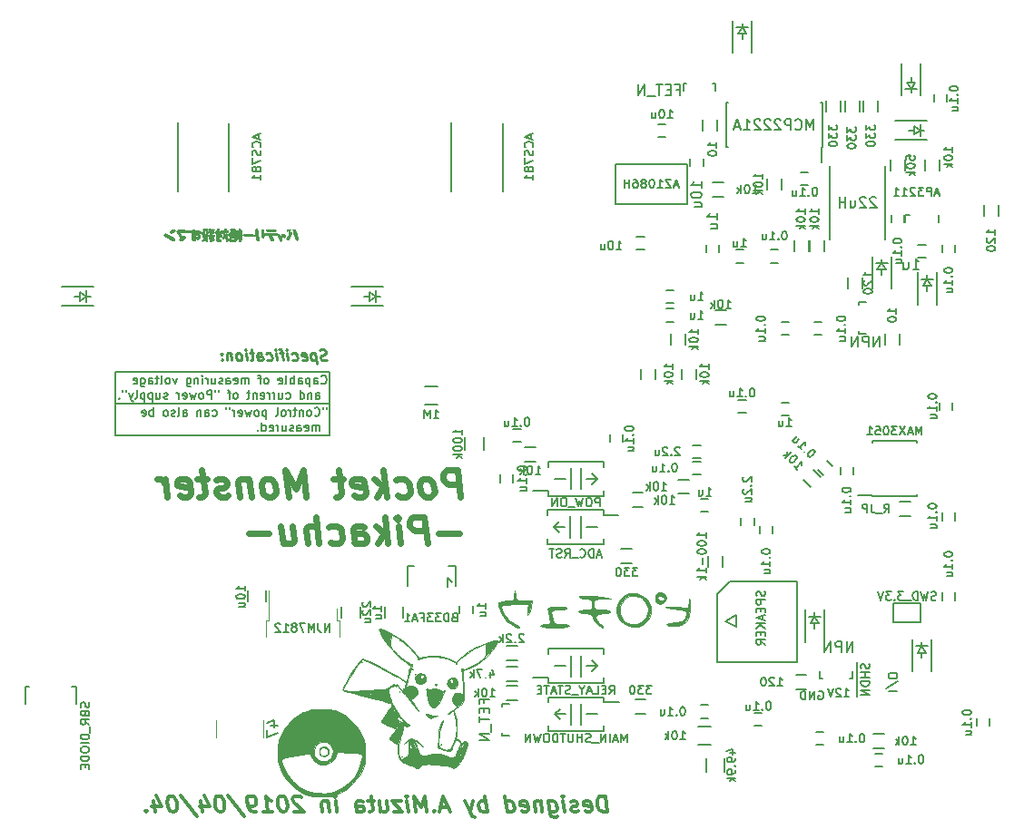
<source format=gbr>
G04 #@! TF.GenerationSoftware,KiCad,Pcbnew,(5.0.2)-1*
G04 #@! TF.CreationDate,2019-05-03T14:05:22+09:00*
G04 #@! TF.ProjectId,Electrocity_Manager,456c6563-7472-46f6-9369-74795f4d616e,rev?*
G04 #@! TF.SameCoordinates,Original*
G04 #@! TF.FileFunction,Legend,Bot*
G04 #@! TF.FilePolarity,Positive*
%FSLAX46Y46*%
G04 Gerber Fmt 4.6, Leading zero omitted, Abs format (unit mm)*
G04 Created by KiCad (PCBNEW (5.0.2)-1) date 2019/05/03 14:05:22*
%MOMM*%
%LPD*%
G01*
G04 APERTURE LIST*
%ADD10C,0.625000*%
%ADD11C,0.200000*%
%ADD12C,0.250000*%
%ADD13C,0.300000*%
%ADD14C,0.150000*%
%ADD15C,0.010000*%
%ADD16C,0.120000*%
G04 APERTURE END LIST*
D10*
X97233630Y-144943452D02*
X96921130Y-142443452D01*
X95968750Y-142443452D01*
X95745535Y-142562500D01*
X95641369Y-142681547D01*
X95552083Y-142919642D01*
X95596726Y-143276785D01*
X95745535Y-143514880D01*
X95879464Y-143633928D01*
X96132440Y-143752976D01*
X97084821Y-143752976D01*
X94376488Y-144943452D02*
X94599702Y-144824404D01*
X94703869Y-144705357D01*
X94793154Y-144467261D01*
X94703869Y-143752976D01*
X94555059Y-143514880D01*
X94421130Y-143395833D01*
X94168154Y-143276785D01*
X93811011Y-143276785D01*
X93587797Y-143395833D01*
X93483630Y-143514880D01*
X93394345Y-143752976D01*
X93483630Y-144467261D01*
X93632440Y-144705357D01*
X93766369Y-144824404D01*
X94019345Y-144943452D01*
X94376488Y-144943452D01*
X91385416Y-144824404D02*
X91638392Y-144943452D01*
X92114583Y-144943452D01*
X92337797Y-144824404D01*
X92441964Y-144705357D01*
X92531250Y-144467261D01*
X92441964Y-143752976D01*
X92293154Y-143514880D01*
X92159226Y-143395833D01*
X91906250Y-143276785D01*
X91430059Y-143276785D01*
X91206845Y-143395833D01*
X90328869Y-144943452D02*
X90016369Y-142443452D01*
X89971726Y-143991071D02*
X89376488Y-144943452D01*
X89168154Y-143276785D02*
X90239583Y-144229166D01*
X87337797Y-144824404D02*
X87590773Y-144943452D01*
X88066964Y-144943452D01*
X88290178Y-144824404D01*
X88379464Y-144586309D01*
X88260416Y-143633928D01*
X88111607Y-143395833D01*
X87858630Y-143276785D01*
X87382440Y-143276785D01*
X87159226Y-143395833D01*
X87069940Y-143633928D01*
X87099702Y-143872023D01*
X88319940Y-144110119D01*
X86311011Y-143276785D02*
X85358630Y-143276785D01*
X85849702Y-142443452D02*
X86117559Y-144586309D01*
X86028273Y-144824404D01*
X85805059Y-144943452D01*
X85566964Y-144943452D01*
X82828869Y-144943452D02*
X82516369Y-142443452D01*
X81906250Y-144229166D01*
X80849702Y-142443452D01*
X81162202Y-144943452D01*
X79614583Y-144943452D02*
X79837797Y-144824404D01*
X79941964Y-144705357D01*
X80031250Y-144467261D01*
X79941964Y-143752976D01*
X79793154Y-143514880D01*
X79659226Y-143395833D01*
X79406250Y-143276785D01*
X79049107Y-143276785D01*
X78825892Y-143395833D01*
X78721726Y-143514880D01*
X78632440Y-143752976D01*
X78721726Y-144467261D01*
X78870535Y-144705357D01*
X79004464Y-144824404D01*
X79257440Y-144943452D01*
X79614583Y-144943452D01*
X77501488Y-143276785D02*
X77709821Y-144943452D01*
X77531250Y-143514880D02*
X77397321Y-143395833D01*
X77144345Y-143276785D01*
X76787202Y-143276785D01*
X76563988Y-143395833D01*
X76474702Y-143633928D01*
X76638392Y-144943452D01*
X75552083Y-144824404D02*
X75328869Y-144943452D01*
X74852678Y-144943452D01*
X74599702Y-144824404D01*
X74450892Y-144586309D01*
X74436011Y-144467261D01*
X74525297Y-144229166D01*
X74748511Y-144110119D01*
X75105654Y-144110119D01*
X75328869Y-143991071D01*
X75418154Y-143752976D01*
X75403273Y-143633928D01*
X75254464Y-143395833D01*
X75001488Y-143276785D01*
X74644345Y-143276785D01*
X74421130Y-143395833D01*
X73572916Y-143276785D02*
X72620535Y-143276785D01*
X73111607Y-142443452D02*
X73379464Y-144586309D01*
X73290178Y-144824404D01*
X73066964Y-144943452D01*
X72828869Y-144943452D01*
X71028273Y-144824404D02*
X71281250Y-144943452D01*
X71757440Y-144943452D01*
X71980654Y-144824404D01*
X72069940Y-144586309D01*
X71950892Y-143633928D01*
X71802083Y-143395833D01*
X71549107Y-143276785D01*
X71072916Y-143276785D01*
X70849702Y-143395833D01*
X70760416Y-143633928D01*
X70790178Y-143872023D01*
X72010416Y-144110119D01*
X69852678Y-144943452D02*
X69644345Y-143276785D01*
X69703869Y-143752976D02*
X69555059Y-143514880D01*
X69421130Y-143395833D01*
X69168154Y-143276785D01*
X68930059Y-143276785D01*
X97114583Y-148366071D02*
X95209821Y-148366071D01*
X94138392Y-149318452D02*
X93825892Y-146818452D01*
X92873511Y-146818452D01*
X92650297Y-146937500D01*
X92546130Y-147056547D01*
X92456845Y-147294642D01*
X92501488Y-147651785D01*
X92650297Y-147889880D01*
X92784226Y-148008928D01*
X93037202Y-148127976D01*
X93989583Y-148127976D01*
X91638392Y-149318452D02*
X91430059Y-147651785D01*
X91325892Y-146818452D02*
X91459821Y-146937500D01*
X91355654Y-147056547D01*
X91221726Y-146937500D01*
X91325892Y-146818452D01*
X91355654Y-147056547D01*
X90447916Y-149318452D02*
X90135416Y-146818452D01*
X90090773Y-148366071D02*
X89495535Y-149318452D01*
X89287202Y-147651785D02*
X90358630Y-148604166D01*
X87352678Y-149318452D02*
X87188988Y-148008928D01*
X87278273Y-147770833D01*
X87501488Y-147651785D01*
X87977678Y-147651785D01*
X88230654Y-147770833D01*
X87337797Y-149199404D02*
X87590773Y-149318452D01*
X88186011Y-149318452D01*
X88409226Y-149199404D01*
X88498511Y-148961309D01*
X88468750Y-148723214D01*
X88319940Y-148485119D01*
X88066964Y-148366071D01*
X87471726Y-148366071D01*
X87218750Y-148247023D01*
X85075892Y-149199404D02*
X85328869Y-149318452D01*
X85805059Y-149318452D01*
X86028273Y-149199404D01*
X86132440Y-149080357D01*
X86221726Y-148842261D01*
X86132440Y-148127976D01*
X85983630Y-147889880D01*
X85849702Y-147770833D01*
X85596726Y-147651785D01*
X85120535Y-147651785D01*
X84897321Y-147770833D01*
X84019345Y-149318452D02*
X83706845Y-146818452D01*
X82947916Y-149318452D02*
X82784226Y-148008928D01*
X82873511Y-147770833D01*
X83096726Y-147651785D01*
X83453869Y-147651785D01*
X83706845Y-147770833D01*
X83840773Y-147889880D01*
X80477678Y-147651785D02*
X80686011Y-149318452D01*
X81549107Y-147651785D02*
X81712797Y-148961309D01*
X81623511Y-149199404D01*
X81400297Y-149318452D01*
X81043154Y-149318452D01*
X80790178Y-149199404D01*
X80656250Y-149080357D01*
X79376488Y-148366071D02*
X77471726Y-148366071D01*
D11*
X65000000Y-139250000D02*
X65500000Y-139250000D01*
X65000000Y-136250000D02*
X65000000Y-139250000D01*
X65000000Y-133250000D02*
X65500000Y-133250000D01*
X65000000Y-136250000D02*
X65000000Y-133250000D01*
X65500000Y-136250000D02*
X65000000Y-136250000D01*
X66250000Y-139250000D02*
X65500000Y-139250000D01*
X75000000Y-139250000D02*
X66250000Y-139250000D01*
X83000000Y-139250000D02*
X75000000Y-139250000D01*
X85000000Y-139250000D02*
X83000000Y-139250000D01*
X85000000Y-136250000D02*
X85000000Y-139250000D01*
X76750000Y-136250000D02*
X65500000Y-136250000D01*
X85000000Y-136250000D02*
X76750000Y-136250000D01*
X85000000Y-133250000D02*
X85000000Y-136250000D01*
X79750000Y-133250000D02*
X65500000Y-133250000D01*
X85000000Y-133250000D02*
X79750000Y-133250000D01*
X84717619Y-136611904D02*
X84717619Y-136764285D01*
X84412857Y-136611904D02*
X84412857Y-136764285D01*
X83612857Y-137335714D02*
X83650952Y-137373809D01*
X83765238Y-137411904D01*
X83841428Y-137411904D01*
X83955714Y-137373809D01*
X84031904Y-137297619D01*
X84070000Y-137221428D01*
X84108095Y-137069047D01*
X84108095Y-136954761D01*
X84070000Y-136802380D01*
X84031904Y-136726190D01*
X83955714Y-136650000D01*
X83841428Y-136611904D01*
X83765238Y-136611904D01*
X83650952Y-136650000D01*
X83612857Y-136688095D01*
X83155714Y-137411904D02*
X83231904Y-137373809D01*
X83270000Y-137335714D01*
X83308095Y-137259523D01*
X83308095Y-137030952D01*
X83270000Y-136954761D01*
X83231904Y-136916666D01*
X83155714Y-136878571D01*
X83041428Y-136878571D01*
X82965238Y-136916666D01*
X82927142Y-136954761D01*
X82889047Y-137030952D01*
X82889047Y-137259523D01*
X82927142Y-137335714D01*
X82965238Y-137373809D01*
X83041428Y-137411904D01*
X83155714Y-137411904D01*
X82546190Y-136878571D02*
X82546190Y-137411904D01*
X82546190Y-136954761D02*
X82508095Y-136916666D01*
X82431904Y-136878571D01*
X82317619Y-136878571D01*
X82241428Y-136916666D01*
X82203333Y-136992857D01*
X82203333Y-137411904D01*
X81936666Y-136878571D02*
X81631904Y-136878571D01*
X81822380Y-136611904D02*
X81822380Y-137297619D01*
X81784285Y-137373809D01*
X81708095Y-137411904D01*
X81631904Y-137411904D01*
X81365238Y-137411904D02*
X81365238Y-136878571D01*
X81365238Y-137030952D02*
X81327142Y-136954761D01*
X81289047Y-136916666D01*
X81212857Y-136878571D01*
X81136666Y-136878571D01*
X80755714Y-137411904D02*
X80831904Y-137373809D01*
X80870000Y-137335714D01*
X80908095Y-137259523D01*
X80908095Y-137030952D01*
X80870000Y-136954761D01*
X80831904Y-136916666D01*
X80755714Y-136878571D01*
X80641428Y-136878571D01*
X80565238Y-136916666D01*
X80527142Y-136954761D01*
X80489047Y-137030952D01*
X80489047Y-137259523D01*
X80527142Y-137335714D01*
X80565238Y-137373809D01*
X80641428Y-137411904D01*
X80755714Y-137411904D01*
X80031904Y-137411904D02*
X80108095Y-137373809D01*
X80146190Y-137297619D01*
X80146190Y-136611904D01*
X79117619Y-136878571D02*
X79117619Y-137678571D01*
X79117619Y-136916666D02*
X79041428Y-136878571D01*
X78889047Y-136878571D01*
X78812857Y-136916666D01*
X78774761Y-136954761D01*
X78736666Y-137030952D01*
X78736666Y-137259523D01*
X78774761Y-137335714D01*
X78812857Y-137373809D01*
X78889047Y-137411904D01*
X79041428Y-137411904D01*
X79117619Y-137373809D01*
X78279523Y-137411904D02*
X78355714Y-137373809D01*
X78393809Y-137335714D01*
X78431904Y-137259523D01*
X78431904Y-137030952D01*
X78393809Y-136954761D01*
X78355714Y-136916666D01*
X78279523Y-136878571D01*
X78165238Y-136878571D01*
X78089047Y-136916666D01*
X78050952Y-136954761D01*
X78012857Y-137030952D01*
X78012857Y-137259523D01*
X78050952Y-137335714D01*
X78089047Y-137373809D01*
X78165238Y-137411904D01*
X78279523Y-137411904D01*
X77746190Y-136878571D02*
X77593809Y-137411904D01*
X77441428Y-137030952D01*
X77289047Y-137411904D01*
X77136666Y-136878571D01*
X76527142Y-137373809D02*
X76603333Y-137411904D01*
X76755714Y-137411904D01*
X76831904Y-137373809D01*
X76870000Y-137297619D01*
X76870000Y-136992857D01*
X76831904Y-136916666D01*
X76755714Y-136878571D01*
X76603333Y-136878571D01*
X76527142Y-136916666D01*
X76489047Y-136992857D01*
X76489047Y-137069047D01*
X76870000Y-137145238D01*
X76146190Y-137411904D02*
X76146190Y-136878571D01*
X76146190Y-137030952D02*
X76108095Y-136954761D01*
X76070000Y-136916666D01*
X75993809Y-136878571D01*
X75917619Y-136878571D01*
X75689047Y-136611904D02*
X75689047Y-136764285D01*
X75384285Y-136611904D02*
X75384285Y-136764285D01*
X74089047Y-137373809D02*
X74165238Y-137411904D01*
X74317619Y-137411904D01*
X74393809Y-137373809D01*
X74431904Y-137335714D01*
X74470000Y-137259523D01*
X74470000Y-137030952D01*
X74431904Y-136954761D01*
X74393809Y-136916666D01*
X74317619Y-136878571D01*
X74165238Y-136878571D01*
X74089047Y-136916666D01*
X73403333Y-137411904D02*
X73403333Y-136992857D01*
X73441428Y-136916666D01*
X73517619Y-136878571D01*
X73670000Y-136878571D01*
X73746190Y-136916666D01*
X73403333Y-137373809D02*
X73479523Y-137411904D01*
X73670000Y-137411904D01*
X73746190Y-137373809D01*
X73784285Y-137297619D01*
X73784285Y-137221428D01*
X73746190Y-137145238D01*
X73670000Y-137107142D01*
X73479523Y-137107142D01*
X73403333Y-137069047D01*
X73022380Y-136878571D02*
X73022380Y-137411904D01*
X73022380Y-136954761D02*
X72984285Y-136916666D01*
X72908095Y-136878571D01*
X72793809Y-136878571D01*
X72717619Y-136916666D01*
X72679523Y-136992857D01*
X72679523Y-137411904D01*
X71346190Y-137411904D02*
X71346190Y-136992857D01*
X71384285Y-136916666D01*
X71460476Y-136878571D01*
X71612857Y-136878571D01*
X71689047Y-136916666D01*
X71346190Y-137373809D02*
X71422380Y-137411904D01*
X71612857Y-137411904D01*
X71689047Y-137373809D01*
X71727142Y-137297619D01*
X71727142Y-137221428D01*
X71689047Y-137145238D01*
X71612857Y-137107142D01*
X71422380Y-137107142D01*
X71346190Y-137069047D01*
X70850952Y-137411904D02*
X70927142Y-137373809D01*
X70965238Y-137297619D01*
X70965238Y-136611904D01*
X70584285Y-137373809D02*
X70508095Y-137411904D01*
X70355714Y-137411904D01*
X70279523Y-137373809D01*
X70241428Y-137297619D01*
X70241428Y-137259523D01*
X70279523Y-137183333D01*
X70355714Y-137145238D01*
X70470000Y-137145238D01*
X70546190Y-137107142D01*
X70584285Y-137030952D01*
X70584285Y-136992857D01*
X70546190Y-136916666D01*
X70470000Y-136878571D01*
X70355714Y-136878571D01*
X70279523Y-136916666D01*
X69784285Y-137411904D02*
X69860476Y-137373809D01*
X69898571Y-137335714D01*
X69936666Y-137259523D01*
X69936666Y-137030952D01*
X69898571Y-136954761D01*
X69860476Y-136916666D01*
X69784285Y-136878571D01*
X69670000Y-136878571D01*
X69593809Y-136916666D01*
X69555714Y-136954761D01*
X69517619Y-137030952D01*
X69517619Y-137259523D01*
X69555714Y-137335714D01*
X69593809Y-137373809D01*
X69670000Y-137411904D01*
X69784285Y-137411904D01*
X68565238Y-137411904D02*
X68565238Y-136611904D01*
X68565238Y-136916666D02*
X68489047Y-136878571D01*
X68336666Y-136878571D01*
X68260476Y-136916666D01*
X68222380Y-136954761D01*
X68184285Y-137030952D01*
X68184285Y-137259523D01*
X68222380Y-137335714D01*
X68260476Y-137373809D01*
X68336666Y-137411904D01*
X68489047Y-137411904D01*
X68565238Y-137373809D01*
X67536666Y-137373809D02*
X67612857Y-137411904D01*
X67765238Y-137411904D01*
X67841428Y-137373809D01*
X67879523Y-137297619D01*
X67879523Y-136992857D01*
X67841428Y-136916666D01*
X67765238Y-136878571D01*
X67612857Y-136878571D01*
X67536666Y-136916666D01*
X67498571Y-136992857D01*
X67498571Y-137069047D01*
X67879523Y-137145238D01*
X84070000Y-138811904D02*
X84070000Y-138278571D01*
X84070000Y-138354761D02*
X84031904Y-138316666D01*
X83955714Y-138278571D01*
X83841428Y-138278571D01*
X83765238Y-138316666D01*
X83727142Y-138392857D01*
X83727142Y-138811904D01*
X83727142Y-138392857D02*
X83689047Y-138316666D01*
X83612857Y-138278571D01*
X83498571Y-138278571D01*
X83422380Y-138316666D01*
X83384285Y-138392857D01*
X83384285Y-138811904D01*
X82698571Y-138773809D02*
X82774761Y-138811904D01*
X82927142Y-138811904D01*
X83003333Y-138773809D01*
X83041428Y-138697619D01*
X83041428Y-138392857D01*
X83003333Y-138316666D01*
X82927142Y-138278571D01*
X82774761Y-138278571D01*
X82698571Y-138316666D01*
X82660476Y-138392857D01*
X82660476Y-138469047D01*
X83041428Y-138545238D01*
X81974761Y-138811904D02*
X81974761Y-138392857D01*
X82012857Y-138316666D01*
X82089047Y-138278571D01*
X82241428Y-138278571D01*
X82317619Y-138316666D01*
X81974761Y-138773809D02*
X82050952Y-138811904D01*
X82241428Y-138811904D01*
X82317619Y-138773809D01*
X82355714Y-138697619D01*
X82355714Y-138621428D01*
X82317619Y-138545238D01*
X82241428Y-138507142D01*
X82050952Y-138507142D01*
X81974761Y-138469047D01*
X81631904Y-138773809D02*
X81555714Y-138811904D01*
X81403333Y-138811904D01*
X81327142Y-138773809D01*
X81289047Y-138697619D01*
X81289047Y-138659523D01*
X81327142Y-138583333D01*
X81403333Y-138545238D01*
X81517619Y-138545238D01*
X81593809Y-138507142D01*
X81631904Y-138430952D01*
X81631904Y-138392857D01*
X81593809Y-138316666D01*
X81517619Y-138278571D01*
X81403333Y-138278571D01*
X81327142Y-138316666D01*
X80603333Y-138278571D02*
X80603333Y-138811904D01*
X80946190Y-138278571D02*
X80946190Y-138697619D01*
X80908095Y-138773809D01*
X80831904Y-138811904D01*
X80717619Y-138811904D01*
X80641428Y-138773809D01*
X80603333Y-138735714D01*
X80222380Y-138811904D02*
X80222380Y-138278571D01*
X80222380Y-138430952D02*
X80184285Y-138354761D01*
X80146190Y-138316666D01*
X80070000Y-138278571D01*
X79993809Y-138278571D01*
X79422380Y-138773809D02*
X79498571Y-138811904D01*
X79650952Y-138811904D01*
X79727142Y-138773809D01*
X79765238Y-138697619D01*
X79765238Y-138392857D01*
X79727142Y-138316666D01*
X79650952Y-138278571D01*
X79498571Y-138278571D01*
X79422380Y-138316666D01*
X79384285Y-138392857D01*
X79384285Y-138469047D01*
X79765238Y-138545238D01*
X78698571Y-138811904D02*
X78698571Y-138011904D01*
X78698571Y-138773809D02*
X78774761Y-138811904D01*
X78927142Y-138811904D01*
X79003333Y-138773809D01*
X79041428Y-138735714D01*
X79079523Y-138659523D01*
X79079523Y-138430952D01*
X79041428Y-138354761D01*
X79003333Y-138316666D01*
X78927142Y-138278571D01*
X78774761Y-138278571D01*
X78698571Y-138316666D01*
X78317619Y-138735714D02*
X78279523Y-138773809D01*
X78317619Y-138811904D01*
X78355714Y-138773809D01*
X78317619Y-138735714D01*
X78317619Y-138811904D01*
X84222380Y-134335714D02*
X84260476Y-134373809D01*
X84374761Y-134411904D01*
X84450952Y-134411904D01*
X84565238Y-134373809D01*
X84641428Y-134297619D01*
X84679523Y-134221428D01*
X84717619Y-134069047D01*
X84717619Y-133954761D01*
X84679523Y-133802380D01*
X84641428Y-133726190D01*
X84565238Y-133650000D01*
X84450952Y-133611904D01*
X84374761Y-133611904D01*
X84260476Y-133650000D01*
X84222380Y-133688095D01*
X83536666Y-134411904D02*
X83536666Y-133992857D01*
X83574761Y-133916666D01*
X83650952Y-133878571D01*
X83803333Y-133878571D01*
X83879523Y-133916666D01*
X83536666Y-134373809D02*
X83612857Y-134411904D01*
X83803333Y-134411904D01*
X83879523Y-134373809D01*
X83917619Y-134297619D01*
X83917619Y-134221428D01*
X83879523Y-134145238D01*
X83803333Y-134107142D01*
X83612857Y-134107142D01*
X83536666Y-134069047D01*
X83155714Y-133878571D02*
X83155714Y-134678571D01*
X83155714Y-133916666D02*
X83079523Y-133878571D01*
X82927142Y-133878571D01*
X82850952Y-133916666D01*
X82812857Y-133954761D01*
X82774761Y-134030952D01*
X82774761Y-134259523D01*
X82812857Y-134335714D01*
X82850952Y-134373809D01*
X82927142Y-134411904D01*
X83079523Y-134411904D01*
X83155714Y-134373809D01*
X82089047Y-134411904D02*
X82089047Y-133992857D01*
X82127142Y-133916666D01*
X82203333Y-133878571D01*
X82355714Y-133878571D01*
X82431904Y-133916666D01*
X82089047Y-134373809D02*
X82165238Y-134411904D01*
X82355714Y-134411904D01*
X82431904Y-134373809D01*
X82470000Y-134297619D01*
X82470000Y-134221428D01*
X82431904Y-134145238D01*
X82355714Y-134107142D01*
X82165238Y-134107142D01*
X82089047Y-134069047D01*
X81708095Y-134411904D02*
X81708095Y-133611904D01*
X81708095Y-133916666D02*
X81631904Y-133878571D01*
X81479523Y-133878571D01*
X81403333Y-133916666D01*
X81365238Y-133954761D01*
X81327142Y-134030952D01*
X81327142Y-134259523D01*
X81365238Y-134335714D01*
X81403333Y-134373809D01*
X81479523Y-134411904D01*
X81631904Y-134411904D01*
X81708095Y-134373809D01*
X80870000Y-134411904D02*
X80946190Y-134373809D01*
X80984285Y-134297619D01*
X80984285Y-133611904D01*
X80260476Y-134373809D02*
X80336666Y-134411904D01*
X80489047Y-134411904D01*
X80565238Y-134373809D01*
X80603333Y-134297619D01*
X80603333Y-133992857D01*
X80565238Y-133916666D01*
X80489047Y-133878571D01*
X80336666Y-133878571D01*
X80260476Y-133916666D01*
X80222380Y-133992857D01*
X80222380Y-134069047D01*
X80603333Y-134145238D01*
X79155714Y-134411904D02*
X79231904Y-134373809D01*
X79270000Y-134335714D01*
X79308095Y-134259523D01*
X79308095Y-134030952D01*
X79270000Y-133954761D01*
X79231904Y-133916666D01*
X79155714Y-133878571D01*
X79041428Y-133878571D01*
X78965238Y-133916666D01*
X78927142Y-133954761D01*
X78889047Y-134030952D01*
X78889047Y-134259523D01*
X78927142Y-134335714D01*
X78965238Y-134373809D01*
X79041428Y-134411904D01*
X79155714Y-134411904D01*
X78660476Y-133878571D02*
X78355714Y-133878571D01*
X78546190Y-134411904D02*
X78546190Y-133726190D01*
X78508095Y-133650000D01*
X78431904Y-133611904D01*
X78355714Y-133611904D01*
X77479523Y-134411904D02*
X77479523Y-133878571D01*
X77479523Y-133954761D02*
X77441428Y-133916666D01*
X77365238Y-133878571D01*
X77250952Y-133878571D01*
X77174761Y-133916666D01*
X77136666Y-133992857D01*
X77136666Y-134411904D01*
X77136666Y-133992857D02*
X77098571Y-133916666D01*
X77022380Y-133878571D01*
X76908095Y-133878571D01*
X76831904Y-133916666D01*
X76793809Y-133992857D01*
X76793809Y-134411904D01*
X76108095Y-134373809D02*
X76184285Y-134411904D01*
X76336666Y-134411904D01*
X76412857Y-134373809D01*
X76450952Y-134297619D01*
X76450952Y-133992857D01*
X76412857Y-133916666D01*
X76336666Y-133878571D01*
X76184285Y-133878571D01*
X76108095Y-133916666D01*
X76070000Y-133992857D01*
X76070000Y-134069047D01*
X76450952Y-134145238D01*
X75384285Y-134411904D02*
X75384285Y-133992857D01*
X75422380Y-133916666D01*
X75498571Y-133878571D01*
X75650952Y-133878571D01*
X75727142Y-133916666D01*
X75384285Y-134373809D02*
X75460476Y-134411904D01*
X75650952Y-134411904D01*
X75727142Y-134373809D01*
X75765238Y-134297619D01*
X75765238Y-134221428D01*
X75727142Y-134145238D01*
X75650952Y-134107142D01*
X75460476Y-134107142D01*
X75384285Y-134069047D01*
X75041428Y-134373809D02*
X74965238Y-134411904D01*
X74812857Y-134411904D01*
X74736666Y-134373809D01*
X74698571Y-134297619D01*
X74698571Y-134259523D01*
X74736666Y-134183333D01*
X74812857Y-134145238D01*
X74927142Y-134145238D01*
X75003333Y-134107142D01*
X75041428Y-134030952D01*
X75041428Y-133992857D01*
X75003333Y-133916666D01*
X74927142Y-133878571D01*
X74812857Y-133878571D01*
X74736666Y-133916666D01*
X74012857Y-133878571D02*
X74012857Y-134411904D01*
X74355714Y-133878571D02*
X74355714Y-134297619D01*
X74317619Y-134373809D01*
X74241428Y-134411904D01*
X74127142Y-134411904D01*
X74050952Y-134373809D01*
X74012857Y-134335714D01*
X73631904Y-134411904D02*
X73631904Y-133878571D01*
X73631904Y-134030952D02*
X73593809Y-133954761D01*
X73555714Y-133916666D01*
X73479523Y-133878571D01*
X73403333Y-133878571D01*
X73136666Y-134411904D02*
X73136666Y-133878571D01*
X73136666Y-133611904D02*
X73174761Y-133650000D01*
X73136666Y-133688095D01*
X73098571Y-133650000D01*
X73136666Y-133611904D01*
X73136666Y-133688095D01*
X72755714Y-133878571D02*
X72755714Y-134411904D01*
X72755714Y-133954761D02*
X72717619Y-133916666D01*
X72641428Y-133878571D01*
X72527142Y-133878571D01*
X72450952Y-133916666D01*
X72412857Y-133992857D01*
X72412857Y-134411904D01*
X71689047Y-133878571D02*
X71689047Y-134526190D01*
X71727142Y-134602380D01*
X71765238Y-134640476D01*
X71841428Y-134678571D01*
X71955714Y-134678571D01*
X72031904Y-134640476D01*
X71689047Y-134373809D02*
X71765238Y-134411904D01*
X71917619Y-134411904D01*
X71993809Y-134373809D01*
X72031904Y-134335714D01*
X72070000Y-134259523D01*
X72070000Y-134030952D01*
X72031904Y-133954761D01*
X71993809Y-133916666D01*
X71917619Y-133878571D01*
X71765238Y-133878571D01*
X71689047Y-133916666D01*
X70774761Y-133878571D02*
X70584285Y-134411904D01*
X70393809Y-133878571D01*
X69974761Y-134411904D02*
X70050952Y-134373809D01*
X70089047Y-134335714D01*
X70127142Y-134259523D01*
X70127142Y-134030952D01*
X70089047Y-133954761D01*
X70050952Y-133916666D01*
X69974761Y-133878571D01*
X69860476Y-133878571D01*
X69784285Y-133916666D01*
X69746190Y-133954761D01*
X69708095Y-134030952D01*
X69708095Y-134259523D01*
X69746190Y-134335714D01*
X69784285Y-134373809D01*
X69860476Y-134411904D01*
X69974761Y-134411904D01*
X69250952Y-134411904D02*
X69327142Y-134373809D01*
X69365238Y-134297619D01*
X69365238Y-133611904D01*
X69060476Y-133878571D02*
X68755714Y-133878571D01*
X68946190Y-133611904D02*
X68946190Y-134297619D01*
X68908095Y-134373809D01*
X68831904Y-134411904D01*
X68755714Y-134411904D01*
X68146190Y-134411904D02*
X68146190Y-133992857D01*
X68184285Y-133916666D01*
X68260476Y-133878571D01*
X68412857Y-133878571D01*
X68489047Y-133916666D01*
X68146190Y-134373809D02*
X68222380Y-134411904D01*
X68412857Y-134411904D01*
X68489047Y-134373809D01*
X68527142Y-134297619D01*
X68527142Y-134221428D01*
X68489047Y-134145238D01*
X68412857Y-134107142D01*
X68222380Y-134107142D01*
X68146190Y-134069047D01*
X67422380Y-133878571D02*
X67422380Y-134526190D01*
X67460476Y-134602380D01*
X67498571Y-134640476D01*
X67574761Y-134678571D01*
X67689047Y-134678571D01*
X67765238Y-134640476D01*
X67422380Y-134373809D02*
X67498571Y-134411904D01*
X67650952Y-134411904D01*
X67727142Y-134373809D01*
X67765238Y-134335714D01*
X67803333Y-134259523D01*
X67803333Y-134030952D01*
X67765238Y-133954761D01*
X67727142Y-133916666D01*
X67650952Y-133878571D01*
X67498571Y-133878571D01*
X67422380Y-133916666D01*
X66736666Y-134373809D02*
X66812857Y-134411904D01*
X66965238Y-134411904D01*
X67041428Y-134373809D01*
X67079523Y-134297619D01*
X67079523Y-133992857D01*
X67041428Y-133916666D01*
X66965238Y-133878571D01*
X66812857Y-133878571D01*
X66736666Y-133916666D01*
X66698571Y-133992857D01*
X66698571Y-134069047D01*
X67079523Y-134145238D01*
X83727142Y-135811904D02*
X83727142Y-135392857D01*
X83765238Y-135316666D01*
X83841428Y-135278571D01*
X83993809Y-135278571D01*
X84070000Y-135316666D01*
X83727142Y-135773809D02*
X83803333Y-135811904D01*
X83993809Y-135811904D01*
X84070000Y-135773809D01*
X84108095Y-135697619D01*
X84108095Y-135621428D01*
X84070000Y-135545238D01*
X83993809Y-135507142D01*
X83803333Y-135507142D01*
X83727142Y-135469047D01*
X83346190Y-135278571D02*
X83346190Y-135811904D01*
X83346190Y-135354761D02*
X83308095Y-135316666D01*
X83231904Y-135278571D01*
X83117619Y-135278571D01*
X83041428Y-135316666D01*
X83003333Y-135392857D01*
X83003333Y-135811904D01*
X82279523Y-135811904D02*
X82279523Y-135011904D01*
X82279523Y-135773809D02*
X82355714Y-135811904D01*
X82508095Y-135811904D01*
X82584285Y-135773809D01*
X82622380Y-135735714D01*
X82660476Y-135659523D01*
X82660476Y-135430952D01*
X82622380Y-135354761D01*
X82584285Y-135316666D01*
X82508095Y-135278571D01*
X82355714Y-135278571D01*
X82279523Y-135316666D01*
X80946190Y-135773809D02*
X81022380Y-135811904D01*
X81174761Y-135811904D01*
X81250952Y-135773809D01*
X81289047Y-135735714D01*
X81327142Y-135659523D01*
X81327142Y-135430952D01*
X81289047Y-135354761D01*
X81250952Y-135316666D01*
X81174761Y-135278571D01*
X81022380Y-135278571D01*
X80946190Y-135316666D01*
X80260476Y-135278571D02*
X80260476Y-135811904D01*
X80603333Y-135278571D02*
X80603333Y-135697619D01*
X80565238Y-135773809D01*
X80489047Y-135811904D01*
X80374761Y-135811904D01*
X80298571Y-135773809D01*
X80260476Y-135735714D01*
X79879523Y-135811904D02*
X79879523Y-135278571D01*
X79879523Y-135430952D02*
X79841428Y-135354761D01*
X79803333Y-135316666D01*
X79727142Y-135278571D01*
X79650952Y-135278571D01*
X79384285Y-135811904D02*
X79384285Y-135278571D01*
X79384285Y-135430952D02*
X79346190Y-135354761D01*
X79308095Y-135316666D01*
X79231904Y-135278571D01*
X79155714Y-135278571D01*
X78584285Y-135773809D02*
X78660476Y-135811904D01*
X78812857Y-135811904D01*
X78889047Y-135773809D01*
X78927142Y-135697619D01*
X78927142Y-135392857D01*
X78889047Y-135316666D01*
X78812857Y-135278571D01*
X78660476Y-135278571D01*
X78584285Y-135316666D01*
X78546190Y-135392857D01*
X78546190Y-135469047D01*
X78927142Y-135545238D01*
X78203333Y-135278571D02*
X78203333Y-135811904D01*
X78203333Y-135354761D02*
X78165238Y-135316666D01*
X78089047Y-135278571D01*
X77974761Y-135278571D01*
X77898571Y-135316666D01*
X77860476Y-135392857D01*
X77860476Y-135811904D01*
X77593809Y-135278571D02*
X77289047Y-135278571D01*
X77479523Y-135011904D02*
X77479523Y-135697619D01*
X77441428Y-135773809D01*
X77365238Y-135811904D01*
X77289047Y-135811904D01*
X76298571Y-135811904D02*
X76374761Y-135773809D01*
X76412857Y-135735714D01*
X76450952Y-135659523D01*
X76450952Y-135430952D01*
X76412857Y-135354761D01*
X76374761Y-135316666D01*
X76298571Y-135278571D01*
X76184285Y-135278571D01*
X76108095Y-135316666D01*
X76070000Y-135354761D01*
X76031904Y-135430952D01*
X76031904Y-135659523D01*
X76070000Y-135735714D01*
X76108095Y-135773809D01*
X76184285Y-135811904D01*
X76298571Y-135811904D01*
X75803333Y-135278571D02*
X75498571Y-135278571D01*
X75689047Y-135811904D02*
X75689047Y-135126190D01*
X75650952Y-135050000D01*
X75574761Y-135011904D01*
X75498571Y-135011904D01*
X74660476Y-135011904D02*
X74660476Y-135164285D01*
X74355714Y-135011904D02*
X74355714Y-135164285D01*
X74012857Y-135811904D02*
X74012857Y-135011904D01*
X73708095Y-135011904D01*
X73631904Y-135050000D01*
X73593809Y-135088095D01*
X73555714Y-135164285D01*
X73555714Y-135278571D01*
X73593809Y-135354761D01*
X73631904Y-135392857D01*
X73708095Y-135430952D01*
X74012857Y-135430952D01*
X73098571Y-135811904D02*
X73174761Y-135773809D01*
X73212857Y-135735714D01*
X73250952Y-135659523D01*
X73250952Y-135430952D01*
X73212857Y-135354761D01*
X73174761Y-135316666D01*
X73098571Y-135278571D01*
X72984285Y-135278571D01*
X72908095Y-135316666D01*
X72870000Y-135354761D01*
X72831904Y-135430952D01*
X72831904Y-135659523D01*
X72870000Y-135735714D01*
X72908095Y-135773809D01*
X72984285Y-135811904D01*
X73098571Y-135811904D01*
X72565238Y-135278571D02*
X72412857Y-135811904D01*
X72260476Y-135430952D01*
X72108095Y-135811904D01*
X71955714Y-135278571D01*
X71346190Y-135773809D02*
X71422380Y-135811904D01*
X71574761Y-135811904D01*
X71650952Y-135773809D01*
X71689047Y-135697619D01*
X71689047Y-135392857D01*
X71650952Y-135316666D01*
X71574761Y-135278571D01*
X71422380Y-135278571D01*
X71346190Y-135316666D01*
X71308095Y-135392857D01*
X71308095Y-135469047D01*
X71689047Y-135545238D01*
X70965238Y-135811904D02*
X70965238Y-135278571D01*
X70965238Y-135430952D02*
X70927142Y-135354761D01*
X70889047Y-135316666D01*
X70812857Y-135278571D01*
X70736666Y-135278571D01*
X69898571Y-135773809D02*
X69822380Y-135811904D01*
X69670000Y-135811904D01*
X69593809Y-135773809D01*
X69555714Y-135697619D01*
X69555714Y-135659523D01*
X69593809Y-135583333D01*
X69670000Y-135545238D01*
X69784285Y-135545238D01*
X69860476Y-135507142D01*
X69898571Y-135430952D01*
X69898571Y-135392857D01*
X69860476Y-135316666D01*
X69784285Y-135278571D01*
X69670000Y-135278571D01*
X69593809Y-135316666D01*
X68870000Y-135278571D02*
X68870000Y-135811904D01*
X69212857Y-135278571D02*
X69212857Y-135697619D01*
X69174761Y-135773809D01*
X69098571Y-135811904D01*
X68984285Y-135811904D01*
X68908095Y-135773809D01*
X68870000Y-135735714D01*
X68489047Y-135278571D02*
X68489047Y-136078571D01*
X68489047Y-135316666D02*
X68412857Y-135278571D01*
X68260476Y-135278571D01*
X68184285Y-135316666D01*
X68146190Y-135354761D01*
X68108095Y-135430952D01*
X68108095Y-135659523D01*
X68146190Y-135735714D01*
X68184285Y-135773809D01*
X68260476Y-135811904D01*
X68412857Y-135811904D01*
X68489047Y-135773809D01*
X67765238Y-135278571D02*
X67765238Y-136078571D01*
X67765238Y-135316666D02*
X67689047Y-135278571D01*
X67536666Y-135278571D01*
X67460476Y-135316666D01*
X67422380Y-135354761D01*
X67384285Y-135430952D01*
X67384285Y-135659523D01*
X67422380Y-135735714D01*
X67460476Y-135773809D01*
X67536666Y-135811904D01*
X67689047Y-135811904D01*
X67765238Y-135773809D01*
X66927142Y-135811904D02*
X67003333Y-135773809D01*
X67041428Y-135697619D01*
X67041428Y-135011904D01*
X66698571Y-135278571D02*
X66508095Y-135811904D01*
X66317619Y-135278571D02*
X66508095Y-135811904D01*
X66584285Y-136002380D01*
X66622380Y-136040476D01*
X66698571Y-136078571D01*
X66050952Y-135011904D02*
X66050952Y-135164285D01*
X65746190Y-135011904D02*
X65746190Y-135164285D01*
X65403333Y-135735714D02*
X65365238Y-135773809D01*
X65403333Y-135811904D01*
X65441428Y-135773809D01*
X65403333Y-135735714D01*
X65403333Y-135811904D01*
D12*
X84756919Y-132154761D02*
X84620014Y-132202380D01*
X84381919Y-132202380D01*
X84280729Y-132154761D01*
X84227157Y-132107142D01*
X84167633Y-132011904D01*
X84155729Y-131916666D01*
X84191443Y-131821428D01*
X84233110Y-131773809D01*
X84322395Y-131726190D01*
X84506919Y-131678571D01*
X84596205Y-131630952D01*
X84637872Y-131583333D01*
X84673586Y-131488095D01*
X84661681Y-131392857D01*
X84602157Y-131297619D01*
X84548586Y-131250000D01*
X84447395Y-131202380D01*
X84209300Y-131202380D01*
X84072395Y-131250000D01*
X83679538Y-131535714D02*
X83804538Y-132535714D01*
X83685491Y-131583333D02*
X83584300Y-131535714D01*
X83393824Y-131535714D01*
X83304538Y-131583333D01*
X83262872Y-131630952D01*
X83227157Y-131726190D01*
X83262872Y-132011904D01*
X83322395Y-132107142D01*
X83375967Y-132154761D01*
X83477157Y-132202380D01*
X83667633Y-132202380D01*
X83756919Y-132154761D01*
X82471205Y-132154761D02*
X82572395Y-132202380D01*
X82762872Y-132202380D01*
X82852157Y-132154761D01*
X82887872Y-132059523D01*
X82840252Y-131678571D01*
X82780729Y-131583333D01*
X82679538Y-131535714D01*
X82489062Y-131535714D01*
X82399776Y-131583333D01*
X82364062Y-131678571D01*
X82375967Y-131773809D01*
X82864062Y-131869047D01*
X81566443Y-132154761D02*
X81667633Y-132202380D01*
X81858110Y-132202380D01*
X81947395Y-132154761D01*
X81989062Y-132107142D01*
X82024776Y-132011904D01*
X81989062Y-131726190D01*
X81929538Y-131630952D01*
X81875967Y-131583333D01*
X81774776Y-131535714D01*
X81584300Y-131535714D01*
X81495014Y-131583333D01*
X81143824Y-132202380D02*
X81060491Y-131535714D01*
X81018824Y-131202380D02*
X81072395Y-131250000D01*
X81030729Y-131297619D01*
X80977157Y-131250000D01*
X81018824Y-131202380D01*
X81030729Y-131297619D01*
X80727157Y-131535714D02*
X80346205Y-131535714D01*
X80667633Y-132202380D02*
X80560491Y-131345238D01*
X80500967Y-131250000D01*
X80399776Y-131202380D01*
X80304538Y-131202380D01*
X80096205Y-132202380D02*
X80012872Y-131535714D01*
X79971205Y-131202380D02*
X80024776Y-131250000D01*
X79983110Y-131297619D01*
X79929538Y-131250000D01*
X79971205Y-131202380D01*
X79983110Y-131297619D01*
X79185491Y-132154761D02*
X79286681Y-132202380D01*
X79477157Y-132202380D01*
X79566443Y-132154761D01*
X79608110Y-132107142D01*
X79643824Y-132011904D01*
X79608110Y-131726190D01*
X79548586Y-131630952D01*
X79495014Y-131583333D01*
X79393824Y-131535714D01*
X79203348Y-131535714D01*
X79114062Y-131583333D01*
X78334300Y-132202380D02*
X78268824Y-131678571D01*
X78304538Y-131583333D01*
X78393824Y-131535714D01*
X78584300Y-131535714D01*
X78685491Y-131583333D01*
X78328348Y-132154761D02*
X78429538Y-132202380D01*
X78667633Y-132202380D01*
X78756919Y-132154761D01*
X78792633Y-132059523D01*
X78780729Y-131964285D01*
X78721205Y-131869047D01*
X78620014Y-131821428D01*
X78381919Y-131821428D01*
X78280729Y-131773809D01*
X77917633Y-131535714D02*
X77536681Y-131535714D01*
X77733110Y-131202380D02*
X77840252Y-132059523D01*
X77804538Y-132154761D01*
X77715252Y-132202380D01*
X77620014Y-132202380D01*
X77286681Y-132202380D02*
X77203348Y-131535714D01*
X77161681Y-131202380D02*
X77215252Y-131250000D01*
X77173586Y-131297619D01*
X77120014Y-131250000D01*
X77161681Y-131202380D01*
X77173586Y-131297619D01*
X76667633Y-132202380D02*
X76756919Y-132154761D01*
X76798586Y-132107142D01*
X76834300Y-132011904D01*
X76798586Y-131726190D01*
X76739062Y-131630952D01*
X76685491Y-131583333D01*
X76584300Y-131535714D01*
X76441443Y-131535714D01*
X76352157Y-131583333D01*
X76310491Y-131630952D01*
X76274776Y-131726190D01*
X76310491Y-132011904D01*
X76370014Y-132107142D01*
X76423586Y-132154761D01*
X76524776Y-132202380D01*
X76667633Y-132202380D01*
X75822395Y-131535714D02*
X75905729Y-132202380D01*
X75834300Y-131630952D02*
X75780729Y-131583333D01*
X75679538Y-131535714D01*
X75536681Y-131535714D01*
X75447395Y-131583333D01*
X75411681Y-131678571D01*
X75477157Y-132202380D01*
X74989062Y-132107142D02*
X74947395Y-132154761D01*
X75000967Y-132202380D01*
X75042633Y-132154761D01*
X74989062Y-132107142D01*
X75000967Y-132202380D01*
X74923586Y-131583333D02*
X74881919Y-131630952D01*
X74935491Y-131678571D01*
X74977157Y-131630952D01*
X74923586Y-131583333D01*
X74935491Y-131678571D01*
D13*
X110931071Y-174378571D02*
X110743571Y-172878571D01*
X110386428Y-172878571D01*
X110181071Y-172950000D01*
X110056071Y-173092857D01*
X110002500Y-173235714D01*
X109966785Y-173521428D01*
X109993571Y-173735714D01*
X110100714Y-174021428D01*
X110190000Y-174164285D01*
X110350714Y-174307142D01*
X110573928Y-174378571D01*
X110931071Y-174378571D01*
X108850714Y-174307142D02*
X109002500Y-174378571D01*
X109288214Y-174378571D01*
X109422142Y-174307142D01*
X109475714Y-174164285D01*
X109404285Y-173592857D01*
X109315000Y-173450000D01*
X109163214Y-173378571D01*
X108877500Y-173378571D01*
X108743571Y-173450000D01*
X108690000Y-173592857D01*
X108707857Y-173735714D01*
X109440000Y-173878571D01*
X108207857Y-174307142D02*
X108073928Y-174378571D01*
X107788214Y-174378571D01*
X107636428Y-174307142D01*
X107547142Y-174164285D01*
X107538214Y-174092857D01*
X107591785Y-173950000D01*
X107725714Y-173878571D01*
X107940000Y-173878571D01*
X108073928Y-173807142D01*
X108127500Y-173664285D01*
X108118571Y-173592857D01*
X108029285Y-173450000D01*
X107877500Y-173378571D01*
X107663214Y-173378571D01*
X107529285Y-173450000D01*
X106931071Y-174378571D02*
X106806071Y-173378571D01*
X106743571Y-172878571D02*
X106823928Y-172950000D01*
X106761428Y-173021428D01*
X106681071Y-172950000D01*
X106743571Y-172878571D01*
X106761428Y-173021428D01*
X105448928Y-173378571D02*
X105600714Y-174592857D01*
X105690000Y-174735714D01*
X105770357Y-174807142D01*
X105922142Y-174878571D01*
X106136428Y-174878571D01*
X106270357Y-174807142D01*
X105565000Y-174307142D02*
X105716785Y-174378571D01*
X106002499Y-174378571D01*
X106136428Y-174307142D01*
X106198928Y-174235714D01*
X106252500Y-174092857D01*
X106198928Y-173664285D01*
X106109642Y-173521428D01*
X106029285Y-173450000D01*
X105877499Y-173378571D01*
X105591785Y-173378571D01*
X105457857Y-173450000D01*
X104734642Y-173378571D02*
X104859642Y-174378571D01*
X104752500Y-173521428D02*
X104672142Y-173450000D01*
X104520357Y-173378571D01*
X104306071Y-173378571D01*
X104172142Y-173450000D01*
X104118571Y-173592857D01*
X104216785Y-174378571D01*
X102922142Y-174307142D02*
X103073928Y-174378571D01*
X103359642Y-174378571D01*
X103493571Y-174307142D01*
X103547142Y-174164285D01*
X103475714Y-173592857D01*
X103386428Y-173450000D01*
X103234642Y-173378571D01*
X102948928Y-173378571D01*
X102815000Y-173450000D01*
X102761428Y-173592857D01*
X102779285Y-173735714D01*
X103511428Y-173878571D01*
X101573928Y-174378571D02*
X101386428Y-172878571D01*
X101565000Y-174307142D02*
X101716785Y-174378571D01*
X102002499Y-174378571D01*
X102136428Y-174307142D01*
X102198928Y-174235714D01*
X102252500Y-174092857D01*
X102198928Y-173664285D01*
X102109642Y-173521428D01*
X102029285Y-173450000D01*
X101877499Y-173378571D01*
X101591785Y-173378571D01*
X101457857Y-173450000D01*
X99716785Y-174378571D02*
X99529285Y-172878571D01*
X99600714Y-173450000D02*
X99448928Y-173378571D01*
X99163214Y-173378571D01*
X99029285Y-173450000D01*
X98966785Y-173521428D01*
X98913214Y-173664285D01*
X98966785Y-174092857D01*
X99056071Y-174235714D01*
X99136428Y-174307142D01*
X99288214Y-174378571D01*
X99573928Y-174378571D01*
X99707857Y-174307142D01*
X98377500Y-173378571D02*
X98145357Y-174378571D01*
X97663214Y-173378571D02*
X98145357Y-174378571D01*
X98332857Y-174735714D01*
X98413214Y-174807142D01*
X98565000Y-174878571D01*
X96091785Y-173950000D02*
X95377500Y-173950000D01*
X96288214Y-174378571D02*
X95600714Y-172878571D01*
X95288214Y-174378571D01*
X94770357Y-174235714D02*
X94707857Y-174307142D01*
X94788214Y-174378571D01*
X94850714Y-174307142D01*
X94770357Y-174235714D01*
X94788214Y-174378571D01*
X94073928Y-174378571D02*
X93886428Y-172878571D01*
X93520357Y-173950000D01*
X92886428Y-172878571D01*
X93073928Y-174378571D01*
X92359642Y-174378571D02*
X92234642Y-173378571D01*
X92172142Y-172878571D02*
X92252500Y-172950000D01*
X92190000Y-173021428D01*
X92109642Y-172950000D01*
X92172142Y-172878571D01*
X92190000Y-173021428D01*
X91663214Y-173378571D02*
X90877500Y-173378571D01*
X91788214Y-174378571D01*
X91002500Y-174378571D01*
X89663214Y-173378571D02*
X89788214Y-174378571D01*
X90306071Y-173378571D02*
X90404285Y-174164285D01*
X90350714Y-174307142D01*
X90216785Y-174378571D01*
X90002500Y-174378571D01*
X89850714Y-174307142D01*
X89770357Y-174235714D01*
X89163214Y-173378571D02*
X88591785Y-173378571D01*
X88886428Y-172878571D02*
X89047142Y-174164285D01*
X88993571Y-174307142D01*
X88859642Y-174378571D01*
X88716785Y-174378571D01*
X87573928Y-174378571D02*
X87475714Y-173592857D01*
X87529285Y-173450000D01*
X87663214Y-173378571D01*
X87948928Y-173378571D01*
X88100714Y-173450000D01*
X87565000Y-174307142D02*
X87716785Y-174378571D01*
X88073928Y-174378571D01*
X88207857Y-174307142D01*
X88261428Y-174164285D01*
X88243571Y-174021428D01*
X88154285Y-173878571D01*
X88002500Y-173807142D01*
X87645357Y-173807142D01*
X87493571Y-173735714D01*
X85716785Y-174378571D02*
X85591785Y-173378571D01*
X85529285Y-172878571D02*
X85609642Y-172950000D01*
X85547142Y-173021428D01*
X85466785Y-172950000D01*
X85529285Y-172878571D01*
X85547142Y-173021428D01*
X84877500Y-173378571D02*
X85002500Y-174378571D01*
X84895357Y-173521428D02*
X84815000Y-173450000D01*
X84663214Y-173378571D01*
X84448928Y-173378571D01*
X84315000Y-173450000D01*
X84261428Y-173592857D01*
X84359642Y-174378571D01*
X82404285Y-173021428D02*
X82323928Y-172950000D01*
X82172142Y-172878571D01*
X81815000Y-172878571D01*
X81681071Y-172950000D01*
X81618571Y-173021428D01*
X81565000Y-173164285D01*
X81582857Y-173307142D01*
X81681071Y-173521428D01*
X82645357Y-174378571D01*
X81716785Y-174378571D01*
X80600714Y-172878571D02*
X80457857Y-172878571D01*
X80323928Y-172950000D01*
X80261428Y-173021428D01*
X80207857Y-173164285D01*
X80172142Y-173450000D01*
X80216785Y-173807142D01*
X80323928Y-174092857D01*
X80413214Y-174235714D01*
X80493571Y-174307142D01*
X80645357Y-174378571D01*
X80788214Y-174378571D01*
X80922142Y-174307142D01*
X80984642Y-174235714D01*
X81038214Y-174092857D01*
X81073928Y-173807142D01*
X81029285Y-173450000D01*
X80922142Y-173164285D01*
X80832857Y-173021428D01*
X80752500Y-172950000D01*
X80600714Y-172878571D01*
X78859642Y-174378571D02*
X79716785Y-174378571D01*
X79288214Y-174378571D02*
X79100714Y-172878571D01*
X79270357Y-173092857D01*
X79431071Y-173235714D01*
X79582857Y-173307142D01*
X78145357Y-174378571D02*
X77859642Y-174378571D01*
X77707857Y-174307142D01*
X77627500Y-174235714D01*
X77457857Y-174021428D01*
X77350714Y-173735714D01*
X77279285Y-173164285D01*
X77332857Y-173021428D01*
X77395357Y-172950000D01*
X77529285Y-172878571D01*
X77815000Y-172878571D01*
X77966785Y-172950000D01*
X78047142Y-173021428D01*
X78136428Y-173164285D01*
X78181071Y-173521428D01*
X78127500Y-173664285D01*
X78065000Y-173735714D01*
X77931071Y-173807142D01*
X77645357Y-173807142D01*
X77493571Y-173735714D01*
X77413214Y-173664285D01*
X77323928Y-173521428D01*
X75520357Y-172807142D02*
X77047142Y-174735714D01*
X74743571Y-172878571D02*
X74600714Y-172878571D01*
X74466785Y-172950000D01*
X74404285Y-173021428D01*
X74350714Y-173164285D01*
X74315000Y-173450000D01*
X74359642Y-173807142D01*
X74466785Y-174092857D01*
X74556071Y-174235714D01*
X74636428Y-174307142D01*
X74788214Y-174378571D01*
X74931071Y-174378571D01*
X75065000Y-174307142D01*
X75127500Y-174235714D01*
X75181071Y-174092857D01*
X75216785Y-173807142D01*
X75172142Y-173450000D01*
X75065000Y-173164285D01*
X74975714Y-173021428D01*
X74895357Y-172950000D01*
X74743571Y-172878571D01*
X73020357Y-173378571D02*
X73145357Y-174378571D01*
X73306071Y-172807142D02*
X73797142Y-173878571D01*
X72868571Y-173878571D01*
X71091785Y-172807142D02*
X72618571Y-174735714D01*
X70315000Y-172878571D02*
X70172142Y-172878571D01*
X70038214Y-172950000D01*
X69975714Y-173021428D01*
X69922142Y-173164285D01*
X69886428Y-173450000D01*
X69931071Y-173807142D01*
X70038214Y-174092857D01*
X70127500Y-174235714D01*
X70207857Y-174307142D01*
X70359642Y-174378571D01*
X70502500Y-174378571D01*
X70636428Y-174307142D01*
X70698928Y-174235714D01*
X70752500Y-174092857D01*
X70788214Y-173807142D01*
X70743571Y-173450000D01*
X70636428Y-173164285D01*
X70547142Y-173021428D01*
X70466785Y-172950000D01*
X70315000Y-172878571D01*
X68591785Y-173378571D02*
X68716785Y-174378571D01*
X68877500Y-172807142D02*
X69368571Y-173878571D01*
X68440000Y-173878571D01*
X67913214Y-174235714D02*
X67850714Y-174307142D01*
X67931071Y-174378571D01*
X67993571Y-174307142D01*
X67913214Y-174235714D01*
X67931071Y-174378571D01*
D11*
X130609523Y-163100000D02*
X130685714Y-163061904D01*
X130800000Y-163061904D01*
X130914285Y-163100000D01*
X130990476Y-163176190D01*
X131028571Y-163252380D01*
X131066666Y-163404761D01*
X131066666Y-163519047D01*
X131028571Y-163671428D01*
X130990476Y-163747619D01*
X130914285Y-163823809D01*
X130800000Y-163861904D01*
X130723809Y-163861904D01*
X130609523Y-163823809D01*
X130571428Y-163785714D01*
X130571428Y-163519047D01*
X130723809Y-163519047D01*
X130228571Y-163861904D02*
X130228571Y-163061904D01*
X129771428Y-163861904D01*
X129771428Y-163061904D01*
X129390476Y-163861904D02*
X129390476Y-163061904D01*
X129200000Y-163061904D01*
X129085714Y-163100000D01*
X129009523Y-163176190D01*
X128971428Y-163252380D01*
X128933333Y-163404761D01*
X128933333Y-163519047D01*
X128971428Y-163671428D01*
X129009523Y-163747619D01*
X129085714Y-163823809D01*
X129200000Y-163861904D01*
X129390476Y-163861904D01*
X132995238Y-163611904D02*
X133452380Y-163611904D01*
X133223809Y-163611904D02*
X133223809Y-162811904D01*
X133300000Y-162926190D01*
X133376190Y-163002380D01*
X133452380Y-163040476D01*
X132690476Y-162888095D02*
X132652380Y-162850000D01*
X132576190Y-162811904D01*
X132385714Y-162811904D01*
X132309523Y-162850000D01*
X132271428Y-162888095D01*
X132233333Y-162964285D01*
X132233333Y-163040476D01*
X132271428Y-163154761D01*
X132728571Y-163611904D01*
X132233333Y-163611904D01*
X132004761Y-162811904D02*
X131738095Y-163611904D01*
X131471428Y-162811904D01*
X137138095Y-163088095D02*
X137938095Y-163088095D01*
X137976190Y-162135714D02*
X136947619Y-162821428D01*
X137938095Y-161716666D02*
X137938095Y-161564285D01*
X137900000Y-161488095D01*
X137823809Y-161411904D01*
X137671428Y-161373809D01*
X137404761Y-161373809D01*
X137252380Y-161411904D01*
X137176190Y-161488095D01*
X137138095Y-161564285D01*
X137138095Y-161716666D01*
X137176190Y-161792857D01*
X137252380Y-161869047D01*
X137404761Y-161907142D01*
X137671428Y-161907142D01*
X137823809Y-161869047D01*
X137900000Y-161792857D01*
X137938095Y-161716666D01*
X134164000Y-160380952D02*
X134164000Y-161142857D01*
X135323809Y-160533333D02*
X135361904Y-160647619D01*
X135361904Y-160838095D01*
X135323809Y-160914285D01*
X135285714Y-160952380D01*
X135209523Y-160990476D01*
X135133333Y-160990476D01*
X135057142Y-160952380D01*
X135019047Y-160914285D01*
X134980952Y-160838095D01*
X134942857Y-160685714D01*
X134904761Y-160609523D01*
X134866666Y-160571428D01*
X134790476Y-160533333D01*
X134714285Y-160533333D01*
X134638095Y-160571428D01*
X134600000Y-160609523D01*
X134561904Y-160685714D01*
X134561904Y-160876190D01*
X134600000Y-160990476D01*
X134164000Y-161142857D02*
X134164000Y-161980952D01*
X135361904Y-161333333D02*
X134561904Y-161333333D01*
X134942857Y-161333333D02*
X134942857Y-161790476D01*
X135361904Y-161790476D02*
X134561904Y-161790476D01*
X134164000Y-161980952D02*
X134164000Y-162780952D01*
X135361904Y-162171428D02*
X134561904Y-162171428D01*
X134561904Y-162361904D01*
X134600000Y-162476190D01*
X134676190Y-162552380D01*
X134752380Y-162590476D01*
X134904761Y-162628571D01*
X135019047Y-162628571D01*
X135171428Y-162590476D01*
X135247619Y-162552380D01*
X135323809Y-162476190D01*
X135361904Y-162361904D01*
X135361904Y-162171428D01*
X134164000Y-162780952D02*
X134164000Y-163619047D01*
X135361904Y-162971428D02*
X134561904Y-162971428D01*
X135361904Y-163428571D01*
X134561904Y-163428571D01*
D14*
G04 #@! TO.C,C13*
X124600000Y-147600000D02*
X124600000Y-146900000D01*
X123400000Y-146900000D02*
X123400000Y-147600000D01*
G04 #@! TO.C,C4*
X132650000Y-142150000D02*
X132650000Y-142850000D01*
X133850000Y-142850000D02*
X133850000Y-142150000D01*
G04 #@! TO.C,C11*
X119599999Y-140150000D02*
X118900001Y-140150000D01*
X118900001Y-141350000D02*
X119599999Y-141350000D01*
G04 #@! TO.C,L1*
X131700000Y-120950000D02*
X131700000Y-114050000D01*
X136800000Y-120950000D02*
X136800000Y-114050000D01*
G04 #@! TO.C,C19*
X126150000Y-123100000D02*
X126850000Y-123100000D01*
X126850000Y-121900000D02*
X126150000Y-121900000D01*
G04 #@! TO.C,D12*
X140750000Y-125250000D02*
X140750000Y-125750000D01*
X140350000Y-125250000D02*
X140750000Y-124650000D01*
X141150000Y-125250000D02*
X140350000Y-125250000D01*
X140750000Y-124650000D02*
X141150000Y-125250000D01*
X140750000Y-124650000D02*
X140200000Y-124650000D01*
X140750000Y-124650000D02*
X141300000Y-124650000D01*
X140750000Y-124250000D02*
X140750000Y-124650000D01*
X139850000Y-127000000D02*
X139850000Y-124000000D01*
X141650000Y-127000000D02*
X141650000Y-124000000D01*
G04 #@! TO.C,R48*
X119825000Y-109750000D02*
X119825000Y-110750000D01*
X121175000Y-110750000D02*
X121175000Y-109750000D01*
G04 #@! TO.C,C9*
X119600000Y-141650000D02*
X118900000Y-141650000D01*
X118900000Y-142850000D02*
X119600000Y-142850000D01*
G04 #@! TO.C,SP1*
X122350000Y-152850000D02*
X128650000Y-152850000D01*
X128650000Y-152850000D02*
X128650000Y-160350000D01*
X121150000Y-160350000D02*
X128650000Y-160350000D01*
X121150000Y-160350000D02*
X121150000Y-154050000D01*
X122350000Y-152850000D02*
X121150000Y-154050000D01*
X122950000Y-157050000D02*
X121950000Y-156550000D01*
X122950000Y-155950000D02*
X122950000Y-157050000D01*
X121950000Y-156550000D02*
X122950000Y-155950000D01*
G04 #@! TO.C,C27*
X112350000Y-139850000D02*
X112350000Y-139150000D01*
X111150000Y-139150000D02*
X111150000Y-139850000D01*
G04 #@! TO.C,C44*
X120350000Y-164400000D02*
X119650000Y-164400000D01*
X119650000Y-165600000D02*
X120350000Y-165600000D01*
G04 #@! TO.C,Q7*
X118200840Y-106349760D02*
X118249100Y-106349760D01*
X120999820Y-107050800D02*
X120999820Y-106349760D01*
X120999820Y-106349760D02*
X120750900Y-106349760D01*
X118200840Y-106349760D02*
X118000180Y-106349760D01*
X118000180Y-106349760D02*
X118000180Y-107050800D01*
G04 #@! TO.C,R6*
X147425000Y-118750000D02*
X147425000Y-117750000D01*
X146075000Y-117750000D02*
X146075000Y-118750000D01*
G04 #@! TO.C,JP2*
X140155000Y-156639000D02*
X140155000Y-154861000D01*
X137615000Y-154861000D02*
X137615000Y-156639000D01*
X137615000Y-154861000D02*
X140155000Y-154861000D01*
X140155000Y-156639000D02*
X137615000Y-156639000D01*
G04 #@! TO.C,C12*
X131921751Y-142073223D02*
X131426777Y-141578249D01*
X130578249Y-142426777D02*
X131073223Y-142921751D01*
G04 #@! TO.C,C20*
X121350000Y-122100000D02*
X121350000Y-121400000D01*
X120150000Y-121400000D02*
X120150000Y-122100000D01*
G04 #@! TO.C,C23*
X138600000Y-119350000D02*
X138600000Y-118650000D01*
X137400000Y-118650000D02*
X137400000Y-119350000D01*
G04 #@! TO.C,C24*
X118650000Y-113400000D02*
X118650000Y-114100000D01*
X119850000Y-114100000D02*
X119850000Y-113400000D01*
G04 #@! TO.C,C25*
X139900000Y-122600000D02*
X140600000Y-122600000D01*
X140600000Y-121400000D02*
X139900000Y-121400000D01*
G04 #@! TO.C,C26*
X114350000Y-120650000D02*
X113650000Y-120650000D01*
X113650000Y-121850000D02*
X114350000Y-121850000D01*
G04 #@! TO.C,D1*
X141150000Y-161250000D02*
X141150000Y-158250000D01*
X139350000Y-161250000D02*
X139350000Y-158250000D01*
X140250000Y-158500000D02*
X140250000Y-158900000D01*
X140250000Y-158900000D02*
X140800000Y-158900000D01*
X140250000Y-158900000D02*
X139700000Y-158900000D01*
X140250000Y-158900000D02*
X140650000Y-159500000D01*
X140650000Y-159500000D02*
X139850000Y-159500000D01*
X139850000Y-159500000D02*
X140250000Y-158900000D01*
X140250000Y-159500000D02*
X140250000Y-160000000D01*
G04 #@! TO.C,D9*
X130250000Y-156750000D02*
X130250000Y-157250000D01*
X129850000Y-156750000D02*
X130250000Y-156150000D01*
X130650000Y-156750000D02*
X129850000Y-156750000D01*
X130250000Y-156150000D02*
X130650000Y-156750000D01*
X130250000Y-156150000D02*
X129700000Y-156150000D01*
X130250000Y-156150000D02*
X130800000Y-156150000D01*
X130250000Y-155750000D02*
X130250000Y-156150000D01*
X129350000Y-158500000D02*
X129350000Y-155500000D01*
X131150000Y-158500000D02*
X131150000Y-155500000D01*
G04 #@! TO.C,D11*
X137400000Y-125500000D02*
X137400000Y-122500000D01*
X135600000Y-125500000D02*
X135600000Y-122500000D01*
X136500000Y-122750000D02*
X136500000Y-123150000D01*
X136500000Y-123150000D02*
X137050000Y-123150000D01*
X136500000Y-123150000D02*
X135950000Y-123150000D01*
X136500000Y-123150000D02*
X136900000Y-123750000D01*
X136900000Y-123750000D02*
X136100000Y-123750000D01*
X136100000Y-123750000D02*
X136500000Y-123150000D01*
X136500000Y-123750000D02*
X136500000Y-124250000D01*
G04 #@! TO.C,D13*
X137750000Y-111650000D02*
X140750000Y-111650000D01*
X137750000Y-109850000D02*
X140750000Y-109850000D01*
X140500000Y-110750000D02*
X140100000Y-110750000D01*
X140100000Y-110750000D02*
X140100000Y-111300000D01*
X140100000Y-110750000D02*
X140100000Y-110200000D01*
X140100000Y-110750000D02*
X139500000Y-111150000D01*
X139500000Y-111150000D02*
X139500000Y-110350000D01*
X139500000Y-110350000D02*
X140100000Y-110750000D01*
X139500000Y-110750000D02*
X139000000Y-110750000D01*
G04 #@! TO.C,U5*
X141850200Y-119350520D02*
X141850200Y-118649480D01*
X138649800Y-119350520D02*
X138649800Y-118649480D01*
X138649800Y-118649480D02*
X139140020Y-118649480D01*
G04 #@! TO.C,U7*
X118350000Y-113900000D02*
X111650000Y-113900000D01*
X118350000Y-117600000D02*
X118350000Y-113900000D01*
X111650000Y-117600000D02*
X118350000Y-117610000D01*
X111650000Y-117600000D02*
X111650000Y-113900000D01*
G04 #@! TO.C,U14*
X96350000Y-110050000D02*
X96340000Y-110040000D01*
X96350000Y-116450000D02*
X96350000Y-110050000D01*
X101150000Y-110050000D02*
X101150000Y-116450000D01*
D11*
G04 #@! TO.C,IC2*
X109000000Y-165250000D02*
X110000000Y-165250000D01*
X106000000Y-165250000D02*
X106500000Y-165750000D01*
X106000000Y-165250000D02*
X106500000Y-164750000D01*
X107000000Y-165250000D02*
X106000000Y-165250000D01*
X107500000Y-164250000D02*
X107500000Y-166250000D01*
X108500000Y-164250000D02*
X108500000Y-166250000D01*
X110600000Y-164150000D02*
X112000000Y-164150000D01*
X110600000Y-166350000D02*
X110600000Y-166850000D01*
X110600000Y-166850000D02*
X105400000Y-166850000D01*
X105400000Y-166850000D02*
X105400000Y-166350000D01*
X110600000Y-164150000D02*
X110600000Y-163650000D01*
X110600000Y-163650000D02*
X105400000Y-163650000D01*
X105400000Y-163650000D02*
X105400000Y-164150000D01*
G04 #@! TO.C,IC3*
X110600000Y-162350000D02*
X110600000Y-161850000D01*
X105400000Y-162350000D02*
X110600000Y-162350000D01*
X105400000Y-161850000D02*
X105400000Y-162350000D01*
X110600000Y-159150000D02*
X110600000Y-159650000D01*
X105400000Y-159150000D02*
X110600000Y-159150000D01*
X105400000Y-159650000D02*
X105400000Y-159150000D01*
X105400000Y-161850000D02*
X104000000Y-161850000D01*
X107500000Y-161750000D02*
X107500000Y-159750000D01*
X108500000Y-161750000D02*
X108500000Y-159750000D01*
X109000000Y-160750000D02*
X110000000Y-160750000D01*
X110000000Y-160750000D02*
X109500000Y-161250000D01*
X110000000Y-160750000D02*
X109500000Y-160250000D01*
X107000000Y-160750000D02*
X106000000Y-160750000D01*
G04 #@! TO.C,IC4*
X105360000Y-146150000D02*
X105360000Y-146650000D01*
X110560000Y-146150000D02*
X105360000Y-146150000D01*
X110560000Y-146650000D02*
X110560000Y-146150000D01*
X105360000Y-149350000D02*
X105360000Y-148850000D01*
X110560000Y-149350000D02*
X105360000Y-149350000D01*
X110560000Y-148850000D02*
X110560000Y-149350000D01*
X110560000Y-146650000D02*
X111960000Y-146650000D01*
X108460000Y-146750000D02*
X108460000Y-148750000D01*
X107460000Y-146750000D02*
X107460000Y-148750000D01*
X106960000Y-147750000D02*
X105960000Y-147750000D01*
X105960000Y-147750000D02*
X106460000Y-147250000D01*
X105960000Y-147750000D02*
X106460000Y-148250000D01*
X108960000Y-147750000D02*
X109960000Y-147750000D01*
D14*
G04 #@! TO.C,C2*
X141900000Y-136150000D02*
X141900000Y-136850000D01*
X143100000Y-136850000D02*
X143100000Y-136150000D01*
G04 #@! TO.C,C3*
X146600000Y-166350000D02*
X146600000Y-165650000D01*
X145400000Y-165650000D02*
X145400000Y-166350000D01*
G04 #@! TO.C,C6*
X142150000Y-121400000D02*
X142150000Y-122100000D01*
X143350000Y-122100000D02*
X143350000Y-121400000D01*
G04 #@! TO.C,C7*
X136600000Y-168900000D02*
X135900000Y-168900000D01*
X135900000Y-170100000D02*
X136600000Y-170100000D01*
G04 #@! TO.C,C8*
X123150000Y-137100000D02*
X123850000Y-137100000D01*
X123850000Y-135900000D02*
X123150000Y-135900000D01*
G04 #@! TO.C,C10*
X125150000Y-147650000D02*
X125150000Y-148350000D01*
X126350000Y-148350000D02*
X126350000Y-147650000D01*
G04 #@! TO.C,C14*
X130400000Y-168100000D02*
X131100000Y-168100000D01*
X131100000Y-166900000D02*
X130400000Y-166900000D01*
G04 #@! TO.C,C15*
X127150000Y-137350000D02*
X127850000Y-137350000D01*
X127850000Y-136150000D02*
X127150000Y-136150000D01*
G04 #@! TO.C,C16*
X142150000Y-153900000D02*
X142150000Y-154600000D01*
X143350000Y-154600000D02*
X143350000Y-153900000D01*
G04 #@! TO.C,C17*
X143350000Y-147150000D02*
X143350000Y-146450000D01*
X142150000Y-146450000D02*
X142150000Y-147150000D01*
G04 #@! TO.C,C18*
X128970000Y-115850000D02*
X129670000Y-115850000D01*
X129670000Y-114650000D02*
X128970000Y-114650000D01*
G04 #@! TO.C,C21*
X122900000Y-123100000D02*
X123600000Y-123100000D01*
X123600000Y-121900000D02*
X122900000Y-121900000D01*
G04 #@! TO.C,C29*
X141400000Y-107400000D02*
X141400000Y-108100000D01*
X142600000Y-108100000D02*
X142600000Y-107400000D01*
G04 #@! TO.C,C33*
X117100000Y-127400000D02*
X116400000Y-127400000D01*
X116400000Y-128600000D02*
X117100000Y-128600000D01*
G04 #@! TO.C,C38*
X100900000Y-142900000D02*
X100900000Y-143600000D01*
X102100000Y-143600000D02*
X102100000Y-142900000D01*
G04 #@! TO.C,C39*
X116400000Y-126850000D02*
X117100000Y-126850000D01*
X117100000Y-125650000D02*
X116400000Y-125650000D01*
G04 #@! TO.C,C41*
X125350000Y-165150000D02*
X124650000Y-165150000D01*
X124650000Y-166350000D02*
X125350000Y-166350000D01*
G04 #@! TO.C,C42*
X119650000Y-146350000D02*
X120350000Y-146350000D01*
X120350000Y-145150000D02*
X119650000Y-145150000D01*
G04 #@! TO.C,C43*
X98350000Y-155850000D02*
X98350000Y-155150000D01*
X97150000Y-155150000D02*
X97150000Y-155850000D01*
G04 #@! TO.C,D10*
X61375000Y-164250000D02*
X61375000Y-162675000D01*
X61000000Y-162675000D02*
X61375000Y-162675000D01*
X56625000Y-164250000D02*
X56625000Y-162675000D01*
X56625000Y-162675000D02*
X57000000Y-162675000D01*
G04 #@! TO.C,Q1*
X101099760Y-167049160D02*
X101099760Y-167000900D01*
X101800800Y-164250180D02*
X101099760Y-164250180D01*
X101099760Y-164250180D02*
X101099760Y-164499100D01*
X101099760Y-167049160D02*
X101099760Y-167249820D01*
X101099760Y-167249820D02*
X101800800Y-167249820D01*
G04 #@! TO.C,Q2*
X133749820Y-161900240D02*
X133749820Y-161199200D01*
X133549160Y-161900240D02*
X133749820Y-161900240D01*
X130750180Y-161900240D02*
X130999100Y-161900240D01*
X130750180Y-161199200D02*
X130750180Y-161900240D01*
X133549160Y-161900240D02*
X133500900Y-161900240D01*
G04 #@! TO.C,Q3*
X134349760Y-129549160D02*
X134349760Y-129500900D01*
X135050800Y-126750180D02*
X134349760Y-126750180D01*
X134349760Y-126750180D02*
X134349760Y-126999100D01*
X134349760Y-129549160D02*
X134349760Y-129749820D01*
X134349760Y-129749820D02*
X135050800Y-129749820D01*
G04 #@! TO.C,R7*
X102500000Y-162575000D02*
X101500000Y-162575000D01*
X101500000Y-163925000D02*
X102500000Y-163925000D01*
G04 #@! TO.C,R8*
X129169150Y-143373744D02*
X129876256Y-144080850D01*
X130830850Y-143126256D02*
X130123744Y-142419150D01*
G04 #@! TO.C,R9*
X101500000Y-162175000D02*
X102500000Y-162175000D01*
X102500000Y-160825000D02*
X101500000Y-160825000D01*
G04 #@! TO.C,R11*
X102500000Y-158825000D02*
X101500000Y-158825000D01*
X101500000Y-160175000D02*
X102500000Y-160175000D01*
G04 #@! TO.C,R12*
X139220000Y-145385000D02*
X138220000Y-145385000D01*
X138220000Y-146735000D02*
X139220000Y-146735000D01*
G04 #@! TO.C,R15*
X113500000Y-165175000D02*
X114500000Y-165175000D01*
X114500000Y-163825000D02*
X113500000Y-163825000D01*
G04 #@! TO.C,R17*
X136750000Y-167075000D02*
X135750000Y-167075000D01*
X135750000Y-168425000D02*
X136750000Y-168425000D01*
G04 #@! TO.C,R24*
X128500000Y-162925000D02*
X129500000Y-162925000D01*
X129500000Y-161575000D02*
X128500000Y-161575000D01*
G04 #@! TO.C,R25*
X112220000Y-151175000D02*
X113220000Y-151175000D01*
X113220000Y-149825000D02*
X112220000Y-149825000D01*
G04 #@! TO.C,R26*
X131175000Y-122000000D02*
X131175000Y-121000000D01*
X129825000Y-121000000D02*
X129825000Y-122000000D01*
G04 #@! TO.C,R27*
X128325000Y-121000000D02*
X128325000Y-122000000D01*
X129675000Y-122000000D02*
X129675000Y-121000000D01*
G04 #@! TO.C,R28*
X136825000Y-129750000D02*
X136825000Y-130750000D01*
X138175000Y-130750000D02*
X138175000Y-129750000D01*
G04 #@! TO.C,R29*
X134675000Y-125500000D02*
X134675000Y-124500000D01*
X133325000Y-124500000D02*
X133325000Y-125500000D01*
G04 #@! TO.C,R31*
X138675000Y-114500000D02*
X138675000Y-113500000D01*
X137325000Y-113500000D02*
X137325000Y-114500000D01*
G04 #@! TO.C,R32*
X141925000Y-114500000D02*
X141925000Y-113500000D01*
X140575000Y-113500000D02*
X140575000Y-114500000D01*
G04 #@! TO.C,R47*
X121675000Y-151500000D02*
X121675000Y-150500000D01*
X120325000Y-150500000D02*
X120325000Y-151500000D01*
G04 #@! TO.C,U11*
X70850000Y-110050000D02*
X70840000Y-110040000D01*
X70850000Y-116450000D02*
X70850000Y-110050000D01*
X75650000Y-110050000D02*
X75650000Y-116450000D01*
G04 #@! TO.C,C22*
X102850000Y-138650000D02*
X102150000Y-138650000D01*
X102150000Y-139850000D02*
X102850000Y-139850000D01*
G04 #@! TO.C,D22*
X60000000Y-127150000D02*
X63000000Y-127150000D01*
X60000000Y-125350000D02*
X63000000Y-125350000D01*
X62750000Y-126250000D02*
X62350000Y-126250000D01*
X62350000Y-126250000D02*
X62350000Y-126800000D01*
X62350000Y-126250000D02*
X62350000Y-125700000D01*
X62350000Y-126250000D02*
X61750000Y-126650000D01*
X61750000Y-126650000D02*
X61750000Y-125850000D01*
X61750000Y-125850000D02*
X62350000Y-126250000D01*
X61750000Y-126250000D02*
X61250000Y-126250000D01*
G04 #@! TO.C,D23*
X88750000Y-126250000D02*
X88250000Y-126250000D01*
X88750000Y-125850000D02*
X89350000Y-126250000D01*
X88750000Y-126650000D02*
X88750000Y-125850000D01*
X89350000Y-126250000D02*
X88750000Y-126650000D01*
X89350000Y-126250000D02*
X89350000Y-125700000D01*
X89350000Y-126250000D02*
X89350000Y-126800000D01*
X89750000Y-126250000D02*
X89350000Y-126250000D01*
X87000000Y-125350000D02*
X90000000Y-125350000D01*
X87000000Y-127150000D02*
X90000000Y-127150000D01*
G04 #@! TO.C,R45*
X95100000Y-134625000D02*
X93900000Y-134625000D01*
X93900000Y-136375000D02*
X95100000Y-136375000D01*
G04 #@! TO.C,R46*
X97625000Y-139400000D02*
X97625000Y-140600000D01*
X99375000Y-140600000D02*
X99375000Y-139400000D01*
G04 #@! TO.C,U15*
X96399920Y-152951360D02*
X96151000Y-152651640D01*
X96151000Y-152651640D02*
X96049400Y-152501780D01*
X96049400Y-152501780D02*
X96049400Y-153350140D01*
X96750440Y-151450220D02*
X96750440Y-153251080D01*
X96750440Y-151450220D02*
X96100200Y-151450220D01*
X92249560Y-151450220D02*
X92249560Y-153251080D01*
X92249560Y-151450220D02*
X92899800Y-151450220D01*
G04 #@! TO.C,C37*
X91850000Y-155250000D02*
X91850000Y-156250000D01*
X90150000Y-156250000D02*
X90150000Y-155250000D01*
G04 #@! TO.C,R52*
X120125000Y-169400000D02*
X120125000Y-170600000D01*
X121875000Y-170600000D02*
X121875000Y-169400000D01*
G04 #@! TO.C,C47*
X130200000Y-129850000D02*
X130900000Y-129850000D01*
X130900000Y-128650000D02*
X130200000Y-128650000D01*
G04 #@! TO.C,C48*
X127850000Y-128650000D02*
X127150000Y-128650000D01*
X127150000Y-129850000D02*
X127850000Y-129850000D01*
G04 #@! TO.C,D25*
X123500000Y-101750000D02*
X123500000Y-102250000D01*
X123100000Y-101750000D02*
X123500000Y-101150000D01*
X123900000Y-101750000D02*
X123100000Y-101750000D01*
X123500000Y-101150000D02*
X123900000Y-101750000D01*
X123500000Y-101150000D02*
X122950000Y-101150000D01*
X123500000Y-101150000D02*
X124050000Y-101150000D01*
X123500000Y-100750000D02*
X123500000Y-101150000D01*
X122600000Y-103500000D02*
X122600000Y-100500000D01*
X124400000Y-103500000D02*
X124400000Y-100500000D01*
G04 #@! TO.C,R18*
X120750000Y-116925000D02*
X121750000Y-116925000D01*
X121750000Y-115575000D02*
X120750000Y-115575000D01*
G04 #@! TO.C,D29*
X139250000Y-106250000D02*
X139250000Y-105750000D01*
X139650000Y-106250000D02*
X139250000Y-106850000D01*
X138850000Y-106250000D02*
X139650000Y-106250000D01*
X139250000Y-106850000D02*
X138850000Y-106250000D01*
X139250000Y-106850000D02*
X139800000Y-106850000D01*
X139250000Y-106850000D02*
X138700000Y-106850000D01*
X139250000Y-107250000D02*
X139250000Y-106850000D01*
X140150000Y-104500000D02*
X140150000Y-107500000D01*
X138350000Y-104500000D02*
X138350000Y-107500000D01*
G04 #@! TO.C,R19*
X132675000Y-109000000D02*
X132675000Y-108000000D01*
X131325000Y-108000000D02*
X131325000Y-109000000D01*
G04 #@! TO.C,R51*
X133075000Y-108000000D02*
X133075000Y-109000000D01*
X134425000Y-109000000D02*
X134425000Y-108000000D01*
G04 #@! TO.C,R58*
X136175000Y-109000000D02*
X136175000Y-108000000D01*
X134825000Y-108000000D02*
X134825000Y-109000000D01*
G04 #@! TO.C,R59*
X127175000Y-116250000D02*
X127175000Y-115250000D01*
X125825000Y-115250000D02*
X125825000Y-116250000D01*
G04 #@! TO.C,U19*
X130950000Y-112325000D02*
X130925000Y-112325000D01*
X130950000Y-108175000D02*
X130835000Y-108175000D01*
X122050000Y-108175000D02*
X122165000Y-108175000D01*
X122050000Y-112325000D02*
X122165000Y-112325000D01*
X130950000Y-112325000D02*
X130950000Y-108175000D01*
X122050000Y-112325000D02*
X122050000Y-108175000D01*
X130925000Y-112325000D02*
X130925000Y-113700000D01*
G04 #@! TO.C,C49*
X115650000Y-111350000D02*
X116350000Y-111350000D01*
X116350000Y-110150000D02*
X115650000Y-110150000D01*
G04 #@! TO.C,R53*
X119400000Y-168125000D02*
X120600000Y-168125000D01*
X120600000Y-166375000D02*
X119400000Y-166375000D01*
G04 #@! TO.C,R22*
X114075000Y-133000000D02*
X114075000Y-134000000D01*
X115425000Y-134000000D02*
X115425000Y-133000000D01*
G04 #@! TO.C,R23*
X119175000Y-134000000D02*
X119175000Y-133000000D01*
X117825000Y-133000000D02*
X117825000Y-134000000D01*
G04 #@! TO.C,U1*
X135645000Y-144885000D02*
X135645000Y-144835000D01*
X139795000Y-144885000D02*
X139795000Y-144740000D01*
X139795000Y-139735000D02*
X139795000Y-139880000D01*
X135645000Y-139735000D02*
X135645000Y-139880000D01*
X135645000Y-144885000D02*
X139795000Y-144885000D01*
X135645000Y-139735000D02*
X139795000Y-139735000D01*
X135645000Y-144835000D02*
X134245000Y-144835000D01*
D15*
G04 #@! TO.C,U23*
G36*
X75796373Y-119924133D02*
X75731191Y-119961487D01*
X75738665Y-120035649D01*
X75755932Y-120071469D01*
X75778529Y-120159579D01*
X75719033Y-120229166D01*
X75714216Y-120232580D01*
X75649599Y-120311661D01*
X75629575Y-120443052D01*
X75630914Y-120498894D01*
X75641258Y-120628769D01*
X75655291Y-120709583D01*
X75659952Y-120719312D01*
X75715901Y-120732979D01*
X75835984Y-120745765D01*
X75910002Y-120750541D01*
X76054300Y-120765405D01*
X76123692Y-120796950D01*
X76140769Y-120851051D01*
X76117370Y-120913048D01*
X76031665Y-120937583D01*
X75969808Y-120939616D01*
X75845634Y-120924939D01*
X75799930Y-120876293D01*
X75798846Y-120862765D01*
X75769003Y-120806043D01*
X75703398Y-120806227D01*
X75637922Y-120853814D01*
X75610922Y-120912525D01*
X75632864Y-121019899D01*
X75738511Y-121095122D01*
X75917435Y-121132168D01*
X75995996Y-121135000D01*
X76181630Y-121108861D01*
X76317210Y-121038460D01*
X76382191Y-120935825D01*
X76385000Y-120907276D01*
X76424560Y-120863743D01*
X76458269Y-120858206D01*
X76516678Y-120901496D01*
X76531538Y-120996603D01*
X76554457Y-121106931D01*
X76604808Y-121135000D01*
X76673402Y-121114825D01*
X76683861Y-121098366D01*
X76683861Y-121025097D01*
X76717875Y-120992710D01*
X76751346Y-120988462D01*
X76805537Y-120951389D01*
X76815243Y-120890770D01*
X76726923Y-120890770D01*
X76709051Y-120930976D01*
X76694359Y-120923334D01*
X76688513Y-120865365D01*
X76694359Y-120858206D01*
X76723398Y-120864911D01*
X76726923Y-120890770D01*
X76815243Y-120890770D01*
X76824483Y-120833071D01*
X76824615Y-120817500D01*
X76809599Y-120698474D01*
X76774143Y-120647702D01*
X76732639Y-120676083D01*
X76711748Y-120732020D01*
X76694099Y-120775502D01*
X76684801Y-120725672D01*
X76683743Y-120707597D01*
X76699138Y-120646539D01*
X76531538Y-120646539D01*
X76513666Y-120686745D01*
X76498974Y-120679103D01*
X76495691Y-120646539D01*
X76385000Y-120646539D01*
X76367128Y-120686745D01*
X76352436Y-120679103D01*
X76346590Y-120621134D01*
X76352436Y-120613975D01*
X76381475Y-120620680D01*
X76385000Y-120646539D01*
X76495691Y-120646539D01*
X76493128Y-120621134D01*
X76498974Y-120613975D01*
X76528013Y-120620680D01*
X76531538Y-120646539D01*
X76699138Y-120646539D01*
X76706436Y-120617600D01*
X76751346Y-120597693D01*
X76809271Y-120560349D01*
X76821832Y-120475630D01*
X76821811Y-120475577D01*
X76131247Y-120475577D01*
X76125967Y-120558998D01*
X76110676Y-120566343D01*
X76108729Y-120561988D01*
X76100119Y-120475577D01*
X75887016Y-120475577D01*
X75881736Y-120558998D01*
X75866445Y-120566343D01*
X75864498Y-120561988D01*
X75854836Y-120465019D01*
X75862688Y-120415449D01*
X75878237Y-120395530D01*
X75886694Y-120460409D01*
X75887016Y-120475577D01*
X76100119Y-120475577D01*
X76099066Y-120465019D01*
X76106919Y-120415449D01*
X76122468Y-120395530D01*
X76130924Y-120460409D01*
X76131247Y-120475577D01*
X76821811Y-120475577D01*
X76785372Y-120384498D01*
X76771759Y-120368990D01*
X76751042Y-120307499D01*
X76482692Y-120307499D01*
X76452767Y-120336671D01*
X76433846Y-120329039D01*
X76395452Y-120345607D01*
X76381144Y-120411637D01*
X76369921Y-120474584D01*
X76352113Y-120461754D01*
X76345449Y-120361978D01*
X76354436Y-120327427D01*
X76404396Y-120266924D01*
X76460675Y-120261968D01*
X76482692Y-120307499D01*
X76751042Y-120307499D01*
X76747035Y-120295607D01*
X76783164Y-120213233D01*
X76791565Y-120193892D01*
X76122444Y-120193892D01*
X76100787Y-120206924D01*
X76029194Y-120170975D01*
X76016645Y-120154828D01*
X75998360Y-120091239D01*
X76036267Y-120086022D01*
X76090943Y-120132474D01*
X76122444Y-120193892D01*
X76791565Y-120193892D01*
X76818961Y-120130825D01*
X76792017Y-120059951D01*
X76738871Y-120001778D01*
X76650284Y-119931995D01*
X76588025Y-119937613D01*
X76573228Y-119950311D01*
X76542379Y-120017882D01*
X76578666Y-120082738D01*
X76610596Y-120144569D01*
X76589248Y-120158077D01*
X76517427Y-120122187D01*
X76505887Y-120107244D01*
X76439555Y-120076947D01*
X76389085Y-120083512D01*
X76289053Y-120069617D01*
X76214663Y-120012229D01*
X76075560Y-119930100D01*
X75945955Y-119913847D01*
X75796373Y-119924133D01*
X75796373Y-119924133D01*
G37*
X75796373Y-119924133D02*
X75731191Y-119961487D01*
X75738665Y-120035649D01*
X75755932Y-120071469D01*
X75778529Y-120159579D01*
X75719033Y-120229166D01*
X75714216Y-120232580D01*
X75649599Y-120311661D01*
X75629575Y-120443052D01*
X75630914Y-120498894D01*
X75641258Y-120628769D01*
X75655291Y-120709583D01*
X75659952Y-120719312D01*
X75715901Y-120732979D01*
X75835984Y-120745765D01*
X75910002Y-120750541D01*
X76054300Y-120765405D01*
X76123692Y-120796950D01*
X76140769Y-120851051D01*
X76117370Y-120913048D01*
X76031665Y-120937583D01*
X75969808Y-120939616D01*
X75845634Y-120924939D01*
X75799930Y-120876293D01*
X75798846Y-120862765D01*
X75769003Y-120806043D01*
X75703398Y-120806227D01*
X75637922Y-120853814D01*
X75610922Y-120912525D01*
X75632864Y-121019899D01*
X75738511Y-121095122D01*
X75917435Y-121132168D01*
X75995996Y-121135000D01*
X76181630Y-121108861D01*
X76317210Y-121038460D01*
X76382191Y-120935825D01*
X76385000Y-120907276D01*
X76424560Y-120863743D01*
X76458269Y-120858206D01*
X76516678Y-120901496D01*
X76531538Y-120996603D01*
X76554457Y-121106931D01*
X76604808Y-121135000D01*
X76673402Y-121114825D01*
X76683861Y-121098366D01*
X76683861Y-121025097D01*
X76717875Y-120992710D01*
X76751346Y-120988462D01*
X76805537Y-120951389D01*
X76815243Y-120890770D01*
X76726923Y-120890770D01*
X76709051Y-120930976D01*
X76694359Y-120923334D01*
X76688513Y-120865365D01*
X76694359Y-120858206D01*
X76723398Y-120864911D01*
X76726923Y-120890770D01*
X76815243Y-120890770D01*
X76824483Y-120833071D01*
X76824615Y-120817500D01*
X76809599Y-120698474D01*
X76774143Y-120647702D01*
X76732639Y-120676083D01*
X76711748Y-120732020D01*
X76694099Y-120775502D01*
X76684801Y-120725672D01*
X76683743Y-120707597D01*
X76699138Y-120646539D01*
X76531538Y-120646539D01*
X76513666Y-120686745D01*
X76498974Y-120679103D01*
X76495691Y-120646539D01*
X76385000Y-120646539D01*
X76367128Y-120686745D01*
X76352436Y-120679103D01*
X76346590Y-120621134D01*
X76352436Y-120613975D01*
X76381475Y-120620680D01*
X76385000Y-120646539D01*
X76495691Y-120646539D01*
X76493128Y-120621134D01*
X76498974Y-120613975D01*
X76528013Y-120620680D01*
X76531538Y-120646539D01*
X76699138Y-120646539D01*
X76706436Y-120617600D01*
X76751346Y-120597693D01*
X76809271Y-120560349D01*
X76821832Y-120475630D01*
X76821811Y-120475577D01*
X76131247Y-120475577D01*
X76125967Y-120558998D01*
X76110676Y-120566343D01*
X76108729Y-120561988D01*
X76100119Y-120475577D01*
X75887016Y-120475577D01*
X75881736Y-120558998D01*
X75866445Y-120566343D01*
X75864498Y-120561988D01*
X75854836Y-120465019D01*
X75862688Y-120415449D01*
X75878237Y-120395530D01*
X75886694Y-120460409D01*
X75887016Y-120475577D01*
X76100119Y-120475577D01*
X76099066Y-120465019D01*
X76106919Y-120415449D01*
X76122468Y-120395530D01*
X76130924Y-120460409D01*
X76131247Y-120475577D01*
X76821811Y-120475577D01*
X76785372Y-120384498D01*
X76771759Y-120368990D01*
X76751042Y-120307499D01*
X76482692Y-120307499D01*
X76452767Y-120336671D01*
X76433846Y-120329039D01*
X76395452Y-120345607D01*
X76381144Y-120411637D01*
X76369921Y-120474584D01*
X76352113Y-120461754D01*
X76345449Y-120361978D01*
X76354436Y-120327427D01*
X76404396Y-120266924D01*
X76460675Y-120261968D01*
X76482692Y-120307499D01*
X76751042Y-120307499D01*
X76747035Y-120295607D01*
X76783164Y-120213233D01*
X76791565Y-120193892D01*
X76122444Y-120193892D01*
X76100787Y-120206924D01*
X76029194Y-120170975D01*
X76016645Y-120154828D01*
X75998360Y-120091239D01*
X76036267Y-120086022D01*
X76090943Y-120132474D01*
X76122444Y-120193892D01*
X76791565Y-120193892D01*
X76818961Y-120130825D01*
X76792017Y-120059951D01*
X76738871Y-120001778D01*
X76650284Y-119931995D01*
X76588025Y-119937613D01*
X76573228Y-119950311D01*
X76542379Y-120017882D01*
X76578666Y-120082738D01*
X76610596Y-120144569D01*
X76589248Y-120158077D01*
X76517427Y-120122187D01*
X76505887Y-120107244D01*
X76439555Y-120076947D01*
X76389085Y-120083512D01*
X76289053Y-120069617D01*
X76214663Y-120012229D01*
X76075560Y-119930100D01*
X75945955Y-119913847D01*
X75796373Y-119924133D01*
G36*
X74503396Y-119946797D02*
X74470026Y-120023750D01*
X74434878Y-120104410D01*
X74393359Y-120121443D01*
X74345184Y-120151434D01*
X74333461Y-120206924D01*
X74353917Y-120286297D01*
X74382308Y-120304616D01*
X74407095Y-120349966D01*
X74424313Y-120472262D01*
X74431136Y-120650874D01*
X74431154Y-120661193D01*
X74439290Y-120863468D01*
X74461561Y-121010782D01*
X74489769Y-121076385D01*
X74597898Y-121130387D01*
X74720900Y-121122050D01*
X74823512Y-121062676D01*
X74870473Y-120963569D01*
X74870769Y-120954270D01*
X74830013Y-120902750D01*
X74773077Y-120890770D01*
X74718954Y-120880289D01*
X74689467Y-120834084D01*
X74677382Y-120730006D01*
X74675384Y-120591587D01*
X74675384Y-120292404D01*
X74818488Y-120321025D01*
X74937490Y-120324892D01*
X74981471Y-120290496D01*
X75006563Y-120293446D01*
X75046128Y-120370855D01*
X75062973Y-120417582D01*
X75097809Y-120547186D01*
X75089808Y-120628222D01*
X75045297Y-120691444D01*
X74993729Y-120765153D01*
X75014662Y-120818042D01*
X75036150Y-120837292D01*
X75109702Y-120867679D01*
X75137957Y-120844295D01*
X75194979Y-120796083D01*
X75254597Y-120838907D01*
X75315968Y-120961860D01*
X75365638Y-121068679D01*
X75409350Y-121097963D01*
X75470570Y-121065337D01*
X75470962Y-121065042D01*
X75523952Y-121016100D01*
X75530997Y-120960214D01*
X75492633Y-120862166D01*
X75474636Y-120824059D01*
X75424048Y-120706897D01*
X75418898Y-120636631D01*
X75459098Y-120573722D01*
X75474041Y-120556919D01*
X75528555Y-120482352D01*
X75512539Y-120430667D01*
X75482578Y-120403331D01*
X75396885Y-120368196D01*
X75345006Y-120393844D01*
X75281843Y-120412119D01*
X75218259Y-120344224D01*
X75218056Y-120343898D01*
X75184026Y-120280270D01*
X75202254Y-120255768D01*
X75291033Y-120260273D01*
X75354395Y-120268465D01*
X75482277Y-120279632D01*
X75540435Y-120261506D01*
X75554600Y-120205580D01*
X75554615Y-120202275D01*
X75517872Y-120124011D01*
X75456923Y-120109231D01*
X75375286Y-120074692D01*
X75359231Y-120011539D01*
X75324691Y-119929902D01*
X75261538Y-119913847D01*
X75179695Y-119948585D01*
X75163846Y-120010006D01*
X75139447Y-120080296D01*
X75092916Y-120078947D01*
X74992676Y-120076254D01*
X74961056Y-120089385D01*
X74864851Y-120121967D01*
X74787755Y-120131961D01*
X74699729Y-120112380D01*
X74675388Y-120027149D01*
X74675384Y-120025363D01*
X74644004Y-119936225D01*
X74574405Y-119909940D01*
X74503396Y-119946797D01*
X74503396Y-119946797D01*
G37*
X74503396Y-119946797D02*
X74470026Y-120023750D01*
X74434878Y-120104410D01*
X74393359Y-120121443D01*
X74345184Y-120151434D01*
X74333461Y-120206924D01*
X74353917Y-120286297D01*
X74382308Y-120304616D01*
X74407095Y-120349966D01*
X74424313Y-120472262D01*
X74431136Y-120650874D01*
X74431154Y-120661193D01*
X74439290Y-120863468D01*
X74461561Y-121010782D01*
X74489769Y-121076385D01*
X74597898Y-121130387D01*
X74720900Y-121122050D01*
X74823512Y-121062676D01*
X74870473Y-120963569D01*
X74870769Y-120954270D01*
X74830013Y-120902750D01*
X74773077Y-120890770D01*
X74718954Y-120880289D01*
X74689467Y-120834084D01*
X74677382Y-120730006D01*
X74675384Y-120591587D01*
X74675384Y-120292404D01*
X74818488Y-120321025D01*
X74937490Y-120324892D01*
X74981471Y-120290496D01*
X75006563Y-120293446D01*
X75046128Y-120370855D01*
X75062973Y-120417582D01*
X75097809Y-120547186D01*
X75089808Y-120628222D01*
X75045297Y-120691444D01*
X74993729Y-120765153D01*
X75014662Y-120818042D01*
X75036150Y-120837292D01*
X75109702Y-120867679D01*
X75137957Y-120844295D01*
X75194979Y-120796083D01*
X75254597Y-120838907D01*
X75315968Y-120961860D01*
X75365638Y-121068679D01*
X75409350Y-121097963D01*
X75470570Y-121065337D01*
X75470962Y-121065042D01*
X75523952Y-121016100D01*
X75530997Y-120960214D01*
X75492633Y-120862166D01*
X75474636Y-120824059D01*
X75424048Y-120706897D01*
X75418898Y-120636631D01*
X75459098Y-120573722D01*
X75474041Y-120556919D01*
X75528555Y-120482352D01*
X75512539Y-120430667D01*
X75482578Y-120403331D01*
X75396885Y-120368196D01*
X75345006Y-120393844D01*
X75281843Y-120412119D01*
X75218259Y-120344224D01*
X75218056Y-120343898D01*
X75184026Y-120280270D01*
X75202254Y-120255768D01*
X75291033Y-120260273D01*
X75354395Y-120268465D01*
X75482277Y-120279632D01*
X75540435Y-120261506D01*
X75554600Y-120205580D01*
X75554615Y-120202275D01*
X75517872Y-120124011D01*
X75456923Y-120109231D01*
X75375286Y-120074692D01*
X75359231Y-120011539D01*
X75324691Y-119929902D01*
X75261538Y-119913847D01*
X75179695Y-119948585D01*
X75163846Y-120010006D01*
X75139447Y-120080296D01*
X75092916Y-120078947D01*
X74992676Y-120076254D01*
X74961056Y-120089385D01*
X74864851Y-120121967D01*
X74787755Y-120131961D01*
X74699729Y-120112380D01*
X74675388Y-120027149D01*
X74675384Y-120025363D01*
X74644004Y-119936225D01*
X74574405Y-119909940D01*
X74503396Y-119946797D01*
G36*
X73825783Y-120376617D02*
X73827336Y-120426731D01*
X73819297Y-120489444D01*
X73779016Y-120500000D01*
X73727882Y-120525910D01*
X73711786Y-120617157D01*
X73713945Y-120683174D01*
X73736263Y-120809365D01*
X73779175Y-120854740D01*
X73785156Y-120854135D01*
X73829827Y-120887182D01*
X73845000Y-120988462D01*
X73860352Y-121095724D01*
X73917474Y-121133489D01*
X73942692Y-121135000D01*
X74023314Y-121101579D01*
X74040384Y-121031327D01*
X74052236Y-120961367D01*
X74098305Y-120975951D01*
X74107173Y-120983083D01*
X74179978Y-121010443D01*
X74229538Y-120971546D01*
X74253909Y-120903111D01*
X74211075Y-120812213D01*
X74183628Y-120775560D01*
X74119031Y-120688357D01*
X74114723Y-120653214D01*
X74169170Y-120646548D01*
X74175237Y-120646539D01*
X74251870Y-120614745D01*
X74268333Y-120573270D01*
X74226680Y-120513900D01*
X74159585Y-120500000D01*
X74061640Y-120470795D01*
X74022720Y-120426731D01*
X73956382Y-120366074D01*
X73896912Y-120353462D01*
X73825783Y-120376617D01*
X73825783Y-120376617D01*
G37*
X73825783Y-120376617D02*
X73827336Y-120426731D01*
X73819297Y-120489444D01*
X73779016Y-120500000D01*
X73727882Y-120525910D01*
X73711786Y-120617157D01*
X73713945Y-120683174D01*
X73736263Y-120809365D01*
X73779175Y-120854740D01*
X73785156Y-120854135D01*
X73829827Y-120887182D01*
X73845000Y-120988462D01*
X73860352Y-121095724D01*
X73917474Y-121133489D01*
X73942692Y-121135000D01*
X74023314Y-121101579D01*
X74040384Y-121031327D01*
X74052236Y-120961367D01*
X74098305Y-120975951D01*
X74107173Y-120983083D01*
X74179978Y-121010443D01*
X74229538Y-120971546D01*
X74253909Y-120903111D01*
X74211075Y-120812213D01*
X74183628Y-120775560D01*
X74119031Y-120688357D01*
X74114723Y-120653214D01*
X74169170Y-120646548D01*
X74175237Y-120646539D01*
X74251870Y-120614745D01*
X74268333Y-120573270D01*
X74226680Y-120513900D01*
X74159585Y-120500000D01*
X74061640Y-120470795D01*
X74022720Y-120426731D01*
X73956382Y-120366074D01*
X73896912Y-120353462D01*
X73825783Y-120376617D01*
G36*
X73393173Y-119923250D02*
X73263552Y-119937792D01*
X73206694Y-119969116D01*
X73197701Y-120036598D01*
X73201284Y-120072597D01*
X73195510Y-120176027D01*
X73140226Y-120206924D01*
X73076746Y-120247755D01*
X73063461Y-120304616D01*
X73085279Y-120383967D01*
X73115599Y-120402308D01*
X73145533Y-120440309D01*
X73136893Y-120499488D01*
X73140902Y-120616830D01*
X73182967Y-120706482D01*
X73230911Y-120790925D01*
X73210708Y-120848662D01*
X73149461Y-120899742D01*
X73079143Y-120984039D01*
X73089058Y-121047162D01*
X73161750Y-121068019D01*
X73261947Y-121035649D01*
X73354641Y-121001487D01*
X73414227Y-121033451D01*
X73427573Y-121050415D01*
X73487265Y-121098322D01*
X73563688Y-121064947D01*
X73564067Y-121064669D01*
X73616521Y-121001287D01*
X73591370Y-120949755D01*
X73562468Y-120880026D01*
X73591908Y-120828178D01*
X73621137Y-120752333D01*
X73589838Y-120703992D01*
X73557439Y-120656266D01*
X73591000Y-120646539D01*
X73478654Y-120646539D01*
X73476421Y-120691622D01*
X73459996Y-120695385D01*
X73390943Y-120659739D01*
X73380961Y-120646539D01*
X73383194Y-120601456D01*
X73399619Y-120597693D01*
X73468672Y-120633338D01*
X73478654Y-120646539D01*
X73591000Y-120646539D01*
X73638581Y-120605727D01*
X73649615Y-120548847D01*
X73634103Y-120486135D01*
X73570676Y-120457598D01*
X73444461Y-120451154D01*
X73319876Y-120445281D01*
X73279125Y-120424100D01*
X73297923Y-120392539D01*
X73341746Y-120302531D01*
X73356538Y-120197154D01*
X73371613Y-120098568D01*
X73405384Y-120060385D01*
X73443800Y-120101806D01*
X73454979Y-120170289D01*
X73479957Y-120307942D01*
X73542990Y-120385074D01*
X73615846Y-120388230D01*
X73660781Y-120349171D01*
X73664232Y-120264795D01*
X73646364Y-120173517D01*
X73618230Y-120044163D01*
X73602829Y-119957642D01*
X73601934Y-119947673D01*
X73557881Y-119926758D01*
X73448418Y-119920680D01*
X73393173Y-119923250D01*
X73393173Y-119923250D01*
G37*
X73393173Y-119923250D02*
X73263552Y-119937792D01*
X73206694Y-119969116D01*
X73197701Y-120036598D01*
X73201284Y-120072597D01*
X73195510Y-120176027D01*
X73140226Y-120206924D01*
X73076746Y-120247755D01*
X73063461Y-120304616D01*
X73085279Y-120383967D01*
X73115599Y-120402308D01*
X73145533Y-120440309D01*
X73136893Y-120499488D01*
X73140902Y-120616830D01*
X73182967Y-120706482D01*
X73230911Y-120790925D01*
X73210708Y-120848662D01*
X73149461Y-120899742D01*
X73079143Y-120984039D01*
X73089058Y-121047162D01*
X73161750Y-121068019D01*
X73261947Y-121035649D01*
X73354641Y-121001487D01*
X73414227Y-121033451D01*
X73427573Y-121050415D01*
X73487265Y-121098322D01*
X73563688Y-121064947D01*
X73564067Y-121064669D01*
X73616521Y-121001287D01*
X73591370Y-120949755D01*
X73562468Y-120880026D01*
X73591908Y-120828178D01*
X73621137Y-120752333D01*
X73589838Y-120703992D01*
X73557439Y-120656266D01*
X73591000Y-120646539D01*
X73478654Y-120646539D01*
X73476421Y-120691622D01*
X73459996Y-120695385D01*
X73390943Y-120659739D01*
X73380961Y-120646539D01*
X73383194Y-120601456D01*
X73399619Y-120597693D01*
X73468672Y-120633338D01*
X73478654Y-120646539D01*
X73591000Y-120646539D01*
X73638581Y-120605727D01*
X73649615Y-120548847D01*
X73634103Y-120486135D01*
X73570676Y-120457598D01*
X73444461Y-120451154D01*
X73319876Y-120445281D01*
X73279125Y-120424100D01*
X73297923Y-120392539D01*
X73341746Y-120302531D01*
X73356538Y-120197154D01*
X73371613Y-120098568D01*
X73405384Y-120060385D01*
X73443800Y-120101806D01*
X73454979Y-120170289D01*
X73479957Y-120307942D01*
X73542990Y-120385074D01*
X73615846Y-120388230D01*
X73660781Y-120349171D01*
X73664232Y-120264795D01*
X73646364Y-120173517D01*
X73618230Y-120044163D01*
X73602829Y-119957642D01*
X73601934Y-119947673D01*
X73557881Y-119926758D01*
X73448418Y-119920680D01*
X73393173Y-119923250D01*
G36*
X80216675Y-120434545D02*
X80161997Y-120486404D01*
X80162410Y-120518515D01*
X80192254Y-120594127D01*
X80242836Y-120723031D01*
X80270255Y-120793077D01*
X80335997Y-120952743D01*
X80384488Y-121036101D01*
X80430942Y-121058987D01*
X80490571Y-121037233D01*
X80499881Y-121032067D01*
X80541796Y-120999185D01*
X80549972Y-120950310D01*
X80520332Y-120862890D01*
X80448798Y-120714371D01*
X80438883Y-120694696D01*
X80347494Y-120530198D01*
X80277742Y-120446883D01*
X80219930Y-120433398D01*
X80216675Y-120434545D01*
X80216675Y-120434545D01*
G37*
X80216675Y-120434545D02*
X80161997Y-120486404D01*
X80162410Y-120518515D01*
X80192254Y-120594127D01*
X80242836Y-120723031D01*
X80270255Y-120793077D01*
X80335997Y-120952743D01*
X80384488Y-121036101D01*
X80430942Y-121058987D01*
X80490571Y-121037233D01*
X80499881Y-121032067D01*
X80541796Y-120999185D01*
X80549972Y-120950310D01*
X80520332Y-120862890D01*
X80448798Y-120714371D01*
X80438883Y-120694696D01*
X80347494Y-120530198D01*
X80277742Y-120446883D01*
X80219930Y-120433398D01*
X80216675Y-120434545D01*
G36*
X79260982Y-120305361D02*
X79100446Y-120309518D01*
X79006216Y-120320105D01*
X78962598Y-120340105D01*
X78953899Y-120372504D01*
X78961125Y-120407783D01*
X78993055Y-120473853D01*
X79061327Y-120495129D01*
X79176371Y-120485699D01*
X79294891Y-120479087D01*
X79338637Y-120498206D01*
X79335803Y-120507103D01*
X79335932Y-120578161D01*
X79373454Y-120692858D01*
X79383674Y-120715403D01*
X79446672Y-120853421D01*
X79495657Y-120969424D01*
X79497978Y-120975431D01*
X79546943Y-121044196D01*
X79632882Y-121037246D01*
X79645481Y-121032712D01*
X79720235Y-121000412D01*
X79747170Y-120960275D01*
X79727383Y-120886335D01*
X79661975Y-120752627D01*
X79657692Y-120744231D01*
X79598169Y-120621326D01*
X79563560Y-120537807D01*
X79560000Y-120522845D01*
X79603795Y-120511059D01*
X79716650Y-120512228D01*
X79823495Y-120521031D01*
X79974691Y-120534752D01*
X80052213Y-120528468D01*
X80079410Y-120493609D01*
X80079937Y-120426898D01*
X80072884Y-120304685D01*
X79503515Y-120304650D01*
X79260982Y-120305361D01*
X79260982Y-120305361D01*
G37*
X79260982Y-120305361D02*
X79100446Y-120309518D01*
X79006216Y-120320105D01*
X78962598Y-120340105D01*
X78953899Y-120372504D01*
X78961125Y-120407783D01*
X78993055Y-120473853D01*
X79061327Y-120495129D01*
X79176371Y-120485699D01*
X79294891Y-120479087D01*
X79338637Y-120498206D01*
X79335803Y-120507103D01*
X79335932Y-120578161D01*
X79373454Y-120692858D01*
X79383674Y-120715403D01*
X79446672Y-120853421D01*
X79495657Y-120969424D01*
X79497978Y-120975431D01*
X79546943Y-121044196D01*
X79632882Y-121037246D01*
X79645481Y-121032712D01*
X79720235Y-121000412D01*
X79747170Y-120960275D01*
X79727383Y-120886335D01*
X79661975Y-120752627D01*
X79657692Y-120744231D01*
X79598169Y-120621326D01*
X79563560Y-120537807D01*
X79560000Y-120522845D01*
X79603795Y-120511059D01*
X79716650Y-120512228D01*
X79823495Y-120521031D01*
X79974691Y-120534752D01*
X80052213Y-120528468D01*
X80079410Y-120493609D01*
X80079937Y-120426898D01*
X80072884Y-120304685D01*
X79503515Y-120304650D01*
X79260982Y-120305361D01*
G36*
X72183678Y-120011445D02*
X72159567Y-120060385D01*
X72124624Y-120113570D01*
X72025241Y-120117947D01*
X71925825Y-120121309D01*
X71892247Y-120174366D01*
X71891154Y-120196731D01*
X71916124Y-120266935D01*
X72006486Y-120286195D01*
X72025481Y-120285707D01*
X72122290Y-120295315D01*
X72152093Y-120353047D01*
X72151111Y-120402308D01*
X72131490Y-120549358D01*
X72109907Y-120652866D01*
X72115784Y-120774104D01*
X72175761Y-120896222D01*
X72267924Y-120994379D01*
X72370358Y-121043737D01*
X72444240Y-121031829D01*
X72503741Y-120988643D01*
X72496534Y-120942436D01*
X72444240Y-120879239D01*
X72385327Y-120809712D01*
X72396069Y-120801875D01*
X72461885Y-120834816D01*
X72598950Y-120880359D01*
X72687923Y-120890770D01*
X72824469Y-120852797D01*
X72909343Y-120756808D01*
X72939188Y-120629695D01*
X72932234Y-120597693D01*
X72721538Y-120597693D01*
X72690178Y-120678873D01*
X72614007Y-120688017D01*
X72535923Y-120636770D01*
X72481039Y-120554910D01*
X72516689Y-120509742D01*
X72599423Y-120500000D01*
X72695181Y-120522897D01*
X72721538Y-120597693D01*
X72932234Y-120597693D01*
X72910644Y-120498351D01*
X72820353Y-120389669D01*
X72754980Y-120353803D01*
X72699018Y-120325832D01*
X72722340Y-120312430D01*
X72827120Y-120307712D01*
X72858147Y-120304616D01*
X72477308Y-120304616D01*
X72440137Y-120352043D01*
X72428461Y-120353462D01*
X72381035Y-120316291D01*
X72379615Y-120304616D01*
X72416786Y-120257189D01*
X72428461Y-120255770D01*
X72475888Y-120292940D01*
X72477308Y-120304616D01*
X72858147Y-120304616D01*
X72947221Y-120295728D01*
X72992561Y-120257706D01*
X72993222Y-120219135D01*
X72981550Y-120178863D01*
X72948801Y-120152157D01*
X72876749Y-120135184D01*
X72747171Y-120124111D01*
X72541842Y-120115105D01*
X72489519Y-120113194D01*
X72400039Y-120080677D01*
X72379615Y-120032565D01*
X72343127Y-119974569D01*
X72269711Y-119971507D01*
X72183678Y-120011445D01*
X72183678Y-120011445D01*
G37*
X72183678Y-120011445D02*
X72159567Y-120060385D01*
X72124624Y-120113570D01*
X72025241Y-120117947D01*
X71925825Y-120121309D01*
X71892247Y-120174366D01*
X71891154Y-120196731D01*
X71916124Y-120266935D01*
X72006486Y-120286195D01*
X72025481Y-120285707D01*
X72122290Y-120295315D01*
X72152093Y-120353047D01*
X72151111Y-120402308D01*
X72131490Y-120549358D01*
X72109907Y-120652866D01*
X72115784Y-120774104D01*
X72175761Y-120896222D01*
X72267924Y-120994379D01*
X72370358Y-121043737D01*
X72444240Y-121031829D01*
X72503741Y-120988643D01*
X72496534Y-120942436D01*
X72444240Y-120879239D01*
X72385327Y-120809712D01*
X72396069Y-120801875D01*
X72461885Y-120834816D01*
X72598950Y-120880359D01*
X72687923Y-120890770D01*
X72824469Y-120852797D01*
X72909343Y-120756808D01*
X72939188Y-120629695D01*
X72932234Y-120597693D01*
X72721538Y-120597693D01*
X72690178Y-120678873D01*
X72614007Y-120688017D01*
X72535923Y-120636770D01*
X72481039Y-120554910D01*
X72516689Y-120509742D01*
X72599423Y-120500000D01*
X72695181Y-120522897D01*
X72721538Y-120597693D01*
X72932234Y-120597693D01*
X72910644Y-120498351D01*
X72820353Y-120389669D01*
X72754980Y-120353803D01*
X72699018Y-120325832D01*
X72722340Y-120312430D01*
X72827120Y-120307712D01*
X72858147Y-120304616D01*
X72477308Y-120304616D01*
X72440137Y-120352043D01*
X72428461Y-120353462D01*
X72381035Y-120316291D01*
X72379615Y-120304616D01*
X72416786Y-120257189D01*
X72428461Y-120255770D01*
X72475888Y-120292940D01*
X72477308Y-120304616D01*
X72858147Y-120304616D01*
X72947221Y-120295728D01*
X72992561Y-120257706D01*
X72993222Y-120219135D01*
X72981550Y-120178863D01*
X72948801Y-120152157D01*
X72876749Y-120135184D01*
X72747171Y-120124111D01*
X72541842Y-120115105D01*
X72489519Y-120113194D01*
X72400039Y-120080677D01*
X72379615Y-120032565D01*
X72343127Y-119974569D01*
X72269711Y-119971507D01*
X72183678Y-120011445D01*
G36*
X71085192Y-120021916D02*
X70906071Y-120031416D01*
X70802390Y-120047344D01*
X70751924Y-120078472D01*
X70732451Y-120133575D01*
X70728543Y-120162722D01*
X70747606Y-120280059D01*
X70833499Y-120434233D01*
X70915856Y-120545079D01*
X71021633Y-120683777D01*
X71071753Y-120768823D01*
X71074135Y-120820740D01*
X71037249Y-120859646D01*
X70984317Y-120910613D01*
X71005955Y-120959670D01*
X71045321Y-120995963D01*
X71101894Y-121034683D01*
X71160929Y-121034208D01*
X71248568Y-120987117D01*
X71364372Y-120905409D01*
X71492589Y-120806267D01*
X71551968Y-120738986D01*
X71556201Y-120683152D01*
X71537935Y-120646602D01*
X71469565Y-120584493D01*
X71396293Y-120601118D01*
X71326951Y-120634189D01*
X71275775Y-120632207D01*
X71220254Y-120581339D01*
X71137874Y-120467753D01*
X71107519Y-120423684D01*
X70954191Y-120200830D01*
X71117384Y-120226246D01*
X71261973Y-120246271D01*
X71449422Y-120269106D01*
X71553465Y-120280657D01*
X71708044Y-120294601D01*
X71788447Y-120289386D01*
X71817434Y-120257956D01*
X71818171Y-120198596D01*
X71768640Y-120109623D01*
X71633645Y-120050868D01*
X71410532Y-120021693D01*
X71096647Y-120021457D01*
X71085192Y-120021916D01*
X71085192Y-120021916D01*
G37*
X71085192Y-120021916D02*
X70906071Y-120031416D01*
X70802390Y-120047344D01*
X70751924Y-120078472D01*
X70732451Y-120133575D01*
X70728543Y-120162722D01*
X70747606Y-120280059D01*
X70833499Y-120434233D01*
X70915856Y-120545079D01*
X71021633Y-120683777D01*
X71071753Y-120768823D01*
X71074135Y-120820740D01*
X71037249Y-120859646D01*
X70984317Y-120910613D01*
X71005955Y-120959670D01*
X71045321Y-120995963D01*
X71101894Y-121034683D01*
X71160929Y-121034208D01*
X71248568Y-120987117D01*
X71364372Y-120905409D01*
X71492589Y-120806267D01*
X71551968Y-120738986D01*
X71556201Y-120683152D01*
X71537935Y-120646602D01*
X71469565Y-120584493D01*
X71396293Y-120601118D01*
X71326951Y-120634189D01*
X71275775Y-120632207D01*
X71220254Y-120581339D01*
X71137874Y-120467753D01*
X71107519Y-120423684D01*
X70954191Y-120200830D01*
X71117384Y-120226246D01*
X71261973Y-120246271D01*
X71449422Y-120269106D01*
X71553465Y-120280657D01*
X71708044Y-120294601D01*
X71788447Y-120289386D01*
X71817434Y-120257956D01*
X71818171Y-120198596D01*
X71768640Y-120109623D01*
X71633645Y-120050868D01*
X71410532Y-120021693D01*
X71096647Y-120021457D01*
X71085192Y-120021916D01*
G36*
X69643561Y-120366737D02*
X69610905Y-120396617D01*
X69599101Y-120414509D01*
X69558793Y-120492740D01*
X69555365Y-120521264D01*
X69624712Y-120569435D01*
X69749451Y-120652878D01*
X69902832Y-120753986D01*
X70058104Y-120855151D01*
X70188519Y-120938762D01*
X70213002Y-120954169D01*
X70335573Y-121027857D01*
X70406541Y-121052558D01*
X70456789Y-121031626D01*
X70501709Y-120985511D01*
X70558783Y-120910269D01*
X70567938Y-120875003D01*
X70520422Y-120844915D01*
X70407544Y-120775362D01*
X70247491Y-120677510D01*
X70103158Y-120589670D01*
X69905556Y-120470977D01*
X69774208Y-120398121D01*
X69692436Y-120365307D01*
X69643561Y-120366737D01*
X69643561Y-120366737D01*
G37*
X69643561Y-120366737D02*
X69610905Y-120396617D01*
X69599101Y-120414509D01*
X69558793Y-120492740D01*
X69555365Y-120521264D01*
X69624712Y-120569435D01*
X69749451Y-120652878D01*
X69902832Y-120753986D01*
X70058104Y-120855151D01*
X70188519Y-120938762D01*
X70213002Y-120954169D01*
X70335573Y-121027857D01*
X70406541Y-121052558D01*
X70456789Y-121031626D01*
X70501709Y-120985511D01*
X70558783Y-120910269D01*
X70567938Y-120875003D01*
X70520422Y-120844915D01*
X70407544Y-120775362D01*
X70247491Y-120677510D01*
X70103158Y-120589670D01*
X69905556Y-120470977D01*
X69774208Y-120398121D01*
X69692436Y-120365307D01*
X69643561Y-120366737D01*
G36*
X78142125Y-119938694D02*
X78082606Y-119966331D01*
X78055429Y-120017391D01*
X78054233Y-120118182D01*
X78067270Y-120248442D01*
X78096062Y-120464038D01*
X78132590Y-120691693D01*
X78149021Y-120780866D01*
X78183906Y-120931322D01*
X78222497Y-121008282D01*
X78280259Y-121035235D01*
X78317886Y-121037308D01*
X78407592Y-121024439D01*
X78435373Y-121000674D01*
X78424061Y-120933706D01*
X78397273Y-120811512D01*
X78387124Y-120768654D01*
X78356679Y-120611535D01*
X78326907Y-120408438D01*
X78309591Y-120255770D01*
X78291860Y-120091119D01*
X78275220Y-119970506D01*
X78263828Y-119921598D01*
X78211489Y-119921359D01*
X78142125Y-119938694D01*
X78142125Y-119938694D01*
G37*
X78142125Y-119938694D02*
X78082606Y-119966331D01*
X78055429Y-120017391D01*
X78054233Y-120118182D01*
X78067270Y-120248442D01*
X78096062Y-120464038D01*
X78132590Y-120691693D01*
X78149021Y-120780866D01*
X78183906Y-120931322D01*
X78222497Y-121008282D01*
X78280259Y-121035235D01*
X78317886Y-121037308D01*
X78407592Y-121024439D01*
X78435373Y-121000674D01*
X78424061Y-120933706D01*
X78397273Y-120811512D01*
X78387124Y-120768654D01*
X78356679Y-120611535D01*
X78326907Y-120408438D01*
X78309591Y-120255770D01*
X78291860Y-120091119D01*
X78275220Y-119970506D01*
X78263828Y-119921598D01*
X78211489Y-119921359D01*
X78142125Y-119938694D01*
G36*
X81684808Y-119994170D02*
X81599953Y-120022831D01*
X81573854Y-120034939D01*
X81582095Y-120082759D01*
X81617098Y-120194928D01*
X81657681Y-120309737D01*
X81723982Y-120501984D01*
X81784032Y-120696246D01*
X81807152Y-120780866D01*
X81860743Y-120927899D01*
X81929458Y-120984400D01*
X82022536Y-120957354D01*
X82032395Y-120951079D01*
X82048409Y-120896396D01*
X82029469Y-120770741D01*
X81974123Y-120566519D01*
X81934703Y-120439929D01*
X81863660Y-120224712D01*
X81811083Y-120088051D01*
X81768384Y-120014631D01*
X81726976Y-119989133D01*
X81684808Y-119994170D01*
X81684808Y-119994170D01*
G37*
X81684808Y-119994170D02*
X81599953Y-120022831D01*
X81573854Y-120034939D01*
X81582095Y-120082759D01*
X81617098Y-120194928D01*
X81657681Y-120309737D01*
X81723982Y-120501984D01*
X81784032Y-120696246D01*
X81807152Y-120780866D01*
X81860743Y-120927899D01*
X81929458Y-120984400D01*
X82022536Y-120957354D01*
X82032395Y-120951079D01*
X82048409Y-120896396D01*
X82029469Y-120770741D01*
X81974123Y-120566519D01*
X81934703Y-120439929D01*
X81863660Y-120224712D01*
X81811083Y-120088051D01*
X81768384Y-120014631D01*
X81726976Y-119989133D01*
X81684808Y-119994170D01*
G36*
X81215889Y-120046063D02*
X81164069Y-120123631D01*
X81160240Y-120205235D01*
X81190306Y-120240950D01*
X81219985Y-120278611D01*
X81211878Y-120350466D01*
X81161549Y-120476504D01*
X81117360Y-120569808D01*
X81045805Y-120718916D01*
X80995110Y-120828278D01*
X80976538Y-120873378D01*
X81013656Y-120904179D01*
X81074048Y-120939518D01*
X81128483Y-120958261D01*
X81174969Y-120936499D01*
X81227716Y-120858633D01*
X81300932Y-120709062D01*
X81318279Y-120671360D01*
X81402763Y-120483032D01*
X81447410Y-120364378D01*
X81454184Y-120296775D01*
X81425047Y-120261597D01*
X81363653Y-120240661D01*
X81293991Y-120207007D01*
X81301956Y-120141819D01*
X81316526Y-120112848D01*
X81345951Y-120035719D01*
X81311439Y-120012001D01*
X81297476Y-120011539D01*
X81215889Y-120046063D01*
X81215889Y-120046063D01*
G37*
X81215889Y-120046063D02*
X81164069Y-120123631D01*
X81160240Y-120205235D01*
X81190306Y-120240950D01*
X81219985Y-120278611D01*
X81211878Y-120350466D01*
X81161549Y-120476504D01*
X81117360Y-120569808D01*
X81045805Y-120718916D01*
X80995110Y-120828278D01*
X80976538Y-120873378D01*
X81013656Y-120904179D01*
X81074048Y-120939518D01*
X81128483Y-120958261D01*
X81174969Y-120936499D01*
X81227716Y-120858633D01*
X81300932Y-120709062D01*
X81318279Y-120671360D01*
X81402763Y-120483032D01*
X81447410Y-120364378D01*
X81454184Y-120296775D01*
X81425047Y-120261597D01*
X81363653Y-120240661D01*
X81293991Y-120207007D01*
X81301956Y-120141819D01*
X81316526Y-120112848D01*
X81345951Y-120035719D01*
X81311439Y-120012001D01*
X81297476Y-120011539D01*
X81215889Y-120046063D01*
G36*
X80737102Y-120504243D02*
X80721149Y-120595326D01*
X80731886Y-120699097D01*
X80781653Y-120723561D01*
X80847075Y-120664575D01*
X80870132Y-120621734D01*
X80902211Y-120526346D01*
X80876751Y-120479519D01*
X80852020Y-120467896D01*
X80775601Y-120454186D01*
X80737102Y-120504243D01*
X80737102Y-120504243D01*
G37*
X80737102Y-120504243D02*
X80721149Y-120595326D01*
X80731886Y-120699097D01*
X80781653Y-120723561D01*
X80847075Y-120664575D01*
X80870132Y-120621734D01*
X80902211Y-120526346D01*
X80876751Y-120479519D01*
X80852020Y-120467896D01*
X80775601Y-120454186D01*
X80737102Y-120504243D01*
G36*
X78689491Y-119973796D02*
X78665724Y-120020078D01*
X78657163Y-120121000D01*
X78660199Y-120296021D01*
X78661866Y-120341250D01*
X78671912Y-120533784D01*
X78687739Y-120649351D01*
X78715364Y-120708675D01*
X78760803Y-120732484D01*
X78776298Y-120735417D01*
X78830108Y-120735620D01*
X78860129Y-120701221D01*
X78873197Y-120611592D01*
X78876149Y-120446104D01*
X78876154Y-120434123D01*
X78870193Y-120208813D01*
X78849200Y-120065374D01*
X78808509Y-119988538D01*
X78743452Y-119963036D01*
X78732072Y-119962693D01*
X78689491Y-119973796D01*
X78689491Y-119973796D01*
G37*
X78689491Y-119973796D02*
X78665724Y-120020078D01*
X78657163Y-120121000D01*
X78660199Y-120296021D01*
X78661866Y-120341250D01*
X78671912Y-120533784D01*
X78687739Y-120649351D01*
X78715364Y-120708675D01*
X78760803Y-120732484D01*
X78776298Y-120735417D01*
X78830108Y-120735620D01*
X78860129Y-120701221D01*
X78873197Y-120611592D01*
X78876149Y-120446104D01*
X78876154Y-120434123D01*
X78870193Y-120208813D01*
X78849200Y-120065374D01*
X78808509Y-119988538D01*
X78743452Y-119963036D01*
X78732072Y-119962693D01*
X78689491Y-119973796D01*
G36*
X80505910Y-120434190D02*
X80488077Y-120500000D01*
X80486901Y-120598527D01*
X80485497Y-120634327D01*
X80522886Y-120674749D01*
X80558766Y-120686755D01*
X80624004Y-120664539D01*
X80634615Y-120629692D01*
X80651910Y-120518434D01*
X80664264Y-120479572D01*
X80660806Y-120417824D01*
X80590995Y-120402308D01*
X80505910Y-120434190D01*
X80505910Y-120434190D01*
G37*
X80505910Y-120434190D02*
X80488077Y-120500000D01*
X80486901Y-120598527D01*
X80485497Y-120634327D01*
X80522886Y-120674749D01*
X80558766Y-120686755D01*
X80624004Y-120664539D01*
X80634615Y-120629692D01*
X80651910Y-120518434D01*
X80664264Y-120479572D01*
X80660806Y-120417824D01*
X80590995Y-120402308D01*
X80505910Y-120434190D01*
G36*
X74768582Y-120456792D02*
X74748654Y-120544776D01*
X74774623Y-120654043D01*
X74847206Y-120680098D01*
X74912210Y-120652103D01*
X74962211Y-120575730D01*
X74945690Y-120487146D01*
X74875751Y-120430743D01*
X74845677Y-120426731D01*
X74768582Y-120456792D01*
X74768582Y-120456792D01*
G37*
X74768582Y-120456792D02*
X74748654Y-120544776D01*
X74774623Y-120654043D01*
X74847206Y-120680098D01*
X74912210Y-120652103D01*
X74962211Y-120575730D01*
X74945690Y-120487146D01*
X74875751Y-120430743D01*
X74845677Y-120426731D01*
X74768582Y-120456792D01*
G36*
X77079434Y-120413058D02*
X76950877Y-120433058D01*
X76891313Y-120464563D01*
X76889743Y-120471556D01*
X76926340Y-120522632D01*
X77043462Y-120556868D01*
X77138045Y-120569269D01*
X77424332Y-120595550D01*
X77663695Y-120611567D01*
X77842106Y-120616768D01*
X77945542Y-120610600D01*
X77965531Y-120601883D01*
X77975787Y-120532686D01*
X77975668Y-120500000D01*
X77929640Y-120463971D01*
X77810750Y-120435731D01*
X77642643Y-120415901D01*
X77448959Y-120405099D01*
X77253342Y-120403945D01*
X77079434Y-120413058D01*
X77079434Y-120413058D01*
G37*
X77079434Y-120413058D02*
X76950877Y-120433058D01*
X76891313Y-120464563D01*
X76889743Y-120471556D01*
X76926340Y-120522632D01*
X77043462Y-120556868D01*
X77138045Y-120569269D01*
X77424332Y-120595550D01*
X77663695Y-120611567D01*
X77842106Y-120616768D01*
X77945542Y-120610600D01*
X77965531Y-120601883D01*
X77975787Y-120532686D01*
X77975668Y-120500000D01*
X77929640Y-120463971D01*
X77810750Y-120435731D01*
X77642643Y-120415901D01*
X77448959Y-120405099D01*
X77253342Y-120403945D01*
X77079434Y-120413058D01*
G36*
X73717143Y-119933846D02*
X73652799Y-119965611D01*
X73677201Y-119997730D01*
X73713382Y-120018767D01*
X73771723Y-120073262D01*
X73745811Y-120135458D01*
X73713294Y-120222877D01*
X73757572Y-120278997D01*
X73852611Y-120277777D01*
X73971855Y-120284512D01*
X74031673Y-120320908D01*
X74112250Y-120368413D01*
X74192444Y-120337001D01*
X74197032Y-120333675D01*
X74253280Y-120281311D01*
X74236734Y-120231128D01*
X74197032Y-120189098D01*
X74144230Y-120118068D01*
X74168638Y-120072016D01*
X74177024Y-120066518D01*
X74215361Y-120022444D01*
X74175385Y-119973387D01*
X74081632Y-119946911D01*
X74043117Y-119961004D01*
X73945483Y-119972275D01*
X73892476Y-119950501D01*
X73779107Y-119923035D01*
X73717143Y-119933846D01*
X73717143Y-119933846D01*
G37*
X73717143Y-119933846D02*
X73652799Y-119965611D01*
X73677201Y-119997730D01*
X73713382Y-120018767D01*
X73771723Y-120073262D01*
X73745811Y-120135458D01*
X73713294Y-120222877D01*
X73757572Y-120278997D01*
X73852611Y-120277777D01*
X73971855Y-120284512D01*
X74031673Y-120320908D01*
X74112250Y-120368413D01*
X74192444Y-120337001D01*
X74197032Y-120333675D01*
X74253280Y-120281311D01*
X74236734Y-120231128D01*
X74197032Y-120189098D01*
X74144230Y-120118068D01*
X74168638Y-120072016D01*
X74177024Y-120066518D01*
X74215361Y-120022444D01*
X74175385Y-119973387D01*
X74081632Y-119946911D01*
X74043117Y-119961004D01*
X73945483Y-119972275D01*
X73892476Y-119950501D01*
X73779107Y-119923035D01*
X73717143Y-119933846D01*
G36*
X70336710Y-120011469D02*
X70155719Y-120102066D01*
X70092673Y-120139167D01*
X70101656Y-120180757D01*
X70145635Y-120257310D01*
X70198204Y-120327811D01*
X70229923Y-120352340D01*
X70283722Y-120329298D01*
X70389460Y-120272710D01*
X70437981Y-120245047D01*
X70564881Y-120164607D01*
X70612589Y-120106496D01*
X70590021Y-120050840D01*
X70544138Y-120008430D01*
X70461852Y-119981511D01*
X70336710Y-120011469D01*
X70336710Y-120011469D01*
G37*
X70336710Y-120011469D02*
X70155719Y-120102066D01*
X70092673Y-120139167D01*
X70101656Y-120180757D01*
X70145635Y-120257310D01*
X70198204Y-120327811D01*
X70229923Y-120352340D01*
X70283722Y-120329298D01*
X70389460Y-120272710D01*
X70437981Y-120245047D01*
X70564881Y-120164607D01*
X70612589Y-120106496D01*
X70590021Y-120050840D01*
X70544138Y-120008430D01*
X70461852Y-119981511D01*
X70336710Y-120011469D01*
G36*
X79177809Y-119971168D02*
X79105730Y-119985552D01*
X79076438Y-120014359D01*
X79071538Y-120051016D01*
X79086938Y-120106282D01*
X79148306Y-120136464D01*
X79278393Y-120150595D01*
X79327981Y-120152820D01*
X79519056Y-120162445D01*
X79703720Y-120175348D01*
X79767016Y-120181053D01*
X79888898Y-120185106D01*
X79960182Y-120171899D01*
X79965569Y-120166562D01*
X79978271Y-120092837D01*
X79978361Y-120060385D01*
X79957727Y-120024142D01*
X79888830Y-119999666D01*
X79755582Y-119983868D01*
X79541893Y-119973661D01*
X79523365Y-119973071D01*
X79310934Y-119968058D01*
X79177809Y-119971168D01*
X79177809Y-119971168D01*
G37*
X79177809Y-119971168D02*
X79105730Y-119985552D01*
X79076438Y-120014359D01*
X79071538Y-120051016D01*
X79086938Y-120106282D01*
X79148306Y-120136464D01*
X79278393Y-120150595D01*
X79327981Y-120152820D01*
X79519056Y-120162445D01*
X79703720Y-120175348D01*
X79767016Y-120181053D01*
X79888898Y-120185106D01*
X79960182Y-120171899D01*
X79965569Y-120166562D01*
X79978271Y-120092837D01*
X79978361Y-120060385D01*
X79957727Y-120024142D01*
X79888830Y-119999666D01*
X79755582Y-119983868D01*
X79541893Y-119973661D01*
X79523365Y-119973071D01*
X79310934Y-119968058D01*
X79177809Y-119971168D01*
G36*
X81067115Y-120000805D02*
X81025384Y-120060385D01*
X80998010Y-120135942D01*
X81036084Y-120157957D01*
X81042863Y-120158077D01*
X81118906Y-120118484D01*
X81142274Y-120080813D01*
X81169286Y-119993612D01*
X81150342Y-119964711D01*
X81124795Y-119962693D01*
X81067115Y-120000805D01*
X81067115Y-120000805D01*
G37*
X81067115Y-120000805D02*
X81025384Y-120060385D01*
X80998010Y-120135942D01*
X81036084Y-120157957D01*
X81042863Y-120158077D01*
X81118906Y-120118484D01*
X81142274Y-120080813D01*
X81169286Y-119993612D01*
X81150342Y-119964711D01*
X81124795Y-119962693D01*
X81067115Y-120000805D01*
G04 #@! TO.C,U25*
G36*
X83895789Y-164775492D02*
X83602398Y-164789549D01*
X83356850Y-164817649D01*
X83138619Y-164863581D01*
X82927184Y-164931138D01*
X82702020Y-165024110D01*
X82575612Y-165082381D01*
X82053912Y-165375515D01*
X81579659Y-165736173D01*
X81160177Y-166155535D01*
X80802790Y-166624780D01*
X80514823Y-167135089D01*
X80303599Y-167677641D01*
X80245433Y-167888578D01*
X80206825Y-168057804D01*
X80180937Y-168209450D01*
X80166156Y-168366421D01*
X80160873Y-168551626D01*
X80163474Y-168787971D01*
X80168645Y-168980332D01*
X80179070Y-169264186D01*
X80192739Y-169481479D01*
X80212684Y-169654774D01*
X80241937Y-169806633D01*
X80283530Y-169959617D01*
X80312664Y-170052105D01*
X80446058Y-170419954D01*
X80596034Y-170738245D01*
X80782240Y-171044660D01*
X80958705Y-171290954D01*
X81354488Y-171746635D01*
X81804229Y-172138979D01*
X82298701Y-172462004D01*
X82828678Y-172709729D01*
X83384933Y-172876176D01*
X83414124Y-172882437D01*
X83659766Y-172918126D01*
X83963341Y-172938305D01*
X84295044Y-172943110D01*
X84625070Y-172932677D01*
X84923613Y-172907141D01*
X85125798Y-172874647D01*
X85655832Y-172722651D01*
X86149272Y-172499327D01*
X86616093Y-172199085D01*
X87066265Y-171816337D01*
X87136529Y-171747945D01*
X87503509Y-171347478D01*
X87795405Y-170941479D01*
X88024899Y-170508918D01*
X88204674Y-170028769D01*
X88235714Y-169925402D01*
X88273481Y-169783593D01*
X88300226Y-169648005D01*
X88317662Y-169498981D01*
X88327502Y-169316867D01*
X88331459Y-169082008D01*
X88331466Y-168988247D01*
X88053362Y-168988247D01*
X88023943Y-169263948D01*
X87920372Y-169821118D01*
X87731646Y-170352534D01*
X87458447Y-170856417D01*
X87354276Y-171010175D01*
X87178909Y-171229730D01*
X86955955Y-171469988D01*
X86712030Y-171704809D01*
X86473752Y-171908050D01*
X86337432Y-172008851D01*
X85974707Y-172220191D01*
X85559962Y-172402135D01*
X85128972Y-172540612D01*
X84814562Y-172607807D01*
X84662069Y-172620237D01*
X84446389Y-172622304D01*
X84192682Y-172615384D01*
X83926107Y-172600853D01*
X83671825Y-172580085D01*
X83454995Y-172554456D01*
X83300776Y-172525340D01*
X83299474Y-172524993D01*
X83146304Y-172474818D01*
X82943792Y-172395902D01*
X82721805Y-172300350D01*
X82566369Y-172227894D01*
X82374037Y-172131804D01*
X82220379Y-172044848D01*
X82084546Y-171951529D01*
X81945693Y-171836346D01*
X81782972Y-171683803D01*
X81625751Y-171528594D01*
X81327340Y-171212780D01*
X81092711Y-170919928D01*
X80907977Y-170629291D01*
X80759252Y-170320121D01*
X80682180Y-170118947D01*
X80602866Y-169885090D01*
X80556344Y-169717187D01*
X80540849Y-169599044D01*
X80554616Y-169514464D01*
X80595879Y-169447252D01*
X80607546Y-169434178D01*
X80677431Y-169365997D01*
X80716976Y-169339123D01*
X80765780Y-169329983D01*
X80884998Y-169304930D01*
X81058071Y-169267517D01*
X81268442Y-169221292D01*
X81327960Y-169208101D01*
X81518862Y-169169198D01*
X81749114Y-169127697D01*
X82003619Y-169085708D01*
X82267285Y-169045340D01*
X82525018Y-169008702D01*
X82761722Y-168977905D01*
X82962304Y-168955057D01*
X83111670Y-168942269D01*
X83194726Y-168941650D01*
X83206251Y-168945590D01*
X83226411Y-168992211D01*
X83266696Y-169095827D01*
X83298255Y-169179877D01*
X83416124Y-169398648D01*
X83593073Y-169608542D01*
X83801519Y-169779895D01*
X83917755Y-169846095D01*
X84223309Y-169944377D01*
X84533988Y-169957245D01*
X84838333Y-169886852D01*
X85124888Y-169735350D01*
X85305547Y-169585334D01*
X85446229Y-169436647D01*
X85536682Y-169305152D01*
X85598814Y-169155705D01*
X85622243Y-169077303D01*
X85698121Y-168804386D01*
X86169850Y-168804845D01*
X86439083Y-168809667D01*
X86735143Y-168822556D01*
X87037768Y-168841878D01*
X87326694Y-168866001D01*
X87581662Y-168893288D01*
X87782406Y-168922107D01*
X87882208Y-168942944D01*
X88053362Y-168988247D01*
X88331466Y-168988247D01*
X88331479Y-168826666D01*
X88330627Y-168718262D01*
X85341642Y-168718262D01*
X85301114Y-168997009D01*
X85182971Y-169239554D01*
X84993184Y-169434168D01*
X84967850Y-169452381D01*
X84734040Y-169584298D01*
X84512460Y-169639541D01*
X84279040Y-169622833D01*
X84198688Y-169603277D01*
X84028686Y-169524601D01*
X83852295Y-169393401D01*
X83700195Y-169236474D01*
X83604592Y-169084326D01*
X83542339Y-168833791D01*
X83553992Y-168580719D01*
X83630750Y-168340973D01*
X83763813Y-168130419D01*
X83944382Y-167964921D01*
X84163656Y-167860343D01*
X84297848Y-167834514D01*
X84562326Y-167829576D01*
X84774365Y-167876679D01*
X84958278Y-167982560D01*
X85020632Y-168034871D01*
X85194688Y-168220417D01*
X85296345Y-168407705D01*
X85338523Y-168624237D01*
X85341642Y-168718262D01*
X88330627Y-168718262D01*
X88329217Y-168539178D01*
X88323571Y-168320362D01*
X88312339Y-168149777D01*
X88293315Y-168006978D01*
X88264296Y-167871525D01*
X88223078Y-167722974D01*
X88206568Y-167668070D01*
X88002041Y-167142840D01*
X87720678Y-166645200D01*
X87372221Y-166184802D01*
X86966412Y-165771297D01*
X86512993Y-165414336D01*
X86021705Y-165123570D01*
X85502291Y-164908651D01*
X85384568Y-164872319D01*
X85242609Y-164834375D01*
X85107120Y-164807193D01*
X84958842Y-164789052D01*
X84778520Y-164778233D01*
X84546895Y-164773017D01*
X84257544Y-164771685D01*
X83895789Y-164775492D01*
X83895789Y-164775492D01*
G37*
X83895789Y-164775492D02*
X83602398Y-164789549D01*
X83356850Y-164817649D01*
X83138619Y-164863581D01*
X82927184Y-164931138D01*
X82702020Y-165024110D01*
X82575612Y-165082381D01*
X82053912Y-165375515D01*
X81579659Y-165736173D01*
X81160177Y-166155535D01*
X80802790Y-166624780D01*
X80514823Y-167135089D01*
X80303599Y-167677641D01*
X80245433Y-167888578D01*
X80206825Y-168057804D01*
X80180937Y-168209450D01*
X80166156Y-168366421D01*
X80160873Y-168551626D01*
X80163474Y-168787971D01*
X80168645Y-168980332D01*
X80179070Y-169264186D01*
X80192739Y-169481479D01*
X80212684Y-169654774D01*
X80241937Y-169806633D01*
X80283530Y-169959617D01*
X80312664Y-170052105D01*
X80446058Y-170419954D01*
X80596034Y-170738245D01*
X80782240Y-171044660D01*
X80958705Y-171290954D01*
X81354488Y-171746635D01*
X81804229Y-172138979D01*
X82298701Y-172462004D01*
X82828678Y-172709729D01*
X83384933Y-172876176D01*
X83414124Y-172882437D01*
X83659766Y-172918126D01*
X83963341Y-172938305D01*
X84295044Y-172943110D01*
X84625070Y-172932677D01*
X84923613Y-172907141D01*
X85125798Y-172874647D01*
X85655832Y-172722651D01*
X86149272Y-172499327D01*
X86616093Y-172199085D01*
X87066265Y-171816337D01*
X87136529Y-171747945D01*
X87503509Y-171347478D01*
X87795405Y-170941479D01*
X88024899Y-170508918D01*
X88204674Y-170028769D01*
X88235714Y-169925402D01*
X88273481Y-169783593D01*
X88300226Y-169648005D01*
X88317662Y-169498981D01*
X88327502Y-169316867D01*
X88331459Y-169082008D01*
X88331466Y-168988247D01*
X88053362Y-168988247D01*
X88023943Y-169263948D01*
X87920372Y-169821118D01*
X87731646Y-170352534D01*
X87458447Y-170856417D01*
X87354276Y-171010175D01*
X87178909Y-171229730D01*
X86955955Y-171469988D01*
X86712030Y-171704809D01*
X86473752Y-171908050D01*
X86337432Y-172008851D01*
X85974707Y-172220191D01*
X85559962Y-172402135D01*
X85128972Y-172540612D01*
X84814562Y-172607807D01*
X84662069Y-172620237D01*
X84446389Y-172622304D01*
X84192682Y-172615384D01*
X83926107Y-172600853D01*
X83671825Y-172580085D01*
X83454995Y-172554456D01*
X83300776Y-172525340D01*
X83299474Y-172524993D01*
X83146304Y-172474818D01*
X82943792Y-172395902D01*
X82721805Y-172300350D01*
X82566369Y-172227894D01*
X82374037Y-172131804D01*
X82220379Y-172044848D01*
X82084546Y-171951529D01*
X81945693Y-171836346D01*
X81782972Y-171683803D01*
X81625751Y-171528594D01*
X81327340Y-171212780D01*
X81092711Y-170919928D01*
X80907977Y-170629291D01*
X80759252Y-170320121D01*
X80682180Y-170118947D01*
X80602866Y-169885090D01*
X80556344Y-169717187D01*
X80540849Y-169599044D01*
X80554616Y-169514464D01*
X80595879Y-169447252D01*
X80607546Y-169434178D01*
X80677431Y-169365997D01*
X80716976Y-169339123D01*
X80765780Y-169329983D01*
X80884998Y-169304930D01*
X81058071Y-169267517D01*
X81268442Y-169221292D01*
X81327960Y-169208101D01*
X81518862Y-169169198D01*
X81749114Y-169127697D01*
X82003619Y-169085708D01*
X82267285Y-169045340D01*
X82525018Y-169008702D01*
X82761722Y-168977905D01*
X82962304Y-168955057D01*
X83111670Y-168942269D01*
X83194726Y-168941650D01*
X83206251Y-168945590D01*
X83226411Y-168992211D01*
X83266696Y-169095827D01*
X83298255Y-169179877D01*
X83416124Y-169398648D01*
X83593073Y-169608542D01*
X83801519Y-169779895D01*
X83917755Y-169846095D01*
X84223309Y-169944377D01*
X84533988Y-169957245D01*
X84838333Y-169886852D01*
X85124888Y-169735350D01*
X85305547Y-169585334D01*
X85446229Y-169436647D01*
X85536682Y-169305152D01*
X85598814Y-169155705D01*
X85622243Y-169077303D01*
X85698121Y-168804386D01*
X86169850Y-168804845D01*
X86439083Y-168809667D01*
X86735143Y-168822556D01*
X87037768Y-168841878D01*
X87326694Y-168866001D01*
X87581662Y-168893288D01*
X87782406Y-168922107D01*
X87882208Y-168942944D01*
X88053362Y-168988247D01*
X88331466Y-168988247D01*
X88331479Y-168826666D01*
X88330627Y-168718262D01*
X85341642Y-168718262D01*
X85301114Y-168997009D01*
X85182971Y-169239554D01*
X84993184Y-169434168D01*
X84967850Y-169452381D01*
X84734040Y-169584298D01*
X84512460Y-169639541D01*
X84279040Y-169622833D01*
X84198688Y-169603277D01*
X84028686Y-169524601D01*
X83852295Y-169393401D01*
X83700195Y-169236474D01*
X83604592Y-169084326D01*
X83542339Y-168833791D01*
X83553992Y-168580719D01*
X83630750Y-168340973D01*
X83763813Y-168130419D01*
X83944382Y-167964921D01*
X84163656Y-167860343D01*
X84297848Y-167834514D01*
X84562326Y-167829576D01*
X84774365Y-167876679D01*
X84958278Y-167982560D01*
X85020632Y-168034871D01*
X85194688Y-168220417D01*
X85296345Y-168407705D01*
X85338523Y-168624237D01*
X85341642Y-168718262D01*
X88330627Y-168718262D01*
X88329217Y-168539178D01*
X88323571Y-168320362D01*
X88312339Y-168149777D01*
X88293315Y-168006978D01*
X88264296Y-167871525D01*
X88223078Y-167722974D01*
X88206568Y-167668070D01*
X88002041Y-167142840D01*
X87720678Y-166645200D01*
X87372221Y-166184802D01*
X86966412Y-165771297D01*
X86512993Y-165414336D01*
X86021705Y-165123570D01*
X85502291Y-164908651D01*
X85384568Y-164872319D01*
X85242609Y-164834375D01*
X85107120Y-164807193D01*
X84958842Y-164789052D01*
X84778520Y-164778233D01*
X84546895Y-164773017D01*
X84257544Y-164771685D01*
X83895789Y-164775492D01*
G36*
X84226547Y-168351322D02*
X84105807Y-168468273D01*
X84046975Y-168624998D01*
X84046828Y-168723249D01*
X84065036Y-168871228D01*
X84073584Y-168715263D01*
X84119717Y-168532846D01*
X84222918Y-168401383D01*
X84364160Y-168328479D01*
X84524417Y-168321737D01*
X84684661Y-168388763D01*
X84751147Y-168444467D01*
X84857738Y-168599650D01*
X84875629Y-168761785D01*
X84804753Y-168928501D01*
X84766039Y-168979212D01*
X84622001Y-169089711D01*
X84455605Y-169121210D01*
X84287640Y-169072692D01*
X84197209Y-169007040D01*
X84121296Y-168945950D01*
X84081180Y-168931734D01*
X84079299Y-168936963D01*
X84111089Y-168988724D01*
X84188452Y-169061926D01*
X84196712Y-169068520D01*
X84341485Y-169137140D01*
X84516091Y-169159114D01*
X84676877Y-169130711D01*
X84714300Y-169112746D01*
X84808606Y-169018677D01*
X84885310Y-168875397D01*
X84924399Y-168722786D01*
X84925965Y-168690934D01*
X84885394Y-168527372D01*
X84779408Y-168387475D01*
X84631602Y-168299434D01*
X84589169Y-168288504D01*
X84393049Y-168287085D01*
X84226547Y-168351322D01*
X84226547Y-168351322D01*
G37*
X84226547Y-168351322D02*
X84105807Y-168468273D01*
X84046975Y-168624998D01*
X84046828Y-168723249D01*
X84065036Y-168871228D01*
X84073584Y-168715263D01*
X84119717Y-168532846D01*
X84222918Y-168401383D01*
X84364160Y-168328479D01*
X84524417Y-168321737D01*
X84684661Y-168388763D01*
X84751147Y-168444467D01*
X84857738Y-168599650D01*
X84875629Y-168761785D01*
X84804753Y-168928501D01*
X84766039Y-168979212D01*
X84622001Y-169089711D01*
X84455605Y-169121210D01*
X84287640Y-169072692D01*
X84197209Y-169007040D01*
X84121296Y-168945950D01*
X84081180Y-168931734D01*
X84079299Y-168936963D01*
X84111089Y-168988724D01*
X84188452Y-169061926D01*
X84196712Y-169068520D01*
X84341485Y-169137140D01*
X84516091Y-169159114D01*
X84676877Y-169130711D01*
X84714300Y-169112746D01*
X84808606Y-169018677D01*
X84885310Y-168875397D01*
X84924399Y-168722786D01*
X84925965Y-168690934D01*
X84885394Y-168527372D01*
X84779408Y-168387475D01*
X84631602Y-168299434D01*
X84589169Y-168288504D01*
X84393049Y-168287085D01*
X84226547Y-168351322D01*
G04 #@! TO.C,U26*
G36*
X115669379Y-153880006D02*
X115436140Y-154124173D01*
X115369332Y-154478094D01*
X115431186Y-154676725D01*
X115717336Y-154957401D01*
X116060149Y-154918302D01*
X116263544Y-154740157D01*
X116341468Y-154512315D01*
X116215630Y-154512315D01*
X116042073Y-154643986D01*
X115940778Y-154653334D01*
X115649683Y-154545763D01*
X115588000Y-154386917D01*
X115714958Y-154183465D01*
X115870302Y-154175251D01*
X116152563Y-154316658D01*
X116215630Y-154512315D01*
X116341468Y-154512315D01*
X116390244Y-154369700D01*
X116234904Y-154020030D01*
X115990688Y-153859980D01*
X115669379Y-153880006D01*
X115669379Y-153880006D01*
G37*
X115669379Y-153880006D02*
X115436140Y-154124173D01*
X115369332Y-154478094D01*
X115431186Y-154676725D01*
X115717336Y-154957401D01*
X116060149Y-154918302D01*
X116263544Y-154740157D01*
X116341468Y-154512315D01*
X116215630Y-154512315D01*
X116042073Y-154643986D01*
X115940778Y-154653334D01*
X115649683Y-154545763D01*
X115588000Y-154386917D01*
X115714958Y-154183465D01*
X115870302Y-154175251D01*
X116152563Y-154316658D01*
X116215630Y-154512315D01*
X116341468Y-154512315D01*
X116390244Y-154369700D01*
X116234904Y-154020030D01*
X115990688Y-153859980D01*
X115669379Y-153880006D01*
G36*
X118523809Y-154591695D02*
X118513282Y-154685011D01*
X118447494Y-155309355D01*
X117229414Y-155241237D01*
X116638295Y-155217538D01*
X116372642Y-155231962D01*
X116421276Y-155285695D01*
X116519334Y-155316525D01*
X117052320Y-155421918D01*
X117641355Y-155479236D01*
X117662334Y-155479966D01*
X118084419Y-155523789D01*
X118264173Y-155659791D01*
X118297334Y-155889467D01*
X118193116Y-156337534D01*
X117856254Y-156594033D01*
X117250439Y-156684435D01*
X117162800Y-156685334D01*
X116720249Y-156720432D01*
X116461966Y-156808811D01*
X116434667Y-156854667D01*
X116580797Y-156967038D01*
X116941531Y-157008247D01*
X117400389Y-156978388D01*
X117840891Y-156877554D01*
X117905264Y-156853485D01*
X118296782Y-156582474D01*
X118524547Y-156120922D01*
X118609273Y-155415503D01*
X118607535Y-155045466D01*
X118586513Y-154566866D01*
X118559343Y-154418434D01*
X118523809Y-154591695D01*
X118523809Y-154591695D01*
G37*
X118523809Y-154591695D02*
X118513282Y-154685011D01*
X118447494Y-155309355D01*
X117229414Y-155241237D01*
X116638295Y-155217538D01*
X116372642Y-155231962D01*
X116421276Y-155285695D01*
X116519334Y-155316525D01*
X117052320Y-155421918D01*
X117641355Y-155479236D01*
X117662334Y-155479966D01*
X118084419Y-155523789D01*
X118264173Y-155659791D01*
X118297334Y-155889467D01*
X118193116Y-156337534D01*
X117856254Y-156594033D01*
X117250439Y-156684435D01*
X117162800Y-156685334D01*
X116720249Y-156720432D01*
X116461966Y-156808811D01*
X116434667Y-156854667D01*
X116580797Y-156967038D01*
X116941531Y-157008247D01*
X117400389Y-156978388D01*
X117840891Y-156877554D01*
X117905264Y-156853485D01*
X118296782Y-156582474D01*
X118524547Y-156120922D01*
X118609273Y-155415503D01*
X118607535Y-155045466D01*
X118586513Y-154566866D01*
X118559343Y-154418434D01*
X118523809Y-154591695D01*
G36*
X102236039Y-154187667D02*
X102185453Y-154489080D01*
X102010991Y-154621643D01*
X101611834Y-154653129D01*
X101543327Y-154653334D01*
X101092792Y-154692229D01*
X100804466Y-154788838D01*
X100772540Y-154820715D01*
X100758641Y-155122314D01*
X100919682Y-155574433D01*
X101200886Y-156078744D01*
X101547472Y-156536923D01*
X101902814Y-156849517D01*
X102412473Y-157126506D01*
X102675527Y-157183978D01*
X102718667Y-157113015D01*
X102584668Y-156989847D01*
X102256709Y-156794242D01*
X102203179Y-156766128D01*
X101784690Y-156449807D01*
X101389868Y-155994488D01*
X101108672Y-155519569D01*
X101025967Y-155203667D01*
X101145397Y-155085362D01*
X101527746Y-155016807D01*
X102207800Y-154992261D01*
X102308788Y-154992000D01*
X103592243Y-154992000D01*
X103476282Y-155542334D01*
X103430218Y-155899689D01*
X103508961Y-155942213D01*
X103529654Y-155923334D01*
X103680755Y-155648498D01*
X103811749Y-155218621D01*
X103814949Y-155203667D01*
X103930909Y-154653334D01*
X103166702Y-154653334D01*
X102691434Y-154634228D01*
X102453934Y-154539596D01*
X102353870Y-154313469D01*
X102331953Y-154187667D01*
X102261410Y-153722000D01*
X102236039Y-154187667D01*
X102236039Y-154187667D01*
G37*
X102236039Y-154187667D02*
X102185453Y-154489080D01*
X102010991Y-154621643D01*
X101611834Y-154653129D01*
X101543327Y-154653334D01*
X101092792Y-154692229D01*
X100804466Y-154788838D01*
X100772540Y-154820715D01*
X100758641Y-155122314D01*
X100919682Y-155574433D01*
X101200886Y-156078744D01*
X101547472Y-156536923D01*
X101902814Y-156849517D01*
X102412473Y-157126506D01*
X102675527Y-157183978D01*
X102718667Y-157113015D01*
X102584668Y-156989847D01*
X102256709Y-156794242D01*
X102203179Y-156766128D01*
X101784690Y-156449807D01*
X101389868Y-155994488D01*
X101108672Y-155519569D01*
X101025967Y-155203667D01*
X101145397Y-155085362D01*
X101527746Y-155016807D01*
X102207800Y-154992261D01*
X102308788Y-154992000D01*
X103592243Y-154992000D01*
X103476282Y-155542334D01*
X103430218Y-155899689D01*
X103508961Y-155942213D01*
X103529654Y-155923334D01*
X103680755Y-155648498D01*
X103811749Y-155218621D01*
X103814949Y-155203667D01*
X103930909Y-154653334D01*
X103166702Y-154653334D01*
X102691434Y-154634228D01*
X102453934Y-154539596D01*
X102353870Y-154313469D01*
X102331953Y-154187667D01*
X102261410Y-153722000D01*
X102236039Y-154187667D01*
G36*
X106232334Y-155194818D02*
X105741637Y-155252261D01*
X105430954Y-155345174D01*
X105370778Y-155415334D01*
X105417849Y-155682284D01*
X105498780Y-156123731D01*
X105516623Y-156219667D01*
X105577531Y-156632446D01*
X105507440Y-156811141D01*
X105241766Y-156853760D01*
X105098186Y-156854667D01*
X104748976Y-156899098D01*
X104660580Y-157013998D01*
X104666000Y-157024000D01*
X104874966Y-157106192D01*
X105329496Y-157166383D01*
X105936645Y-157192954D01*
X106020667Y-157193334D01*
X106640649Y-157171907D01*
X107119914Y-157115374D01*
X107365520Y-157035350D01*
X107375334Y-157024000D01*
X107295158Y-156916271D01*
X106927174Y-156859995D01*
X106711220Y-156854667D01*
X106231141Y-156834279D01*
X105984843Y-156735983D01*
X105868168Y-156504080D01*
X105840417Y-156389000D01*
X105741698Y-155967716D01*
X105673172Y-155711667D01*
X105754155Y-155569137D01*
X106129059Y-155505342D01*
X106364648Y-155500000D01*
X106817647Y-155464369D01*
X107087821Y-155374224D01*
X107121334Y-155321818D01*
X106964203Y-155221190D01*
X106532074Y-155185629D01*
X106232334Y-155194818D01*
X106232334Y-155194818D01*
G37*
X106232334Y-155194818D02*
X105741637Y-155252261D01*
X105430954Y-155345174D01*
X105370778Y-155415334D01*
X105417849Y-155682284D01*
X105498780Y-156123731D01*
X105516623Y-156219667D01*
X105577531Y-156632446D01*
X105507440Y-156811141D01*
X105241766Y-156853760D01*
X105098186Y-156854667D01*
X104748976Y-156899098D01*
X104660580Y-157013998D01*
X104666000Y-157024000D01*
X104874966Y-157106192D01*
X105329496Y-157166383D01*
X105936645Y-157192954D01*
X106020667Y-157193334D01*
X106640649Y-157171907D01*
X107119914Y-157115374D01*
X107365520Y-157035350D01*
X107375334Y-157024000D01*
X107295158Y-156916271D01*
X106927174Y-156859995D01*
X106711220Y-156854667D01*
X106231141Y-156834279D01*
X105984843Y-156735983D01*
X105868168Y-156504080D01*
X105840417Y-156389000D01*
X105741698Y-155967716D01*
X105673172Y-155711667D01*
X105754155Y-155569137D01*
X106129059Y-155505342D01*
X106364648Y-155500000D01*
X106817647Y-155464369D01*
X107087821Y-155374224D01*
X107121334Y-155321818D01*
X106964203Y-155221190D01*
X106532074Y-155185629D01*
X106232334Y-155194818D01*
G36*
X108300238Y-154210653D02*
X108286217Y-154300075D01*
X108306667Y-154314667D01*
X108664531Y-154440534D01*
X109026334Y-154481407D01*
X109357479Y-154531063D01*
X109479151Y-154745788D01*
X109492000Y-154992000D01*
X109465874Y-155316053D01*
X109323217Y-155461302D01*
X108967613Y-155499006D01*
X108804674Y-155500000D01*
X108375495Y-155535704D01*
X108211913Y-155632206D01*
X108222000Y-155669334D01*
X108448730Y-155786962D01*
X108853175Y-155838565D01*
X108872203Y-155838667D01*
X109290503Y-155901070D01*
X109526692Y-156152574D01*
X109602959Y-156329336D01*
X109782757Y-156636503D01*
X110043370Y-156919976D01*
X110302389Y-157112251D01*
X110477402Y-157145821D01*
X110508000Y-157070691D01*
X110380872Y-156886411D01*
X110169334Y-156724631D01*
X109900591Y-156424179D01*
X109830667Y-156175899D01*
X109887966Y-155955168D01*
X110118899Y-155857638D01*
X110508000Y-155838667D01*
X110932148Y-155801111D01*
X111168062Y-155707291D01*
X111185334Y-155669334D01*
X111033986Y-155568347D01*
X110651058Y-155507770D01*
X110423334Y-155500000D01*
X109954768Y-155485274D01*
X109732840Y-155400248D01*
X109665641Y-155183648D01*
X109661334Y-154992000D01*
X109682723Y-154684932D01*
X109806572Y-154532335D01*
X110122404Y-154475149D01*
X110465667Y-154461375D01*
X111270000Y-154438750D01*
X110423334Y-154306876D01*
X109703774Y-154214288D01*
X109069649Y-154167536D01*
X108581593Y-154166399D01*
X108300238Y-154210653D01*
X108300238Y-154210653D01*
G37*
X108300238Y-154210653D02*
X108286217Y-154300075D01*
X108306667Y-154314667D01*
X108664531Y-154440534D01*
X109026334Y-154481407D01*
X109357479Y-154531063D01*
X109479151Y-154745788D01*
X109492000Y-154992000D01*
X109465874Y-155316053D01*
X109323217Y-155461302D01*
X108967613Y-155499006D01*
X108804674Y-155500000D01*
X108375495Y-155535704D01*
X108211913Y-155632206D01*
X108222000Y-155669334D01*
X108448730Y-155786962D01*
X108853175Y-155838565D01*
X108872203Y-155838667D01*
X109290503Y-155901070D01*
X109526692Y-156152574D01*
X109602959Y-156329336D01*
X109782757Y-156636503D01*
X110043370Y-156919976D01*
X110302389Y-157112251D01*
X110477402Y-157145821D01*
X110508000Y-157070691D01*
X110380872Y-156886411D01*
X110169334Y-156724631D01*
X109900591Y-156424179D01*
X109830667Y-156175899D01*
X109887966Y-155955168D01*
X110118899Y-155857638D01*
X110508000Y-155838667D01*
X110932148Y-155801111D01*
X111168062Y-155707291D01*
X111185334Y-155669334D01*
X111033986Y-155568347D01*
X110651058Y-155507770D01*
X110423334Y-155500000D01*
X109954768Y-155485274D01*
X109732840Y-155400248D01*
X109665641Y-155183648D01*
X109661334Y-154992000D01*
X109682723Y-154684932D01*
X109806572Y-154532335D01*
X110122404Y-154475149D01*
X110465667Y-154461375D01*
X111270000Y-154438750D01*
X110423334Y-154306876D01*
X109703774Y-154214288D01*
X109069649Y-154167536D01*
X108581593Y-154166399D01*
X108300238Y-154210653D01*
G36*
X112971518Y-153946732D02*
X112945687Y-153953347D01*
X112431151Y-154238980D01*
X112017086Y-154730206D01*
X111780379Y-155309285D01*
X111769839Y-155754000D01*
X112051922Y-156396345D01*
X112557286Y-156864810D01*
X113198457Y-157102741D01*
X113810000Y-157075327D01*
X114345111Y-156793281D01*
X114787751Y-156306446D01*
X114997290Y-155829761D01*
X114989986Y-155564680D01*
X114741334Y-155564680D01*
X114598633Y-156136035D01*
X114229035Y-156561496D01*
X113720301Y-156809661D01*
X113160189Y-156849131D01*
X112636461Y-156648506D01*
X112382957Y-156408497D01*
X112077954Y-155791357D01*
X112087977Y-155164866D01*
X112410564Y-154599317D01*
X112447637Y-154560970D01*
X112983700Y-154223844D01*
X113559113Y-154169097D01*
X114094428Y-154361964D01*
X114510194Y-154767677D01*
X114726963Y-155351469D01*
X114741334Y-155564680D01*
X114989986Y-155564680D01*
X114979957Y-155200704D01*
X114696363Y-154631701D01*
X114218858Y-154188923D01*
X113619793Y-153938542D01*
X112971518Y-153946732D01*
X112971518Y-153946732D01*
G37*
X112971518Y-153946732D02*
X112945687Y-153953347D01*
X112431151Y-154238980D01*
X112017086Y-154730206D01*
X111780379Y-155309285D01*
X111769839Y-155754000D01*
X112051922Y-156396345D01*
X112557286Y-156864810D01*
X113198457Y-157102741D01*
X113810000Y-157075327D01*
X114345111Y-156793281D01*
X114787751Y-156306446D01*
X114997290Y-155829761D01*
X114989986Y-155564680D01*
X114741334Y-155564680D01*
X114598633Y-156136035D01*
X114229035Y-156561496D01*
X113720301Y-156809661D01*
X113160189Y-156849131D01*
X112636461Y-156648506D01*
X112382957Y-156408497D01*
X112077954Y-155791357D01*
X112087977Y-155164866D01*
X112410564Y-154599317D01*
X112447637Y-154560970D01*
X112983700Y-154223844D01*
X113559113Y-154169097D01*
X114094428Y-154361964D01*
X114510194Y-154767677D01*
X114726963Y-155351469D01*
X114741334Y-155564680D01*
X114989986Y-155564680D01*
X114979957Y-155200704D01*
X114696363Y-154631701D01*
X114218858Y-154188923D01*
X113619793Y-153938542D01*
X112971518Y-153946732D01*
D16*
G04 #@! TO.C,U10*
X79050000Y-158030000D02*
X79050000Y-156530000D01*
X79050000Y-156530000D02*
X79320000Y-156530000D01*
X79320000Y-156530000D02*
X79320000Y-153700000D01*
X85950000Y-158030000D02*
X85950000Y-156530000D01*
X85950000Y-156530000D02*
X85680000Y-156530000D01*
X85680000Y-156530000D02*
X85680000Y-155430000D01*
G04 #@! TO.C,R41*
X74390000Y-165802631D02*
X74390000Y-167397369D01*
X78810000Y-165802631D02*
X78810000Y-167397369D01*
D11*
G04 #@! TO.C,IC1*
X110600000Y-144850000D02*
X110600000Y-144350000D01*
X105400000Y-144850000D02*
X110600000Y-144850000D01*
X105400000Y-144350000D02*
X105400000Y-144850000D01*
X110600000Y-141650000D02*
X110600000Y-142150000D01*
X105400000Y-141650000D02*
X110600000Y-141650000D01*
X105400000Y-142150000D02*
X105400000Y-141650000D01*
X105400000Y-144350000D02*
X104000000Y-144350000D01*
X107500000Y-144250000D02*
X107500000Y-142250000D01*
X108500000Y-144250000D02*
X108500000Y-142250000D01*
X109000000Y-143250000D02*
X110000000Y-143250000D01*
X110000000Y-143250000D02*
X109500000Y-143750000D01*
X110000000Y-143250000D02*
X109500000Y-142750000D01*
X107000000Y-143250000D02*
X106000000Y-143250000D01*
D14*
G04 #@! TO.C,R42*
X113250000Y-145925000D02*
X114250000Y-145925000D01*
X114250000Y-144575000D02*
X113250000Y-144575000D01*
G04 #@! TO.C,R43*
X103250000Y-141675000D02*
X104250000Y-141675000D01*
X104250000Y-140325000D02*
X103250000Y-140325000D01*
G04 #@! TO.C,R49*
X118175000Y-130750000D02*
X118175000Y-129750000D01*
X116825000Y-129750000D02*
X116825000Y-130750000D01*
G04 #@! TO.C,R50*
X121000000Y-128925000D02*
X122000000Y-128925000D01*
X122000000Y-127575000D02*
X121000000Y-127575000D01*
G04 #@! TO.C,R54*
X118500000Y-143325000D02*
X117500000Y-143325000D01*
X117500000Y-144675000D02*
X118500000Y-144675000D01*
D15*
G04 #@! TO.C,U24*
G36*
X89618933Y-157316882D02*
X89644017Y-157455515D01*
X89727620Y-157662618D01*
X89859381Y-157918594D01*
X90028935Y-158203846D01*
X90225919Y-158498779D01*
X90439970Y-158783794D01*
X90511069Y-158870527D01*
X90822337Y-159221168D01*
X91171646Y-159581631D01*
X91527743Y-159921866D01*
X91859373Y-160211823D01*
X92096315Y-160394653D01*
X92302826Y-160540002D01*
X92463113Y-160652920D01*
X92549175Y-160713679D01*
X92555867Y-160718447D01*
X92549446Y-160785306D01*
X92503061Y-160930657D01*
X92480406Y-160989990D01*
X92417811Y-161187323D01*
X92351728Y-161457379D01*
X92298428Y-161730791D01*
X92216989Y-162218160D01*
X91972836Y-162070318D01*
X91462196Y-161768694D01*
X90904561Y-161452426D01*
X90327546Y-161136200D01*
X89758768Y-160834702D01*
X89225844Y-160562620D01*
X88756390Y-160334640D01*
X88441496Y-160192335D01*
X88028518Y-160014815D01*
X87800986Y-160294908D01*
X87597894Y-160561240D01*
X87372712Y-160883696D01*
X87137784Y-161241497D01*
X86905451Y-161613861D01*
X86688060Y-161980011D01*
X86497952Y-162319167D01*
X86347472Y-162610548D01*
X86248964Y-162833377D01*
X86214744Y-162965206D01*
X86279425Y-163005690D01*
X86470044Y-163073553D01*
X86781971Y-163167472D01*
X87210580Y-163286119D01*
X87751241Y-163428171D01*
X88399326Y-163592300D01*
X88436926Y-163601675D01*
X88964676Y-163735204D01*
X89453186Y-163862716D01*
X89886716Y-163979800D01*
X90249525Y-164082045D01*
X90525870Y-164165041D01*
X90700012Y-164224378D01*
X90754362Y-164250979D01*
X90784462Y-164302382D01*
X90778307Y-164378613D01*
X90726884Y-164498379D01*
X90621181Y-164680389D01*
X90452188Y-164943349D01*
X90337238Y-165116894D01*
X90149343Y-165402034D01*
X89989799Y-165649868D01*
X89872722Y-165838035D01*
X89812226Y-165944176D01*
X89807294Y-165956368D01*
X89858278Y-166008002D01*
X90009502Y-166094249D01*
X90236257Y-166202194D01*
X90458684Y-166296812D01*
X90736110Y-166411608D01*
X90966534Y-166511228D01*
X91122180Y-166583399D01*
X91173831Y-166612770D01*
X91157593Y-166682296D01*
X91073205Y-166827550D01*
X90937333Y-167020928D01*
X90889752Y-167083263D01*
X90735595Y-167287139D01*
X90619749Y-167450880D01*
X90562008Y-167546164D01*
X90558947Y-167556578D01*
X90612783Y-167610692D01*
X90754257Y-167707699D01*
X90953320Y-167827075D01*
X90963406Y-167832789D01*
X91367866Y-168061316D01*
X91336363Y-168362106D01*
X91340132Y-168790430D01*
X91436373Y-169181814D01*
X91615733Y-169501610D01*
X91657073Y-169549935D01*
X91794754Y-169688954D01*
X91890037Y-169740586D01*
X91984131Y-169721760D01*
X92025265Y-169701200D01*
X92130005Y-169652979D01*
X92141482Y-169677495D01*
X92126838Y-169703638D01*
X92115614Y-169759866D01*
X92189085Y-169744493D01*
X92267224Y-169734186D01*
X92261267Y-169769274D01*
X92172089Y-169806617D01*
X92073980Y-169794417D01*
X91980876Y-169779294D01*
X91996052Y-169815997D01*
X92132240Y-169896664D01*
X92342551Y-169971397D01*
X92567995Y-170021931D01*
X92697509Y-170033158D01*
X92880682Y-170081993D01*
X92998684Y-170166842D01*
X93151643Y-170277959D01*
X93293786Y-170286593D01*
X93390484Y-170192391D01*
X93398443Y-170170917D01*
X93494101Y-170070390D01*
X93692428Y-169988589D01*
X93962947Y-169932261D01*
X94275181Y-169908148D01*
X94543973Y-169917414D01*
X95065331Y-169968646D01*
X95530079Y-170023021D01*
X95922157Y-170078095D01*
X96225506Y-170131424D01*
X96424066Y-170180563D01*
X96495958Y-170214500D01*
X96565292Y-170275799D01*
X96625784Y-170286078D01*
X96710857Y-170232961D01*
X96853931Y-170104070D01*
X96893218Y-170067390D01*
X97035946Y-169924293D01*
X97087375Y-169836959D01*
X97082966Y-169827135D01*
X96969438Y-169827135D01*
X96953039Y-169870607D01*
X96880049Y-169960576D01*
X96791200Y-170051887D01*
X96727224Y-170099388D01*
X96723298Y-170100000D01*
X96728981Y-170074469D01*
X96641579Y-170074469D01*
X96608148Y-170140556D01*
X96574737Y-170133421D01*
X96513905Y-170036996D01*
X96507894Y-169991847D01*
X96541325Y-169925760D01*
X96574737Y-169932895D01*
X96635568Y-170029320D01*
X96641579Y-170074469D01*
X96728981Y-170074469D01*
X96732617Y-170058140D01*
X96774708Y-170000406D01*
X96814827Y-169917633D01*
X96809581Y-169912896D01*
X96307368Y-169912896D01*
X96248569Y-169948215D01*
X96103999Y-169965858D01*
X96073421Y-169966316D01*
X95918683Y-169959748D01*
X95873660Y-169950335D01*
X95609956Y-169950335D01*
X95544254Y-169961039D01*
X95457559Y-169948750D01*
X95456524Y-169925932D01*
X95545985Y-169909976D01*
X95584638Y-169920655D01*
X95609956Y-169950335D01*
X95873660Y-169950335D01*
X95841455Y-169943602D01*
X95839473Y-169940208D01*
X95898113Y-169916121D01*
X96042342Y-169890647D01*
X96073421Y-169886788D01*
X96227321Y-169882091D01*
X96305071Y-169905693D01*
X96307368Y-169912896D01*
X96809581Y-169912896D01*
X96757696Y-169866053D01*
X96441052Y-169866053D01*
X96407631Y-169899474D01*
X96374210Y-169866053D01*
X96407631Y-169832632D01*
X96441052Y-169866053D01*
X96757696Y-169866053D01*
X96747232Y-169856606D01*
X96699340Y-169835190D01*
X96602066Y-169791449D01*
X96615873Y-169784571D01*
X95457171Y-169784571D01*
X95423774Y-169804909D01*
X95304737Y-169832632D01*
X95092848Y-169874944D01*
X94993184Y-169886799D01*
X94987891Y-169868573D01*
X95010970Y-169852164D01*
X93365904Y-169852164D01*
X93337445Y-169962298D01*
X93273321Y-170074792D01*
X93206357Y-170139063D01*
X93181304Y-170136625D01*
X93196358Y-170072959D01*
X93257063Y-169940422D01*
X93264445Y-169926129D01*
X93308813Y-169854913D01*
X93210351Y-169854913D01*
X93201175Y-169894650D01*
X93165789Y-169899474D01*
X93110771Y-169875017D01*
X93121228Y-169854913D01*
X93200554Y-169846913D01*
X93210351Y-169854913D01*
X93308813Y-169854913D01*
X93325152Y-169828687D01*
X93032105Y-169828687D01*
X93017261Y-169949125D01*
X92977367Y-169941571D01*
X92973555Y-169933681D01*
X92796322Y-169933681D01*
X92767088Y-169966316D01*
X92700271Y-169918370D01*
X92697894Y-169901572D01*
X92649794Y-169862687D01*
X92608340Y-169871193D01*
X92497274Y-169854575D01*
X92433051Y-169802253D01*
X92387055Y-169716678D01*
X92422342Y-169698948D01*
X92493697Y-169745179D01*
X92497368Y-169765790D01*
X92546699Y-169830705D01*
X92562112Y-169832632D01*
X92600201Y-169784182D01*
X92590977Y-169739130D01*
X92599379Y-169630459D01*
X92628152Y-169600477D01*
X92684991Y-169591088D01*
X92685350Y-169610427D01*
X92702585Y-169705059D01*
X92752888Y-169815921D01*
X92796322Y-169933681D01*
X92973555Y-169933681D01*
X92941912Y-169868194D01*
X92942625Y-169760637D01*
X92968182Y-169730565D01*
X93018550Y-169752568D01*
X93032105Y-169828687D01*
X93325152Y-169828687D01*
X93334365Y-169813901D01*
X93364204Y-169825207D01*
X93365904Y-169852164D01*
X95010970Y-169852164D01*
X95030360Y-169838378D01*
X95054363Y-169816651D01*
X93671535Y-169816651D01*
X93605833Y-169827355D01*
X93519138Y-169815066D01*
X93518103Y-169792248D01*
X93607564Y-169776292D01*
X93646217Y-169786971D01*
X93671535Y-169816651D01*
X95054363Y-169816651D01*
X95075132Y-169797852D01*
X94706929Y-169797852D01*
X94642368Y-169807803D01*
X94472160Y-169811914D01*
X94469210Y-169811920D01*
X94291646Y-169808432D01*
X94213545Y-169798638D01*
X94250776Y-169784871D01*
X94454017Y-169773239D01*
X94651829Y-169784189D01*
X94706929Y-169797852D01*
X95075132Y-169797852D01*
X95090191Y-169784222D01*
X95030360Y-169748732D01*
X95007153Y-169733509D01*
X95070789Y-169741049D01*
X95247215Y-169763518D01*
X95371579Y-169773676D01*
X95457171Y-169784571D01*
X96615873Y-169784571D01*
X96621286Y-169781875D01*
X96741842Y-169795604D01*
X96892033Y-169815691D01*
X96969438Y-169827135D01*
X97082966Y-169827135D01*
X97060947Y-169778078D01*
X97042631Y-169763813D01*
X96985832Y-169712661D01*
X97048109Y-169709058D01*
X97076052Y-169712871D01*
X97183554Y-169665894D01*
X97183861Y-169665527D01*
X96708421Y-169665527D01*
X96675000Y-169698948D01*
X96641579Y-169665527D01*
X96507894Y-169665527D01*
X96474473Y-169698948D01*
X96454990Y-169679465D01*
X96280176Y-169679465D01*
X96271093Y-169703566D01*
X96206566Y-169762835D01*
X96192316Y-169732369D01*
X94034737Y-169732369D01*
X94001315Y-169765790D01*
X93967894Y-169732369D01*
X93232631Y-169732369D01*
X93199210Y-169765790D01*
X93165789Y-169732369D01*
X93199210Y-169698948D01*
X93232631Y-169732369D01*
X93967894Y-169732369D01*
X94001315Y-169698948D01*
X94034737Y-169732369D01*
X96192316Y-169732369D01*
X96174991Y-169695330D01*
X96173684Y-169661582D01*
X96206571Y-169592738D01*
X96241616Y-169599358D01*
X96280176Y-169679465D01*
X96454990Y-169679465D01*
X96441052Y-169665527D01*
X96474473Y-169632106D01*
X96507894Y-169665527D01*
X96641579Y-169665527D01*
X96675000Y-169632106D01*
X96708421Y-169665527D01*
X97183861Y-169665527D01*
X97267766Y-169565263D01*
X93355761Y-169565263D01*
X93345257Y-169660155D01*
X93322047Y-169648816D01*
X93316658Y-169565263D01*
X93232631Y-169565263D01*
X93208175Y-169620282D01*
X93188070Y-169609825D01*
X93180410Y-169533861D01*
X93022984Y-169533861D01*
X93009844Y-169595464D01*
X92963327Y-169634716D01*
X92855672Y-169692748D01*
X92849015Y-169664719D01*
X92899761Y-169597069D01*
X92973387Y-169539371D01*
X91939655Y-169539371D01*
X91929210Y-169565263D01*
X91869145Y-169629030D01*
X91858423Y-169632106D01*
X91829713Y-169580390D01*
X91828947Y-169565263D01*
X91880332Y-169500990D01*
X91899734Y-169498421D01*
X91939655Y-169539371D01*
X92973387Y-169539371D01*
X92984776Y-169530446D01*
X93022984Y-169533861D01*
X93180410Y-169533861D01*
X93180070Y-169530499D01*
X93188070Y-169520702D01*
X93227807Y-169529877D01*
X93232631Y-169565263D01*
X93316658Y-169565263D01*
X93313219Y-169511967D01*
X93322047Y-169481711D01*
X93346444Y-169473314D01*
X93355761Y-169565263D01*
X97267766Y-169565263D01*
X97309733Y-169515114D01*
X97339236Y-169465000D01*
X92831579Y-169465000D01*
X92798158Y-169498421D01*
X92764737Y-169465000D01*
X92798158Y-169431579D01*
X92631052Y-169431579D01*
X92606596Y-169486598D01*
X92586491Y-169476141D01*
X92578491Y-169396815D01*
X92586491Y-169387018D01*
X92626228Y-169396193D01*
X92631052Y-169431579D01*
X92798158Y-169431579D01*
X92831579Y-169465000D01*
X97339236Y-169465000D01*
X97443936Y-169287156D01*
X97470083Y-169231807D01*
X97341133Y-169231807D01*
X97328637Y-169355216D01*
X97277306Y-169428728D01*
X97262276Y-169431579D01*
X97256590Y-169398158D01*
X96173684Y-169398158D01*
X96140263Y-169431579D01*
X96106842Y-169398158D01*
X96140263Y-169364737D01*
X96173684Y-169398158D01*
X97256590Y-169398158D01*
X97253632Y-169380775D01*
X97268193Y-169331316D01*
X93500000Y-169331316D01*
X93466579Y-169364737D01*
X93433158Y-169331316D01*
X93466579Y-169297895D01*
X92764737Y-169297895D01*
X92740280Y-169352914D01*
X92720175Y-169342456D01*
X92712175Y-169263130D01*
X92720175Y-169253334D01*
X92759913Y-169262509D01*
X92764737Y-169297895D01*
X93466579Y-169297895D01*
X93500000Y-169331316D01*
X97268193Y-169331316D01*
X97271039Y-169321650D01*
X97263674Y-169189884D01*
X97208462Y-169095961D01*
X97184359Y-169063948D01*
X97042631Y-169063948D01*
X97009210Y-169097369D01*
X96975789Y-169063948D01*
X97009210Y-169030527D01*
X97042631Y-169063948D01*
X97184359Y-169063948D01*
X97139507Y-169004378D01*
X97167908Y-168957541D01*
X97210323Y-168939288D01*
X97281830Y-168933042D01*
X97274296Y-168967378D01*
X97274163Y-169071209D01*
X97305399Y-169125246D01*
X97341133Y-169231807D01*
X97470083Y-169231807D01*
X97575510Y-169008643D01*
X97580022Y-168997106D01*
X97443684Y-168997106D01*
X97410263Y-169030527D01*
X97376842Y-168997106D01*
X97410263Y-168963685D01*
X97443684Y-168997106D01*
X97580022Y-168997106D01*
X97632309Y-168863421D01*
X97577368Y-168863421D01*
X97543947Y-168896842D01*
X97510526Y-168863421D01*
X97543947Y-168830000D01*
X97577368Y-168863421D01*
X97632309Y-168863421D01*
X97658452Y-168796579D01*
X97376842Y-168796579D01*
X97343421Y-168830000D01*
X97310000Y-168796579D01*
X97176315Y-168796579D01*
X97142894Y-168830000D01*
X97109473Y-168796579D01*
X97142894Y-168763158D01*
X97176315Y-168796579D01*
X97310000Y-168796579D01*
X97343421Y-168763158D01*
X97376842Y-168796579D01*
X97658452Y-168796579D01*
X97693802Y-168706199D01*
X97707433Y-168662895D01*
X97644210Y-168662895D01*
X97610789Y-168696316D01*
X97510526Y-168696316D01*
X97486070Y-168751335D01*
X97465965Y-168740877D01*
X97457965Y-168661552D01*
X97465965Y-168651755D01*
X97505702Y-168660930D01*
X97510526Y-168696316D01*
X97610789Y-168696316D01*
X97577368Y-168662895D01*
X97610789Y-168629474D01*
X97644210Y-168662895D01*
X97707433Y-168662895D01*
X97749515Y-168529211D01*
X97376842Y-168529211D01*
X97343421Y-168562632D01*
X97310000Y-168529211D01*
X97343421Y-168495790D01*
X97376842Y-168529211D01*
X97749515Y-168529211D01*
X97770556Y-168462369D01*
X97711052Y-168462369D01*
X97677631Y-168495790D01*
X97644210Y-168462369D01*
X97677631Y-168428948D01*
X97711052Y-168462369D01*
X97770556Y-168462369D01*
X97788159Y-168406450D01*
X97823270Y-168247581D01*
X97633436Y-168247581D01*
X97617172Y-168284936D01*
X97549869Y-168356694D01*
X97511177Y-168341974D01*
X97510526Y-168332629D01*
X97558003Y-168276093D01*
X97587696Y-168255460D01*
X97633436Y-168247581D01*
X97823270Y-168247581D01*
X97847927Y-168136018D01*
X97862452Y-167921529D01*
X97836597Y-167812159D01*
X97830104Y-167805191D01*
X97773658Y-167805191D01*
X97758904Y-167918521D01*
X97719072Y-168028250D01*
X97676470Y-168077677D01*
X97667938Y-168073903D01*
X97669747Y-167999632D01*
X97705380Y-167887205D01*
X97752791Y-167795969D01*
X97773658Y-167805191D01*
X97830104Y-167805191D01*
X97739827Y-167708323D01*
X97614020Y-167723841D01*
X97474186Y-167830110D01*
X97328968Y-167966536D01*
X97215725Y-167793706D01*
X97079286Y-167646157D01*
X96940118Y-167559145D01*
X96832142Y-167499308D01*
X96805647Y-167403776D01*
X96826640Y-167278049D01*
X96865319Y-166980437D01*
X96875798Y-166600196D01*
X96860502Y-166184826D01*
X96821854Y-165781827D01*
X96762281Y-165438699D01*
X96725975Y-165306170D01*
X96590056Y-164890498D01*
X96817624Y-164716923D01*
X97135922Y-164460905D01*
X97354061Y-164244163D01*
X97487536Y-164038920D01*
X97551841Y-163817404D01*
X97562471Y-163551837D01*
X97552917Y-163398858D01*
X97535718Y-163135511D01*
X97519284Y-162785874D01*
X97505575Y-162397336D01*
X97497122Y-162049898D01*
X97481442Y-161185321D01*
X97934260Y-160999740D01*
X98538830Y-160694176D01*
X99137917Y-160284327D01*
X99699421Y-159796915D01*
X100191242Y-159258663D01*
X100393318Y-158983642D01*
X99609739Y-158983642D01*
X99606540Y-159220752D01*
X99589385Y-159468512D01*
X99559495Y-159682651D01*
X99502609Y-159849768D01*
X99385200Y-160002892D01*
X99178975Y-160178166D01*
X99160740Y-160192004D01*
X98804747Y-160440723D01*
X98444878Y-160656583D01*
X98101219Y-160830911D01*
X97793856Y-160955035D01*
X97542875Y-161020283D01*
X97368363Y-161017985D01*
X97315791Y-160988528D01*
X97253587Y-160946814D01*
X97256662Y-161013866D01*
X97323177Y-161188938D01*
X97353856Y-161321070D01*
X97384345Y-161557804D01*
X97411810Y-161870082D01*
X97433418Y-162228850D01*
X97440151Y-162388733D01*
X97453714Y-162774909D01*
X97460293Y-163045462D01*
X97458032Y-163218355D01*
X97445078Y-163311548D01*
X97419576Y-163343007D01*
X97379670Y-163330691D01*
X97345259Y-163307812D01*
X97139171Y-163229826D01*
X96894048Y-163224919D01*
X96713194Y-163279551D01*
X96573913Y-163420554D01*
X96483087Y-163641280D01*
X96458403Y-163891352D01*
X96468594Y-163976117D01*
X96547797Y-164202926D01*
X96701310Y-164342434D01*
X96880948Y-164409282D01*
X96956880Y-164435026D01*
X96979086Y-164469801D01*
X96934234Y-164528827D01*
X96808994Y-164627327D01*
X96590037Y-164780522D01*
X96504527Y-164839117D01*
X96281845Y-164996776D01*
X96118768Y-165122697D01*
X96034256Y-165201530D01*
X96033329Y-165220527D01*
X96142128Y-165184145D01*
X96295373Y-165095014D01*
X96317609Y-165079550D01*
X96452312Y-164993424D01*
X96532413Y-164960560D01*
X96538310Y-164962577D01*
X96568129Y-165034657D01*
X96621634Y-165196082D01*
X96669976Y-165354211D01*
X96798847Y-165981671D01*
X96825205Y-166622410D01*
X96751084Y-167244293D01*
X96578515Y-167815190D01*
X96503874Y-167979765D01*
X96402504Y-168198679D01*
X96331544Y-168379817D01*
X96307368Y-168477024D01*
X96261968Y-168549234D01*
X96173750Y-168543282D01*
X96048543Y-168541652D01*
X96000694Y-168572153D01*
X95924322Y-168592918D01*
X95869872Y-168560123D01*
X95760106Y-168514718D01*
X95713336Y-168524547D01*
X95625419Y-168516906D01*
X95603384Y-168492323D01*
X95511288Y-168446624D01*
X95468502Y-168454401D01*
X95378610Y-168429441D01*
X95336767Y-168357724D01*
X95284433Y-168264616D01*
X95247568Y-168255864D01*
X95213336Y-168220137D01*
X95195109Y-168078032D01*
X95192317Y-167855822D01*
X95204388Y-167579781D01*
X95230750Y-167276182D01*
X95270833Y-166971300D01*
X95276237Y-166937702D01*
X95336637Y-166633828D01*
X95411584Y-166347269D01*
X95487398Y-166128477D01*
X95507308Y-166085465D01*
X95575862Y-165928530D01*
X95594816Y-165834287D01*
X95583615Y-165822106D01*
X95520219Y-165881425D01*
X95435326Y-166038824D01*
X95342808Y-166263460D01*
X95256540Y-166524492D01*
X95237855Y-166590790D01*
X95204310Y-166770034D01*
X95171497Y-167041184D01*
X95143899Y-167362514D01*
X95130156Y-167593421D01*
X95095056Y-168328685D01*
X95273622Y-168453971D01*
X95472696Y-168552707D01*
X95662542Y-168600099D01*
X95807454Y-168617515D01*
X95872615Y-168631389D01*
X95872894Y-168631988D01*
X95931853Y-168644460D01*
X96078071Y-168661552D01*
X96123552Y-168665881D01*
X96292568Y-168668837D01*
X96364413Y-168628214D01*
X96374490Y-168575547D01*
X96403679Y-168454719D01*
X96478256Y-168266861D01*
X96541595Y-168133540D01*
X96634801Y-167934545D01*
X96695352Y-167775950D01*
X96708421Y-167715777D01*
X96763028Y-167639646D01*
X96821086Y-167626842D01*
X96951448Y-167673136D01*
X97097434Y-167783055D01*
X97210034Y-167913152D01*
X97243158Y-168000993D01*
X97213022Y-168094863D01*
X97132692Y-168272735D01*
X97017283Y-168501968D01*
X96969983Y-168590920D01*
X96853753Y-168817396D01*
X96775675Y-168991527D01*
X96747085Y-169086901D01*
X96752746Y-169097121D01*
X96808684Y-169041964D01*
X96903571Y-168896961D01*
X97017750Y-168692417D01*
X97027808Y-168673076D01*
X97165716Y-168420335D01*
X97307933Y-168181734D01*
X97412150Y-168025337D01*
X97515398Y-167894795D01*
X97564332Y-167866944D01*
X97577329Y-167932279D01*
X97577368Y-167939882D01*
X97532232Y-168093444D01*
X97478510Y-168160414D01*
X97415191Y-168260689D01*
X97448776Y-168385835D01*
X97490766Y-168480376D01*
X97465889Y-168464083D01*
X97426926Y-168417206D01*
X97349612Y-168341832D01*
X97291492Y-168378777D01*
X97260923Y-168425339D01*
X97220329Y-168549102D01*
X97261317Y-168620896D01*
X97301008Y-168684342D01*
X97256526Y-168696316D01*
X97180315Y-168643568D01*
X97173652Y-168612763D01*
X97147022Y-168614818D01*
X97082350Y-168714312D01*
X97039516Y-168796579D01*
X96879039Y-169066681D01*
X96707207Y-169221732D01*
X96496429Y-169279375D01*
X96299571Y-169269749D01*
X96219062Y-169253334D01*
X95750351Y-169253334D01*
X95741175Y-169293071D01*
X95705789Y-169297895D01*
X95650771Y-169273439D01*
X95661228Y-169253334D01*
X95740554Y-169245334D01*
X95750351Y-169253334D01*
X96219062Y-169253334D01*
X96056663Y-169220223D01*
X96050685Y-169218287D01*
X93294196Y-169218287D01*
X93282222Y-169289448D01*
X93250033Y-169232247D01*
X93208883Y-169164211D01*
X92965263Y-169164211D01*
X92940806Y-169219229D01*
X92920701Y-169208772D01*
X92919017Y-169192062D01*
X92558933Y-169192062D01*
X92546644Y-169278757D01*
X92523826Y-169279792D01*
X92507870Y-169190331D01*
X92518549Y-169151678D01*
X92548230Y-169126359D01*
X92558933Y-169192062D01*
X92919017Y-169192062D01*
X92912838Y-169130790D01*
X92697894Y-169130790D01*
X92664473Y-169164211D01*
X92631052Y-169130790D01*
X92664473Y-169097369D01*
X92697894Y-169130790D01*
X92912838Y-169130790D01*
X92912702Y-169129446D01*
X92920701Y-169119649D01*
X92960439Y-169128825D01*
X92965263Y-169164211D01*
X93208883Y-169164211D01*
X93169210Y-169098619D01*
X93121626Y-169043656D01*
X93054416Y-168924693D01*
X92893144Y-168924693D01*
X92880854Y-169011388D01*
X92858037Y-169012424D01*
X92842081Y-168922963D01*
X92852760Y-168884310D01*
X92882440Y-168858991D01*
X92893144Y-168924693D01*
X93054416Y-168924693D01*
X93046427Y-168910554D01*
X93036342Y-168841936D01*
X93050411Y-168785291D01*
X93089811Y-168852224D01*
X93098500Y-168873292D01*
X93173756Y-169006137D01*
X93227947Y-169061053D01*
X93287950Y-169158804D01*
X93294196Y-169218287D01*
X96050685Y-169218287D01*
X95830836Y-169147098D01*
X95777778Y-169123339D01*
X95607935Y-169062404D01*
X95475016Y-169054130D01*
X95465814Y-169057011D01*
X95397189Y-169062944D01*
X95398506Y-169052807D01*
X95215614Y-169052807D01*
X95206438Y-169092545D01*
X95171052Y-169097369D01*
X95116034Y-169072912D01*
X95126491Y-169052807D01*
X95205817Y-169044808D01*
X95215614Y-169052807D01*
X95398506Y-169052807D01*
X95400443Y-169037899D01*
X95383240Y-168976242D01*
X95266548Y-168933158D01*
X95083448Y-168910000D01*
X94867022Y-168908118D01*
X94650351Y-168928863D01*
X94466517Y-168973584D01*
X94411438Y-168997517D01*
X94237382Y-169055919D01*
X94016901Y-169088532D01*
X93794942Y-169094039D01*
X93616450Y-169071123D01*
X93529010Y-169023390D01*
X93467513Y-168992702D01*
X93422015Y-169040101D01*
X93374893Y-169093500D01*
X93374071Y-169030527D01*
X93377794Y-168972078D01*
X93367698Y-168901029D01*
X93337102Y-168796579D01*
X93232631Y-168796579D01*
X93199210Y-168830000D01*
X93165789Y-168796579D01*
X93199210Y-168763158D01*
X92764737Y-168763158D01*
X92740280Y-168818177D01*
X92720175Y-168807720D01*
X92718490Y-168791009D01*
X92625775Y-168791009D01*
X92613486Y-168877704D01*
X92590669Y-168878739D01*
X92574712Y-168789278D01*
X92585392Y-168750625D01*
X92615072Y-168725307D01*
X92625775Y-168791009D01*
X92718490Y-168791009D01*
X92712175Y-168728394D01*
X92720175Y-168718597D01*
X92759913Y-168727772D01*
X92764737Y-168763158D01*
X93199210Y-168763158D01*
X93232631Y-168796579D01*
X93337102Y-168796579D01*
X93335963Y-168792693D01*
X93274770Y-168622384D01*
X93238335Y-168527300D01*
X93151008Y-168527300D01*
X93120082Y-168536439D01*
X93113062Y-168529211D01*
X93032105Y-168529211D01*
X92998684Y-168562632D01*
X92965263Y-168529211D01*
X92985179Y-168509295D01*
X92752872Y-168509295D01*
X92740841Y-168541966D01*
X92701286Y-168533829D01*
X92697894Y-168506930D01*
X92664483Y-168433161D01*
X92599828Y-168448173D01*
X92557296Y-168537247D01*
X92556523Y-168545921D01*
X92543186Y-168581224D01*
X92519675Y-168515750D01*
X92491751Y-168381452D01*
X92465176Y-168210284D01*
X92445709Y-168034200D01*
X92439034Y-167894211D01*
X92441927Y-167767192D01*
X92455730Y-167742035D01*
X92489931Y-167827990D01*
X92541866Y-167994474D01*
X92613498Y-168202654D01*
X92683175Y-168363384D01*
X92713841Y-168413852D01*
X92752872Y-168509295D01*
X92985179Y-168509295D01*
X92998684Y-168495790D01*
X93032105Y-168529211D01*
X93113062Y-168529211D01*
X93055279Y-168469719D01*
X93025753Y-168426256D01*
X92865406Y-168426256D01*
X92826238Y-168383617D01*
X92774936Y-168295263D01*
X92676271Y-168072662D01*
X92607696Y-167845060D01*
X92604221Y-167827369D01*
X92587002Y-167713486D01*
X92600348Y-167707262D01*
X92650609Y-167815573D01*
X92696763Y-167927632D01*
X92798928Y-168190081D01*
X92855723Y-168359017D01*
X92865406Y-168426256D01*
X93025753Y-168426256D01*
X92972284Y-168347552D01*
X92886782Y-168190351D01*
X92814458Y-168018525D01*
X92808061Y-167999849D01*
X92750081Y-167810459D01*
X92720352Y-167681130D01*
X92720705Y-167648593D01*
X92761614Y-167687256D01*
X92839420Y-167811876D01*
X92935216Y-167986934D01*
X93030090Y-168176908D01*
X93105135Y-168346277D01*
X93132372Y-168421892D01*
X93151008Y-168527300D01*
X93238335Y-168527300D01*
X93176300Y-168365413D01*
X93107084Y-168187591D01*
X93015874Y-167948560D01*
X92972068Y-167809772D01*
X92972832Y-167747582D01*
X93015336Y-167738346D01*
X93054298Y-167746963D01*
X93175524Y-167812519D01*
X93340866Y-167942385D01*
X93443714Y-168038451D01*
X93583720Y-168169643D01*
X93676997Y-168240160D01*
X93700526Y-168241111D01*
X93648768Y-168139947D01*
X93514890Y-167997349D01*
X93330988Y-167841353D01*
X93129158Y-167699995D01*
X92995651Y-167625374D01*
X92793240Y-167540037D01*
X92641984Y-167519104D01*
X92480714Y-167554479D01*
X92474733Y-167556441D01*
X92266923Y-167662072D01*
X92089434Y-167807757D01*
X91929210Y-167984792D01*
X92346676Y-167696692D01*
X92393904Y-168300407D01*
X92409122Y-168678247D01*
X92381188Y-168946501D01*
X92302753Y-169124385D01*
X92166468Y-169231112D01*
X92020695Y-169276256D01*
X91866697Y-169331351D01*
X91783289Y-169405945D01*
X91722684Y-169448401D01*
X91627384Y-169372916D01*
X91507293Y-169187574D01*
X91500642Y-169175245D01*
X91449938Y-168996542D01*
X91426217Y-168728716D01*
X91429013Y-168413482D01*
X91457863Y-168092552D01*
X91512304Y-167807642D01*
X91516003Y-167793948D01*
X91577537Y-167568856D01*
X91635453Y-167355529D01*
X91561579Y-167355529D01*
X91513057Y-167423596D01*
X91494737Y-167426316D01*
X91429632Y-167403511D01*
X91427894Y-167396840D01*
X91474733Y-167339772D01*
X91494737Y-167326053D01*
X91556330Y-167331353D01*
X91561579Y-167355529D01*
X91635453Y-167355529D01*
X91658497Y-167270650D01*
X91697706Y-167125527D01*
X91561579Y-167125527D01*
X91528158Y-167158948D01*
X91494737Y-167125527D01*
X91528158Y-167092106D01*
X91561579Y-167125527D01*
X91697706Y-167125527D01*
X91743689Y-166955334D01*
X91763582Y-166881453D01*
X91788013Y-166796196D01*
X91619021Y-166796196D01*
X91585945Y-166902758D01*
X91537728Y-166958378D01*
X91536513Y-166958421D01*
X91527362Y-166904314D01*
X91542905Y-166822086D01*
X91583903Y-166727362D01*
X91611746Y-166718940D01*
X91619021Y-166796196D01*
X91788013Y-166796196D01*
X91840629Y-166612588D01*
X91446477Y-166612588D01*
X91445233Y-166691518D01*
X91383212Y-166770339D01*
X91280661Y-166853255D01*
X91232828Y-166844695D01*
X91268244Y-166757819D01*
X91291323Y-166727953D01*
X91338134Y-166626884D01*
X91275384Y-166528994D01*
X91179528Y-166466442D01*
X91135062Y-166471429D01*
X91094578Y-166479687D01*
X91093684Y-166472191D01*
X91136320Y-166398745D01*
X91238719Y-166411989D01*
X91356537Y-166501078D01*
X91446477Y-166612588D01*
X91840629Y-166612588D01*
X91844362Y-166599564D01*
X91907948Y-166428835D01*
X91963930Y-166349453D01*
X92021900Y-166341605D01*
X92024454Y-166342520D01*
X92093122Y-166358468D01*
X92082517Y-166337359D01*
X91812618Y-166337359D01*
X91802677Y-166395730D01*
X91766529Y-166525683D01*
X91762105Y-166566780D01*
X91720415Y-166600700D01*
X91692017Y-166588784D01*
X91658856Y-166515399D01*
X91691437Y-166461715D01*
X91718149Y-166394967D01*
X91628421Y-166394967D01*
X91579296Y-166394513D01*
X91494737Y-166356842D01*
X91443878Y-166323421D01*
X90826315Y-166323421D01*
X90792894Y-166356842D01*
X90759473Y-166323421D01*
X90792894Y-166290000D01*
X90826315Y-166323421D01*
X91443878Y-166323421D01*
X91389691Y-166287814D01*
X91361052Y-166251876D01*
X91410177Y-166252330D01*
X91494737Y-166290000D01*
X91599782Y-166359029D01*
X91628421Y-166394967D01*
X91718149Y-166394967D01*
X91729546Y-166366491D01*
X91716964Y-166333982D01*
X91725792Y-166294306D01*
X91758116Y-166290000D01*
X91812618Y-166337359D01*
X92082517Y-166337359D01*
X92065796Y-166304077D01*
X92037999Y-166269094D01*
X91999753Y-166203287D01*
X91787212Y-166203287D01*
X91695263Y-166212604D01*
X91600372Y-166202100D01*
X91609489Y-166183435D01*
X90739645Y-166183435D01*
X90692631Y-166223158D01*
X90585976Y-166283277D01*
X90571767Y-166260634D01*
X90592368Y-166223158D01*
X90689985Y-166159607D01*
X90713287Y-166157340D01*
X90739645Y-166183435D01*
X91609489Y-166183435D01*
X91611710Y-166178890D01*
X91748559Y-166170062D01*
X91778815Y-166178890D01*
X91787212Y-166203287D01*
X91999753Y-166203287D01*
X91984382Y-166176841D01*
X92018298Y-166163065D01*
X92115372Y-166233112D01*
X92131328Y-166248622D01*
X92189228Y-166341972D01*
X92182255Y-166382306D01*
X92191979Y-166420458D01*
X92218859Y-166423685D01*
X92292408Y-166376373D01*
X92296842Y-166352898D01*
X92337792Y-166312977D01*
X92363684Y-166323421D01*
X92420589Y-166307882D01*
X92430526Y-166258426D01*
X92375995Y-166145847D01*
X92320352Y-166109843D01*
X92119669Y-165983736D01*
X92105713Y-165970314D01*
X91885601Y-165970314D01*
X91847667Y-166005938D01*
X91753734Y-165986554D01*
X91654191Y-165972652D01*
X91656943Y-166014705D01*
X91654869Y-166061160D01*
X91605232Y-166050730D01*
X91495685Y-166056099D01*
X91464132Y-166084917D01*
X91397459Y-166152201D01*
X91382344Y-166156316D01*
X91383753Y-166132665D01*
X90533523Y-166132665D01*
X90517233Y-166169734D01*
X90466908Y-166215357D01*
X90440876Y-166169734D01*
X90360374Y-166101380D01*
X90293255Y-166089474D01*
X90181241Y-166031127D01*
X90167354Y-166003696D01*
X90084275Y-166003696D01*
X90017298Y-165989672D01*
X90004617Y-165984913D01*
X89922766Y-165931961D01*
X89922178Y-165901857D01*
X89992888Y-165909354D01*
X90042035Y-165947495D01*
X90084275Y-166003696D01*
X90167354Y-166003696D01*
X90134640Y-165939079D01*
X90096087Y-165762071D01*
X90099623Y-165674014D01*
X90147572Y-165636229D01*
X90152927Y-165634375D01*
X90196034Y-165660814D01*
X90186829Y-165709431D01*
X90206767Y-165813236D01*
X90296287Y-165943409D01*
X90414265Y-166051384D01*
X90508654Y-166089474D01*
X90533523Y-166132665D01*
X91383753Y-166132665D01*
X91384788Y-166115313D01*
X91419130Y-166066613D01*
X91423466Y-166056053D01*
X90893158Y-166056053D01*
X90859737Y-166089474D01*
X90826315Y-166056053D01*
X90859737Y-166022632D01*
X90893158Y-166056053D01*
X91423466Y-166056053D01*
X91459843Y-165967470D01*
X91446062Y-165929396D01*
X91455059Y-165909198D01*
X91513484Y-165925987D01*
X91615001Y-165951067D01*
X91617920Y-165919862D01*
X91580429Y-165888948D01*
X91361052Y-165888948D01*
X91336596Y-165943966D01*
X91316491Y-165933509D01*
X91315368Y-165922369D01*
X90826315Y-165922369D01*
X90792894Y-165955790D01*
X90759473Y-165922369D01*
X90558947Y-165922369D01*
X90525526Y-165955790D01*
X90492105Y-165922369D01*
X90525526Y-165888948D01*
X90558947Y-165922369D01*
X90759473Y-165922369D01*
X90792894Y-165888948D01*
X90826315Y-165922369D01*
X91315368Y-165922369D01*
X91308491Y-165854183D01*
X91316491Y-165844386D01*
X91356228Y-165853562D01*
X91361052Y-165888948D01*
X91580429Y-165888948D01*
X91534382Y-165850980D01*
X91427234Y-165788685D01*
X91227368Y-165788685D01*
X91193947Y-165822106D01*
X91160526Y-165788685D01*
X91190002Y-165759208D01*
X90960000Y-165759208D01*
X90938519Y-165819941D01*
X90889229Y-165766959D01*
X90867654Y-165718371D01*
X90862982Y-165649371D01*
X90893923Y-165655473D01*
X90957624Y-165741053D01*
X90960000Y-165759208D01*
X91190002Y-165759208D01*
X91193947Y-165755263D01*
X91227368Y-165788685D01*
X91427234Y-165788685D01*
X91421896Y-165785582D01*
X91310148Y-165721842D01*
X91093684Y-165721842D01*
X91060263Y-165755263D01*
X91026842Y-165721842D01*
X91060263Y-165688421D01*
X91093684Y-165721842D01*
X91310148Y-165721842D01*
X91287919Y-165709163D01*
X91258822Y-165649399D01*
X91319689Y-165563618D01*
X91337417Y-165543924D01*
X91413429Y-165468958D01*
X91476120Y-165460631D01*
X91560190Y-165531401D01*
X91676632Y-165665716D01*
X91829217Y-165859517D01*
X91885601Y-165970314D01*
X92105713Y-165970314D01*
X91882876Y-165756005D01*
X91625609Y-165448287D01*
X91619834Y-165440220D01*
X91235320Y-165440220D01*
X91203288Y-165512560D01*
X91061618Y-165616460D01*
X91056921Y-165619453D01*
X91054364Y-165564054D01*
X91053579Y-165462256D01*
X91065539Y-165373371D01*
X90949225Y-165373371D01*
X90932962Y-165410725D01*
X90865659Y-165482483D01*
X90826966Y-165467763D01*
X90826315Y-165458419D01*
X90841603Y-165440213D01*
X90280804Y-165440213D01*
X90264540Y-165477567D01*
X90197238Y-165549325D01*
X90158545Y-165534605D01*
X90157894Y-165525261D01*
X90205371Y-165468725D01*
X90235064Y-165448091D01*
X90280804Y-165440213D01*
X90841603Y-165440213D01*
X90873792Y-165401883D01*
X90903485Y-165381249D01*
X90949225Y-165373371D01*
X91065539Y-165373371D01*
X91068338Y-165352573D01*
X91131619Y-165353496D01*
X91168925Y-165374968D01*
X91235320Y-165440220D01*
X91619834Y-165440220D01*
X91453775Y-165208296D01*
X91320072Y-165208296D01*
X91300275Y-165258053D01*
X91257849Y-165265088D01*
X91170546Y-165254831D01*
X91160526Y-165246752D01*
X91169152Y-165237712D01*
X90916719Y-165237712D01*
X90886924Y-165250095D01*
X90829932Y-165261629D01*
X90826315Y-165283424D01*
X90805530Y-165351219D01*
X90756784Y-165301673D01*
X90733969Y-165250476D01*
X90730329Y-165206336D01*
X90527240Y-165206336D01*
X90515455Y-165256088D01*
X90465716Y-165347232D01*
X90441915Y-165309213D01*
X90443292Y-165225157D01*
X90471922Y-165133505D01*
X90503061Y-165127035D01*
X90527240Y-165206336D01*
X90730329Y-165206336D01*
X90728233Y-165180921D01*
X90755180Y-165184452D01*
X90816577Y-165163617D01*
X90840670Y-165104371D01*
X90864484Y-165037800D01*
X90893664Y-165093094D01*
X90906338Y-165137066D01*
X90916719Y-165237712D01*
X91169152Y-165237712D01*
X91210312Y-165194581D01*
X91295918Y-165189803D01*
X91320072Y-165208296D01*
X91453775Y-165208296D01*
X91363504Y-165082221D01*
X91347863Y-165057152D01*
X91203295Y-165057152D01*
X91181855Y-165063821D01*
X91085529Y-165061729D01*
X91060937Y-165085752D01*
X90999251Y-165151996D01*
X90987987Y-165102827D01*
X91005259Y-165046675D01*
X90995009Y-164926481D01*
X90953588Y-164882353D01*
X90896188Y-164815351D01*
X90943848Y-164742047D01*
X90976157Y-164719211D01*
X90804035Y-164719211D01*
X90771765Y-164808217D01*
X90744388Y-164819474D01*
X90714896Y-164861085D01*
X90726052Y-164886316D01*
X90735824Y-164999005D01*
X90726052Y-165020000D01*
X90665312Y-165085402D01*
X90654060Y-165036692D01*
X90672667Y-164975614D01*
X90683377Y-164900520D01*
X90630215Y-164917002D01*
X90601546Y-164908602D01*
X90647030Y-164814506D01*
X90659964Y-164794283D01*
X90751838Y-164660426D01*
X90793153Y-164629794D01*
X90803822Y-164692012D01*
X90804035Y-164719211D01*
X90976157Y-164719211D01*
X91011274Y-164694391D01*
X91026842Y-164750711D01*
X91067981Y-164867388D01*
X91143815Y-164976095D01*
X91203295Y-165057152D01*
X91347863Y-165057152D01*
X91112197Y-164679445D01*
X91077298Y-164614596D01*
X90943611Y-164614596D01*
X90934468Y-164618948D01*
X90873469Y-164571892D01*
X90859737Y-164552106D01*
X90842704Y-164489615D01*
X90851847Y-164485263D01*
X90912846Y-164532319D01*
X90926579Y-164552106D01*
X90943611Y-164614596D01*
X91077298Y-164614596D01*
X90887324Y-164261598D01*
X90790264Y-164046481D01*
X90660602Y-164046481D01*
X90595245Y-164023784D01*
X90556474Y-164000312D01*
X90452692Y-163909697D01*
X90424239Y-163850895D01*
X90393854Y-163837960D01*
X90352308Y-163883685D01*
X90302499Y-163936415D01*
X90304871Y-163895382D01*
X90360362Y-163820951D01*
X90386040Y-163817538D01*
X90455648Y-163786667D01*
X90196945Y-163786667D01*
X90190842Y-163817608D01*
X90119350Y-163873018D01*
X90042736Y-163882317D01*
X90024210Y-163857415D01*
X90076641Y-163814486D01*
X90127945Y-163791338D01*
X90196945Y-163786667D01*
X90455648Y-163786667D01*
X90462967Y-163783421D01*
X89756842Y-163783421D01*
X89723421Y-163816842D01*
X89690000Y-163783421D01*
X89723421Y-163750000D01*
X89756842Y-163783421D01*
X90462967Y-163783421D01*
X90470187Y-163780219D01*
X90507648Y-163738999D01*
X90549394Y-163695033D01*
X90533929Y-163766711D01*
X90528137Y-163863480D01*
X90553894Y-163883685D01*
X90625208Y-163936783D01*
X90649586Y-163982970D01*
X90660602Y-164046481D01*
X90790264Y-164046481D01*
X90725233Y-163902353D01*
X90643512Y-163664223D01*
X89081644Y-163664223D01*
X89014667Y-163650198D01*
X89001985Y-163645440D01*
X88920134Y-163592488D01*
X88919547Y-163562383D01*
X88990256Y-163569881D01*
X89039403Y-163608022D01*
X89081644Y-163664223D01*
X90643512Y-163664223D01*
X90621708Y-163600689D01*
X90589826Y-163460902D01*
X90487153Y-163460902D01*
X90450426Y-163580311D01*
X90400886Y-163657291D01*
X90377457Y-163657633D01*
X90381159Y-163582878D01*
X90396449Y-163549474D01*
X89222105Y-163549474D01*
X89197648Y-163604493D01*
X89177544Y-163594035D01*
X89169544Y-163514709D01*
X89177544Y-163504913D01*
X89217281Y-163514088D01*
X89222105Y-163549474D01*
X90396449Y-163549474D01*
X90417103Y-163504356D01*
X90458608Y-163449211D01*
X89088421Y-163449211D01*
X89055000Y-163482632D01*
X89021579Y-163449211D01*
X89055000Y-163415790D01*
X89088421Y-163449211D01*
X90458608Y-163449211D01*
X90476206Y-163425830D01*
X90487153Y-163460902D01*
X90589826Y-163460902D01*
X90567301Y-163362139D01*
X88877920Y-163362139D01*
X88820494Y-163417550D01*
X88730477Y-163471784D01*
X88710336Y-163481608D01*
X88716284Y-163427915D01*
X88728541Y-163376067D01*
X88400171Y-163376067D01*
X88353158Y-163415790D01*
X88246503Y-163475908D01*
X88232293Y-163453266D01*
X88252894Y-163415790D01*
X88350512Y-163352238D01*
X88373813Y-163349971D01*
X88400171Y-163376067D01*
X88728541Y-163376067D01*
X88735998Y-163344530D01*
X88743375Y-163330012D01*
X88680591Y-163330012D01*
X88655212Y-163324698D01*
X88130351Y-163324698D01*
X88104566Y-163406425D01*
X88013468Y-163386765D01*
X87963165Y-163357198D01*
X87919649Y-163305745D01*
X88000429Y-163267582D01*
X88002156Y-163267129D01*
X88109455Y-163274755D01*
X88130351Y-163324698D01*
X88655212Y-163324698D01*
X88613614Y-163315988D01*
X88600933Y-163311229D01*
X88519082Y-163258277D01*
X88518494Y-163228173D01*
X88589204Y-163235670D01*
X88638351Y-163273811D01*
X88680591Y-163330012D01*
X88743375Y-163330012D01*
X88782295Y-163253424D01*
X88846155Y-163280472D01*
X88877920Y-163362139D01*
X90567301Y-163362139D01*
X90556417Y-163314423D01*
X90553222Y-163282106D01*
X89188684Y-163282106D01*
X89185628Y-163343798D01*
X89163153Y-163348948D01*
X89068659Y-163300169D01*
X89055000Y-163282106D01*
X89058055Y-163220413D01*
X89080531Y-163215263D01*
X89175024Y-163264042D01*
X89188684Y-163282106D01*
X90553222Y-163282106D01*
X90543306Y-163181842D01*
X90425263Y-163181842D01*
X90391842Y-163215263D01*
X90358421Y-163181842D01*
X90391842Y-163148421D01*
X90425263Y-163181842D01*
X90543306Y-163181842D01*
X90536695Y-163115000D01*
X88219473Y-163115000D01*
X88186052Y-163148421D01*
X88152631Y-163115000D01*
X88186052Y-163081579D01*
X88219473Y-163115000D01*
X90536695Y-163115000D01*
X90532401Y-163071586D01*
X90534846Y-163050936D01*
X89671544Y-163050936D01*
X89587564Y-163061424D01*
X89489473Y-163063374D01*
X89344904Y-163058159D01*
X89305218Y-163044828D01*
X89339079Y-163034407D01*
X89533855Y-163023348D01*
X89639868Y-163034407D01*
X89671544Y-163050936D01*
X90534846Y-163050936D01*
X90543092Y-162981316D01*
X90358421Y-162981316D01*
X90325000Y-163014737D01*
X90291579Y-162981316D01*
X90325000Y-162947895D01*
X90358421Y-162981316D01*
X90543092Y-162981316D01*
X90552698Y-162900208D01*
X90609079Y-162830947D01*
X90684023Y-162748988D01*
X90692631Y-162701226D01*
X90733653Y-162631042D01*
X90804261Y-162642218D01*
X90922871Y-162640011D01*
X90966272Y-162603536D01*
X91030914Y-162555928D01*
X91116060Y-162604518D01*
X91210454Y-162652589D01*
X91264799Y-162607197D01*
X91326628Y-162594232D01*
X91415957Y-162711642D01*
X91421144Y-162720925D01*
X91515457Y-162850160D01*
X91681180Y-163038804D01*
X91890747Y-163256404D01*
X92019932Y-163382369D01*
X92284785Y-163658432D01*
X92568763Y-163992860D01*
X92824114Y-164328259D01*
X92905590Y-164446871D01*
X93064683Y-164682207D01*
X93192988Y-164861266D01*
X93275807Y-164964241D01*
X93299473Y-164977676D01*
X93264830Y-164881426D01*
X93175181Y-164710687D01*
X93051947Y-164500651D01*
X92916548Y-164286510D01*
X92790407Y-164103458D01*
X92698384Y-163990131D01*
X92626455Y-163906796D01*
X92632972Y-163848954D01*
X92734793Y-163783256D01*
X92826163Y-163737309D01*
X93069924Y-163558810D01*
X93203984Y-163333642D01*
X93223066Y-163086683D01*
X93121892Y-162842813D01*
X93037247Y-162742227D01*
X92824804Y-162598649D01*
X92588568Y-162543899D01*
X92370994Y-162582771D01*
X92265012Y-162655063D01*
X92161464Y-162733579D01*
X92124492Y-162700384D01*
X92156126Y-162560835D01*
X92193069Y-162465288D01*
X92235280Y-162335597D01*
X92160789Y-162335597D01*
X92129720Y-162420807D01*
X92066047Y-162546646D01*
X92010086Y-162698638D01*
X92048752Y-162813018D01*
X92049501Y-162814014D01*
X92085614Y-162873241D01*
X92064165Y-162862246D01*
X91990392Y-162870219D01*
X91932684Y-162940300D01*
X91873251Y-163027524D01*
X91806201Y-163019833D01*
X91720261Y-162955104D01*
X91589327Y-162813276D01*
X91470326Y-162631072D01*
X91467887Y-162626392D01*
X91358122Y-162459645D01*
X91268765Y-162419174D01*
X91207873Y-162496711D01*
X91163239Y-162546744D01*
X91088671Y-162496711D01*
X90968661Y-162419128D01*
X90901721Y-162452205D01*
X90893158Y-162507164D01*
X90844027Y-162572845D01*
X90759473Y-162566210D01*
X90649945Y-162570666D01*
X90625789Y-162639310D01*
X90573698Y-162732787D01*
X90521581Y-162747369D01*
X90449322Y-162775418D01*
X90452687Y-162804508D01*
X90429379Y-162831438D01*
X90319693Y-162857625D01*
X90115105Y-162883876D01*
X89807090Y-162910998D01*
X89387125Y-162939798D01*
X88846683Y-162971082D01*
X88499424Y-162989412D01*
X88179594Y-163009086D01*
X87921213Y-163031222D01*
X87746288Y-163053441D01*
X87676825Y-163073360D01*
X87679207Y-163078162D01*
X87654957Y-163095637D01*
X87526748Y-163102386D01*
X87323793Y-163099365D01*
X87075305Y-163087526D01*
X86810500Y-163067826D01*
X86562072Y-163041657D01*
X86385027Y-163012055D01*
X86311817Y-162968288D01*
X86312846Y-162888008D01*
X86321180Y-162859788D01*
X86384952Y-162714349D01*
X86490501Y-162521442D01*
X86536152Y-162446579D01*
X86632122Y-162286398D01*
X86685622Y-162181021D01*
X86689957Y-162160353D01*
X86710630Y-162090033D01*
X86793641Y-161932978D01*
X86924351Y-161711750D01*
X87088117Y-161448909D01*
X87270299Y-161167017D01*
X87456256Y-160888636D01*
X87631348Y-160636326D01*
X87780932Y-160432649D01*
X87890369Y-160300166D01*
X87909563Y-160280977D01*
X88082154Y-160120639D01*
X88501735Y-160305397D01*
X88745751Y-160418456D01*
X89065664Y-160574683D01*
X89432949Y-160759305D01*
X89819083Y-160957554D01*
X90195541Y-161154660D01*
X90533798Y-161335851D01*
X90805332Y-161486359D01*
X90965982Y-161581408D01*
X91127985Y-161679085D01*
X91238828Y-161737450D01*
X91261099Y-161744737D01*
X91339347Y-161778608D01*
X91489149Y-161865711D01*
X91677365Y-161984282D01*
X91870854Y-162112556D01*
X92036477Y-162228769D01*
X92141093Y-162311155D01*
X92160789Y-162335597D01*
X92235280Y-162335597D01*
X92255314Y-162274046D01*
X92319086Y-162011346D01*
X92364453Y-161769894D01*
X92429734Y-161465115D01*
X92523471Y-161150699D01*
X92601032Y-160951265D01*
X92700058Y-160732274D01*
X92748043Y-160611365D01*
X92748874Y-160564743D01*
X92706436Y-160568610D01*
X92660731Y-160585685D01*
X92538624Y-160569645D01*
X92424180Y-160483324D01*
X92308010Y-160380201D01*
X92227396Y-160341053D01*
X92130492Y-160301223D01*
X92046184Y-160239660D01*
X91947884Y-160154934D01*
X91775254Y-160006599D01*
X91555494Y-159818012D01*
X91386564Y-159673171D01*
X91090208Y-159407740D01*
X90888702Y-159189749D01*
X90767313Y-158990074D01*
X90711303Y-158779590D01*
X90705939Y-158529170D01*
X90720059Y-158355779D01*
X90747874Y-158122087D01*
X90776389Y-157942634D01*
X90798491Y-157858839D01*
X90867023Y-157860563D01*
X91004230Y-157920917D01*
X91172817Y-158017028D01*
X91335492Y-158126027D01*
X91454960Y-158225042D01*
X91494737Y-158285821D01*
X91522581Y-158325593D01*
X91537670Y-158315137D01*
X91605254Y-158335320D01*
X91745834Y-158430996D01*
X91937412Y-158583597D01*
X92157990Y-158774554D01*
X92385570Y-158985301D01*
X92598152Y-159197268D01*
X92657893Y-159260672D01*
X92941217Y-159582880D01*
X93122987Y-159828459D01*
X93207007Y-160003066D01*
X93210547Y-160083015D01*
X93208533Y-160141000D01*
X93263146Y-160145760D01*
X93400319Y-160094686D01*
X93491477Y-160054760D01*
X93784930Y-159964848D01*
X94167420Y-159905761D01*
X94597530Y-159879111D01*
X95033844Y-159886514D01*
X95434945Y-159929581D01*
X95634175Y-159971289D01*
X95918707Y-160058668D01*
X96205542Y-160168463D01*
X96461173Y-160285472D01*
X96652094Y-160394493D01*
X96741056Y-160473466D01*
X96817060Y-160537705D01*
X96873750Y-160517923D01*
X96870200Y-160451541D01*
X96903953Y-160368577D01*
X97029692Y-160228005D01*
X97228100Y-160046263D01*
X97479858Y-159839788D01*
X97765648Y-159625016D01*
X98066151Y-159418385D01*
X98141735Y-159369657D01*
X98395505Y-159218270D01*
X98676170Y-159066528D01*
X98957645Y-158926566D01*
X99213843Y-158810518D01*
X99418682Y-158730520D01*
X99546075Y-158698706D01*
X99572156Y-158704213D01*
X99598453Y-158797893D01*
X99609739Y-158983642D01*
X100393318Y-158983642D01*
X100451978Y-158903808D01*
X100616855Y-158644875D01*
X100699767Y-158476741D01*
X100700229Y-158384221D01*
X100617757Y-158352131D01*
X100451865Y-158365287D01*
X100434868Y-158367856D01*
X99836656Y-158507824D01*
X99196107Y-158742134D01*
X98545767Y-159054385D01*
X97918182Y-159428178D01*
X97345901Y-159847112D01*
X97128204Y-160034081D01*
X96779302Y-160349810D01*
X96359519Y-160151929D01*
X96075745Y-160033392D01*
X95773220Y-159930218D01*
X95572807Y-159877454D01*
X95193020Y-159823939D01*
X94760630Y-159803574D01*
X94324683Y-159815509D01*
X93934226Y-159858894D01*
X93706429Y-159909835D01*
X93499002Y-159968468D01*
X93381967Y-159984944D01*
X93318662Y-159958679D01*
X93280126Y-159903054D01*
X93092183Y-159630509D01*
X92814888Y-159310774D01*
X92472814Y-158966606D01*
X92090533Y-158620761D01*
X91692621Y-158295994D01*
X91303650Y-158015061D01*
X91105573Y-157889354D01*
X90830978Y-157736777D01*
X90525782Y-157585674D01*
X90221813Y-157449791D01*
X89950899Y-157342870D01*
X89744870Y-157278656D01*
X89662732Y-157266316D01*
X89618933Y-157316882D01*
X89618933Y-157316882D01*
G37*
X89618933Y-157316882D02*
X89644017Y-157455515D01*
X89727620Y-157662618D01*
X89859381Y-157918594D01*
X90028935Y-158203846D01*
X90225919Y-158498779D01*
X90439970Y-158783794D01*
X90511069Y-158870527D01*
X90822337Y-159221168D01*
X91171646Y-159581631D01*
X91527743Y-159921866D01*
X91859373Y-160211823D01*
X92096315Y-160394653D01*
X92302826Y-160540002D01*
X92463113Y-160652920D01*
X92549175Y-160713679D01*
X92555867Y-160718447D01*
X92549446Y-160785306D01*
X92503061Y-160930657D01*
X92480406Y-160989990D01*
X92417811Y-161187323D01*
X92351728Y-161457379D01*
X92298428Y-161730791D01*
X92216989Y-162218160D01*
X91972836Y-162070318D01*
X91462196Y-161768694D01*
X90904561Y-161452426D01*
X90327546Y-161136200D01*
X89758768Y-160834702D01*
X89225844Y-160562620D01*
X88756390Y-160334640D01*
X88441496Y-160192335D01*
X88028518Y-160014815D01*
X87800986Y-160294908D01*
X87597894Y-160561240D01*
X87372712Y-160883696D01*
X87137784Y-161241497D01*
X86905451Y-161613861D01*
X86688060Y-161980011D01*
X86497952Y-162319167D01*
X86347472Y-162610548D01*
X86248964Y-162833377D01*
X86214744Y-162965206D01*
X86279425Y-163005690D01*
X86470044Y-163073553D01*
X86781971Y-163167472D01*
X87210580Y-163286119D01*
X87751241Y-163428171D01*
X88399326Y-163592300D01*
X88436926Y-163601675D01*
X88964676Y-163735204D01*
X89453186Y-163862716D01*
X89886716Y-163979800D01*
X90249525Y-164082045D01*
X90525870Y-164165041D01*
X90700012Y-164224378D01*
X90754362Y-164250979D01*
X90784462Y-164302382D01*
X90778307Y-164378613D01*
X90726884Y-164498379D01*
X90621181Y-164680389D01*
X90452188Y-164943349D01*
X90337238Y-165116894D01*
X90149343Y-165402034D01*
X89989799Y-165649868D01*
X89872722Y-165838035D01*
X89812226Y-165944176D01*
X89807294Y-165956368D01*
X89858278Y-166008002D01*
X90009502Y-166094249D01*
X90236257Y-166202194D01*
X90458684Y-166296812D01*
X90736110Y-166411608D01*
X90966534Y-166511228D01*
X91122180Y-166583399D01*
X91173831Y-166612770D01*
X91157593Y-166682296D01*
X91073205Y-166827550D01*
X90937333Y-167020928D01*
X90889752Y-167083263D01*
X90735595Y-167287139D01*
X90619749Y-167450880D01*
X90562008Y-167546164D01*
X90558947Y-167556578D01*
X90612783Y-167610692D01*
X90754257Y-167707699D01*
X90953320Y-167827075D01*
X90963406Y-167832789D01*
X91367866Y-168061316D01*
X91336363Y-168362106D01*
X91340132Y-168790430D01*
X91436373Y-169181814D01*
X91615733Y-169501610D01*
X91657073Y-169549935D01*
X91794754Y-169688954D01*
X91890037Y-169740586D01*
X91984131Y-169721760D01*
X92025265Y-169701200D01*
X92130005Y-169652979D01*
X92141482Y-169677495D01*
X92126838Y-169703638D01*
X92115614Y-169759866D01*
X92189085Y-169744493D01*
X92267224Y-169734186D01*
X92261267Y-169769274D01*
X92172089Y-169806617D01*
X92073980Y-169794417D01*
X91980876Y-169779294D01*
X91996052Y-169815997D01*
X92132240Y-169896664D01*
X92342551Y-169971397D01*
X92567995Y-170021931D01*
X92697509Y-170033158D01*
X92880682Y-170081993D01*
X92998684Y-170166842D01*
X93151643Y-170277959D01*
X93293786Y-170286593D01*
X93390484Y-170192391D01*
X93398443Y-170170917D01*
X93494101Y-170070390D01*
X93692428Y-169988589D01*
X93962947Y-169932261D01*
X94275181Y-169908148D01*
X94543973Y-169917414D01*
X95065331Y-169968646D01*
X95530079Y-170023021D01*
X95922157Y-170078095D01*
X96225506Y-170131424D01*
X96424066Y-170180563D01*
X96495958Y-170214500D01*
X96565292Y-170275799D01*
X96625784Y-170286078D01*
X96710857Y-170232961D01*
X96853931Y-170104070D01*
X96893218Y-170067390D01*
X97035946Y-169924293D01*
X97087375Y-169836959D01*
X97082966Y-169827135D01*
X96969438Y-169827135D01*
X96953039Y-169870607D01*
X96880049Y-169960576D01*
X96791200Y-170051887D01*
X96727224Y-170099388D01*
X96723298Y-170100000D01*
X96728981Y-170074469D01*
X96641579Y-170074469D01*
X96608148Y-170140556D01*
X96574737Y-170133421D01*
X96513905Y-170036996D01*
X96507894Y-169991847D01*
X96541325Y-169925760D01*
X96574737Y-169932895D01*
X96635568Y-170029320D01*
X96641579Y-170074469D01*
X96728981Y-170074469D01*
X96732617Y-170058140D01*
X96774708Y-170000406D01*
X96814827Y-169917633D01*
X96809581Y-169912896D01*
X96307368Y-169912896D01*
X96248569Y-169948215D01*
X96103999Y-169965858D01*
X96073421Y-169966316D01*
X95918683Y-169959748D01*
X95873660Y-169950335D01*
X95609956Y-169950335D01*
X95544254Y-169961039D01*
X95457559Y-169948750D01*
X95456524Y-169925932D01*
X95545985Y-169909976D01*
X95584638Y-169920655D01*
X95609956Y-169950335D01*
X95873660Y-169950335D01*
X95841455Y-169943602D01*
X95839473Y-169940208D01*
X95898113Y-169916121D01*
X96042342Y-169890647D01*
X96073421Y-169886788D01*
X96227321Y-169882091D01*
X96305071Y-169905693D01*
X96307368Y-169912896D01*
X96809581Y-169912896D01*
X96757696Y-169866053D01*
X96441052Y-169866053D01*
X96407631Y-169899474D01*
X96374210Y-169866053D01*
X96407631Y-169832632D01*
X96441052Y-169866053D01*
X96757696Y-169866053D01*
X96747232Y-169856606D01*
X96699340Y-169835190D01*
X96602066Y-169791449D01*
X96615873Y-169784571D01*
X95457171Y-169784571D01*
X95423774Y-169804909D01*
X95304737Y-169832632D01*
X95092848Y-169874944D01*
X94993184Y-169886799D01*
X94987891Y-169868573D01*
X95010970Y-169852164D01*
X93365904Y-169852164D01*
X93337445Y-169962298D01*
X93273321Y-170074792D01*
X93206357Y-170139063D01*
X93181304Y-170136625D01*
X93196358Y-170072959D01*
X93257063Y-169940422D01*
X93264445Y-169926129D01*
X93308813Y-169854913D01*
X93210351Y-169854913D01*
X93201175Y-169894650D01*
X93165789Y-169899474D01*
X93110771Y-169875017D01*
X93121228Y-169854913D01*
X93200554Y-169846913D01*
X93210351Y-169854913D01*
X93308813Y-169854913D01*
X93325152Y-169828687D01*
X93032105Y-169828687D01*
X93017261Y-169949125D01*
X92977367Y-169941571D01*
X92973555Y-169933681D01*
X92796322Y-169933681D01*
X92767088Y-169966316D01*
X92700271Y-169918370D01*
X92697894Y-169901572D01*
X92649794Y-169862687D01*
X92608340Y-169871193D01*
X92497274Y-169854575D01*
X92433051Y-169802253D01*
X92387055Y-169716678D01*
X92422342Y-169698948D01*
X92493697Y-169745179D01*
X92497368Y-169765790D01*
X92546699Y-169830705D01*
X92562112Y-169832632D01*
X92600201Y-169784182D01*
X92590977Y-169739130D01*
X92599379Y-169630459D01*
X92628152Y-169600477D01*
X92684991Y-169591088D01*
X92685350Y-169610427D01*
X92702585Y-169705059D01*
X92752888Y-169815921D01*
X92796322Y-169933681D01*
X92973555Y-169933681D01*
X92941912Y-169868194D01*
X92942625Y-169760637D01*
X92968182Y-169730565D01*
X93018550Y-169752568D01*
X93032105Y-169828687D01*
X93325152Y-169828687D01*
X93334365Y-169813901D01*
X93364204Y-169825207D01*
X93365904Y-169852164D01*
X95010970Y-169852164D01*
X95030360Y-169838378D01*
X95054363Y-169816651D01*
X93671535Y-169816651D01*
X93605833Y-169827355D01*
X93519138Y-169815066D01*
X93518103Y-169792248D01*
X93607564Y-169776292D01*
X93646217Y-169786971D01*
X93671535Y-169816651D01*
X95054363Y-169816651D01*
X95075132Y-169797852D01*
X94706929Y-169797852D01*
X94642368Y-169807803D01*
X94472160Y-169811914D01*
X94469210Y-169811920D01*
X94291646Y-169808432D01*
X94213545Y-169798638D01*
X94250776Y-169784871D01*
X94454017Y-169773239D01*
X94651829Y-169784189D01*
X94706929Y-169797852D01*
X95075132Y-169797852D01*
X95090191Y-169784222D01*
X95030360Y-169748732D01*
X95007153Y-169733509D01*
X95070789Y-169741049D01*
X95247215Y-169763518D01*
X95371579Y-169773676D01*
X95457171Y-169784571D01*
X96615873Y-169784571D01*
X96621286Y-169781875D01*
X96741842Y-169795604D01*
X96892033Y-169815691D01*
X96969438Y-169827135D01*
X97082966Y-169827135D01*
X97060947Y-169778078D01*
X97042631Y-169763813D01*
X96985832Y-169712661D01*
X97048109Y-169709058D01*
X97076052Y-169712871D01*
X97183554Y-169665894D01*
X97183861Y-169665527D01*
X96708421Y-169665527D01*
X96675000Y-169698948D01*
X96641579Y-169665527D01*
X96507894Y-169665527D01*
X96474473Y-169698948D01*
X96454990Y-169679465D01*
X96280176Y-169679465D01*
X96271093Y-169703566D01*
X96206566Y-169762835D01*
X96192316Y-169732369D01*
X94034737Y-169732369D01*
X94001315Y-169765790D01*
X93967894Y-169732369D01*
X93232631Y-169732369D01*
X93199210Y-169765790D01*
X93165789Y-169732369D01*
X93199210Y-169698948D01*
X93232631Y-169732369D01*
X93967894Y-169732369D01*
X94001315Y-169698948D01*
X94034737Y-169732369D01*
X96192316Y-169732369D01*
X96174991Y-169695330D01*
X96173684Y-169661582D01*
X96206571Y-169592738D01*
X96241616Y-169599358D01*
X96280176Y-169679465D01*
X96454990Y-169679465D01*
X96441052Y-169665527D01*
X96474473Y-169632106D01*
X96507894Y-169665527D01*
X96641579Y-169665527D01*
X96675000Y-169632106D01*
X96708421Y-169665527D01*
X97183861Y-169665527D01*
X97267766Y-169565263D01*
X93355761Y-169565263D01*
X93345257Y-169660155D01*
X93322047Y-169648816D01*
X93316658Y-169565263D01*
X93232631Y-169565263D01*
X93208175Y-169620282D01*
X93188070Y-169609825D01*
X93180410Y-169533861D01*
X93022984Y-169533861D01*
X93009844Y-169595464D01*
X92963327Y-169634716D01*
X92855672Y-169692748D01*
X92849015Y-169664719D01*
X92899761Y-169597069D01*
X92973387Y-169539371D01*
X91939655Y-169539371D01*
X91929210Y-169565263D01*
X91869145Y-169629030D01*
X91858423Y-169632106D01*
X91829713Y-169580390D01*
X91828947Y-169565263D01*
X91880332Y-169500990D01*
X91899734Y-169498421D01*
X91939655Y-169539371D01*
X92973387Y-169539371D01*
X92984776Y-169530446D01*
X93022984Y-169533861D01*
X93180410Y-169533861D01*
X93180070Y-169530499D01*
X93188070Y-169520702D01*
X93227807Y-169529877D01*
X93232631Y-169565263D01*
X93316658Y-169565263D01*
X93313219Y-169511967D01*
X93322047Y-169481711D01*
X93346444Y-169473314D01*
X93355761Y-169565263D01*
X97267766Y-169565263D01*
X97309733Y-169515114D01*
X97339236Y-169465000D01*
X92831579Y-169465000D01*
X92798158Y-169498421D01*
X92764737Y-169465000D01*
X92798158Y-169431579D01*
X92631052Y-169431579D01*
X92606596Y-169486598D01*
X92586491Y-169476141D01*
X92578491Y-169396815D01*
X92586491Y-169387018D01*
X92626228Y-169396193D01*
X92631052Y-169431579D01*
X92798158Y-169431579D01*
X92831579Y-169465000D01*
X97339236Y-169465000D01*
X97443936Y-169287156D01*
X97470083Y-169231807D01*
X97341133Y-169231807D01*
X97328637Y-169355216D01*
X97277306Y-169428728D01*
X97262276Y-169431579D01*
X97256590Y-169398158D01*
X96173684Y-169398158D01*
X96140263Y-169431579D01*
X96106842Y-169398158D01*
X96140263Y-169364737D01*
X96173684Y-169398158D01*
X97256590Y-169398158D01*
X97253632Y-169380775D01*
X97268193Y-169331316D01*
X93500000Y-169331316D01*
X93466579Y-169364737D01*
X93433158Y-169331316D01*
X93466579Y-169297895D01*
X92764737Y-169297895D01*
X92740280Y-169352914D01*
X92720175Y-169342456D01*
X92712175Y-169263130D01*
X92720175Y-169253334D01*
X92759913Y-169262509D01*
X92764737Y-169297895D01*
X93466579Y-169297895D01*
X93500000Y-169331316D01*
X97268193Y-169331316D01*
X97271039Y-169321650D01*
X97263674Y-169189884D01*
X97208462Y-169095961D01*
X97184359Y-169063948D01*
X97042631Y-169063948D01*
X97009210Y-169097369D01*
X96975789Y-169063948D01*
X97009210Y-169030527D01*
X97042631Y-169063948D01*
X97184359Y-169063948D01*
X97139507Y-169004378D01*
X97167908Y-168957541D01*
X97210323Y-168939288D01*
X97281830Y-168933042D01*
X97274296Y-168967378D01*
X97274163Y-169071209D01*
X97305399Y-169125246D01*
X97341133Y-169231807D01*
X97470083Y-169231807D01*
X97575510Y-169008643D01*
X97580022Y-168997106D01*
X97443684Y-168997106D01*
X97410263Y-169030527D01*
X97376842Y-168997106D01*
X97410263Y-168963685D01*
X97443684Y-168997106D01*
X97580022Y-168997106D01*
X97632309Y-168863421D01*
X97577368Y-168863421D01*
X97543947Y-168896842D01*
X97510526Y-168863421D01*
X97543947Y-168830000D01*
X97577368Y-168863421D01*
X97632309Y-168863421D01*
X97658452Y-168796579D01*
X97376842Y-168796579D01*
X97343421Y-168830000D01*
X97310000Y-168796579D01*
X97176315Y-168796579D01*
X97142894Y-168830000D01*
X97109473Y-168796579D01*
X97142894Y-168763158D01*
X97176315Y-168796579D01*
X97310000Y-168796579D01*
X97343421Y-168763158D01*
X97376842Y-168796579D01*
X97658452Y-168796579D01*
X97693802Y-168706199D01*
X97707433Y-168662895D01*
X97644210Y-168662895D01*
X97610789Y-168696316D01*
X97510526Y-168696316D01*
X97486070Y-168751335D01*
X97465965Y-168740877D01*
X97457965Y-168661552D01*
X97465965Y-168651755D01*
X97505702Y-168660930D01*
X97510526Y-168696316D01*
X97610789Y-168696316D01*
X97577368Y-168662895D01*
X97610789Y-168629474D01*
X97644210Y-168662895D01*
X97707433Y-168662895D01*
X97749515Y-168529211D01*
X97376842Y-168529211D01*
X97343421Y-168562632D01*
X97310000Y-168529211D01*
X97343421Y-168495790D01*
X97376842Y-168529211D01*
X97749515Y-168529211D01*
X97770556Y-168462369D01*
X97711052Y-168462369D01*
X97677631Y-168495790D01*
X97644210Y-168462369D01*
X97677631Y-168428948D01*
X97711052Y-168462369D01*
X97770556Y-168462369D01*
X97788159Y-168406450D01*
X97823270Y-168247581D01*
X97633436Y-168247581D01*
X97617172Y-168284936D01*
X97549869Y-168356694D01*
X97511177Y-168341974D01*
X97510526Y-168332629D01*
X97558003Y-168276093D01*
X97587696Y-168255460D01*
X97633436Y-168247581D01*
X97823270Y-168247581D01*
X97847927Y-168136018D01*
X97862452Y-167921529D01*
X97836597Y-167812159D01*
X97830104Y-167805191D01*
X97773658Y-167805191D01*
X97758904Y-167918521D01*
X97719072Y-168028250D01*
X97676470Y-168077677D01*
X97667938Y-168073903D01*
X97669747Y-167999632D01*
X97705380Y-167887205D01*
X97752791Y-167795969D01*
X97773658Y-167805191D01*
X97830104Y-167805191D01*
X97739827Y-167708323D01*
X97614020Y-167723841D01*
X97474186Y-167830110D01*
X97328968Y-167966536D01*
X97215725Y-167793706D01*
X97079286Y-167646157D01*
X96940118Y-167559145D01*
X96832142Y-167499308D01*
X96805647Y-167403776D01*
X96826640Y-167278049D01*
X96865319Y-166980437D01*
X96875798Y-166600196D01*
X96860502Y-166184826D01*
X96821854Y-165781827D01*
X96762281Y-165438699D01*
X96725975Y-165306170D01*
X96590056Y-164890498D01*
X96817624Y-164716923D01*
X97135922Y-164460905D01*
X97354061Y-164244163D01*
X97487536Y-164038920D01*
X97551841Y-163817404D01*
X97562471Y-163551837D01*
X97552917Y-163398858D01*
X97535718Y-163135511D01*
X97519284Y-162785874D01*
X97505575Y-162397336D01*
X97497122Y-162049898D01*
X97481442Y-161185321D01*
X97934260Y-160999740D01*
X98538830Y-160694176D01*
X99137917Y-160284327D01*
X99699421Y-159796915D01*
X100191242Y-159258663D01*
X100393318Y-158983642D01*
X99609739Y-158983642D01*
X99606540Y-159220752D01*
X99589385Y-159468512D01*
X99559495Y-159682651D01*
X99502609Y-159849768D01*
X99385200Y-160002892D01*
X99178975Y-160178166D01*
X99160740Y-160192004D01*
X98804747Y-160440723D01*
X98444878Y-160656583D01*
X98101219Y-160830911D01*
X97793856Y-160955035D01*
X97542875Y-161020283D01*
X97368363Y-161017985D01*
X97315791Y-160988528D01*
X97253587Y-160946814D01*
X97256662Y-161013866D01*
X97323177Y-161188938D01*
X97353856Y-161321070D01*
X97384345Y-161557804D01*
X97411810Y-161870082D01*
X97433418Y-162228850D01*
X97440151Y-162388733D01*
X97453714Y-162774909D01*
X97460293Y-163045462D01*
X97458032Y-163218355D01*
X97445078Y-163311548D01*
X97419576Y-163343007D01*
X97379670Y-163330691D01*
X97345259Y-163307812D01*
X97139171Y-163229826D01*
X96894048Y-163224919D01*
X96713194Y-163279551D01*
X96573913Y-163420554D01*
X96483087Y-163641280D01*
X96458403Y-163891352D01*
X96468594Y-163976117D01*
X96547797Y-164202926D01*
X96701310Y-164342434D01*
X96880948Y-164409282D01*
X96956880Y-164435026D01*
X96979086Y-164469801D01*
X96934234Y-164528827D01*
X96808994Y-164627327D01*
X96590037Y-164780522D01*
X96504527Y-164839117D01*
X96281845Y-164996776D01*
X96118768Y-165122697D01*
X96034256Y-165201530D01*
X96033329Y-165220527D01*
X96142128Y-165184145D01*
X96295373Y-165095014D01*
X96317609Y-165079550D01*
X96452312Y-164993424D01*
X96532413Y-164960560D01*
X96538310Y-164962577D01*
X96568129Y-165034657D01*
X96621634Y-165196082D01*
X96669976Y-165354211D01*
X96798847Y-165981671D01*
X96825205Y-166622410D01*
X96751084Y-167244293D01*
X96578515Y-167815190D01*
X96503874Y-167979765D01*
X96402504Y-168198679D01*
X96331544Y-168379817D01*
X96307368Y-168477024D01*
X96261968Y-168549234D01*
X96173750Y-168543282D01*
X96048543Y-168541652D01*
X96000694Y-168572153D01*
X95924322Y-168592918D01*
X95869872Y-168560123D01*
X95760106Y-168514718D01*
X95713336Y-168524547D01*
X95625419Y-168516906D01*
X95603384Y-168492323D01*
X95511288Y-168446624D01*
X95468502Y-168454401D01*
X95378610Y-168429441D01*
X95336767Y-168357724D01*
X95284433Y-168264616D01*
X95247568Y-168255864D01*
X95213336Y-168220137D01*
X95195109Y-168078032D01*
X95192317Y-167855822D01*
X95204388Y-167579781D01*
X95230750Y-167276182D01*
X95270833Y-166971300D01*
X95276237Y-166937702D01*
X95336637Y-166633828D01*
X95411584Y-166347269D01*
X95487398Y-166128477D01*
X95507308Y-166085465D01*
X95575862Y-165928530D01*
X95594816Y-165834287D01*
X95583615Y-165822106D01*
X95520219Y-165881425D01*
X95435326Y-166038824D01*
X95342808Y-166263460D01*
X95256540Y-166524492D01*
X95237855Y-166590790D01*
X95204310Y-166770034D01*
X95171497Y-167041184D01*
X95143899Y-167362514D01*
X95130156Y-167593421D01*
X95095056Y-168328685D01*
X95273622Y-168453971D01*
X95472696Y-168552707D01*
X95662542Y-168600099D01*
X95807454Y-168617515D01*
X95872615Y-168631389D01*
X95872894Y-168631988D01*
X95931853Y-168644460D01*
X96078071Y-168661552D01*
X96123552Y-168665881D01*
X96292568Y-168668837D01*
X96364413Y-168628214D01*
X96374490Y-168575547D01*
X96403679Y-168454719D01*
X96478256Y-168266861D01*
X96541595Y-168133540D01*
X96634801Y-167934545D01*
X96695352Y-167775950D01*
X96708421Y-167715777D01*
X96763028Y-167639646D01*
X96821086Y-167626842D01*
X96951448Y-167673136D01*
X97097434Y-167783055D01*
X97210034Y-167913152D01*
X97243158Y-168000993D01*
X97213022Y-168094863D01*
X97132692Y-168272735D01*
X97017283Y-168501968D01*
X96969983Y-168590920D01*
X96853753Y-168817396D01*
X96775675Y-168991527D01*
X96747085Y-169086901D01*
X96752746Y-169097121D01*
X96808684Y-169041964D01*
X96903571Y-168896961D01*
X97017750Y-168692417D01*
X97027808Y-168673076D01*
X97165716Y-168420335D01*
X97307933Y-168181734D01*
X97412150Y-168025337D01*
X97515398Y-167894795D01*
X97564332Y-167866944D01*
X97577329Y-167932279D01*
X97577368Y-167939882D01*
X97532232Y-168093444D01*
X97478510Y-168160414D01*
X97415191Y-168260689D01*
X97448776Y-168385835D01*
X97490766Y-168480376D01*
X97465889Y-168464083D01*
X97426926Y-168417206D01*
X97349612Y-168341832D01*
X97291492Y-168378777D01*
X97260923Y-168425339D01*
X97220329Y-168549102D01*
X97261317Y-168620896D01*
X97301008Y-168684342D01*
X97256526Y-168696316D01*
X97180315Y-168643568D01*
X97173652Y-168612763D01*
X97147022Y-168614818D01*
X97082350Y-168714312D01*
X97039516Y-168796579D01*
X96879039Y-169066681D01*
X96707207Y-169221732D01*
X96496429Y-169279375D01*
X96299571Y-169269749D01*
X96219062Y-169253334D01*
X95750351Y-169253334D01*
X95741175Y-169293071D01*
X95705789Y-169297895D01*
X95650771Y-169273439D01*
X95661228Y-169253334D01*
X95740554Y-169245334D01*
X95750351Y-169253334D01*
X96219062Y-169253334D01*
X96056663Y-169220223D01*
X96050685Y-169218287D01*
X93294196Y-169218287D01*
X93282222Y-169289448D01*
X93250033Y-169232247D01*
X93208883Y-169164211D01*
X92965263Y-169164211D01*
X92940806Y-169219229D01*
X92920701Y-169208772D01*
X92919017Y-169192062D01*
X92558933Y-169192062D01*
X92546644Y-169278757D01*
X92523826Y-169279792D01*
X92507870Y-169190331D01*
X92518549Y-169151678D01*
X92548230Y-169126359D01*
X92558933Y-169192062D01*
X92919017Y-169192062D01*
X92912838Y-169130790D01*
X92697894Y-169130790D01*
X92664473Y-169164211D01*
X92631052Y-169130790D01*
X92664473Y-169097369D01*
X92697894Y-169130790D01*
X92912838Y-169130790D01*
X92912702Y-169129446D01*
X92920701Y-169119649D01*
X92960439Y-169128825D01*
X92965263Y-169164211D01*
X93208883Y-169164211D01*
X93169210Y-169098619D01*
X93121626Y-169043656D01*
X93054416Y-168924693D01*
X92893144Y-168924693D01*
X92880854Y-169011388D01*
X92858037Y-169012424D01*
X92842081Y-168922963D01*
X92852760Y-168884310D01*
X92882440Y-168858991D01*
X92893144Y-168924693D01*
X93054416Y-168924693D01*
X93046427Y-168910554D01*
X93036342Y-168841936D01*
X93050411Y-168785291D01*
X93089811Y-168852224D01*
X93098500Y-168873292D01*
X93173756Y-169006137D01*
X93227947Y-169061053D01*
X93287950Y-169158804D01*
X93294196Y-169218287D01*
X96050685Y-169218287D01*
X95830836Y-169147098D01*
X95777778Y-169123339D01*
X95607935Y-169062404D01*
X95475016Y-169054130D01*
X95465814Y-169057011D01*
X95397189Y-169062944D01*
X95398506Y-169052807D01*
X95215614Y-169052807D01*
X95206438Y-169092545D01*
X95171052Y-169097369D01*
X95116034Y-169072912D01*
X95126491Y-169052807D01*
X95205817Y-169044808D01*
X95215614Y-169052807D01*
X95398506Y-169052807D01*
X95400443Y-169037899D01*
X95383240Y-168976242D01*
X95266548Y-168933158D01*
X95083448Y-168910000D01*
X94867022Y-168908118D01*
X94650351Y-168928863D01*
X94466517Y-168973584D01*
X94411438Y-168997517D01*
X94237382Y-169055919D01*
X94016901Y-169088532D01*
X93794942Y-169094039D01*
X93616450Y-169071123D01*
X93529010Y-169023390D01*
X93467513Y-168992702D01*
X93422015Y-169040101D01*
X93374893Y-169093500D01*
X93374071Y-169030527D01*
X93377794Y-168972078D01*
X93367698Y-168901029D01*
X93337102Y-168796579D01*
X93232631Y-168796579D01*
X93199210Y-168830000D01*
X93165789Y-168796579D01*
X93199210Y-168763158D01*
X92764737Y-168763158D01*
X92740280Y-168818177D01*
X92720175Y-168807720D01*
X92718490Y-168791009D01*
X92625775Y-168791009D01*
X92613486Y-168877704D01*
X92590669Y-168878739D01*
X92574712Y-168789278D01*
X92585392Y-168750625D01*
X92615072Y-168725307D01*
X92625775Y-168791009D01*
X92718490Y-168791009D01*
X92712175Y-168728394D01*
X92720175Y-168718597D01*
X92759913Y-168727772D01*
X92764737Y-168763158D01*
X93199210Y-168763158D01*
X93232631Y-168796579D01*
X93337102Y-168796579D01*
X93335963Y-168792693D01*
X93274770Y-168622384D01*
X93238335Y-168527300D01*
X93151008Y-168527300D01*
X93120082Y-168536439D01*
X93113062Y-168529211D01*
X93032105Y-168529211D01*
X92998684Y-168562632D01*
X92965263Y-168529211D01*
X92985179Y-168509295D01*
X92752872Y-168509295D01*
X92740841Y-168541966D01*
X92701286Y-168533829D01*
X92697894Y-168506930D01*
X92664483Y-168433161D01*
X92599828Y-168448173D01*
X92557296Y-168537247D01*
X92556523Y-168545921D01*
X92543186Y-168581224D01*
X92519675Y-168515750D01*
X92491751Y-168381452D01*
X92465176Y-168210284D01*
X92445709Y-168034200D01*
X92439034Y-167894211D01*
X92441927Y-167767192D01*
X92455730Y-167742035D01*
X92489931Y-167827990D01*
X92541866Y-167994474D01*
X92613498Y-168202654D01*
X92683175Y-168363384D01*
X92713841Y-168413852D01*
X92752872Y-168509295D01*
X92985179Y-168509295D01*
X92998684Y-168495790D01*
X93032105Y-168529211D01*
X93113062Y-168529211D01*
X93055279Y-168469719D01*
X93025753Y-168426256D01*
X92865406Y-168426256D01*
X92826238Y-168383617D01*
X92774936Y-168295263D01*
X92676271Y-168072662D01*
X92607696Y-167845060D01*
X92604221Y-167827369D01*
X92587002Y-167713486D01*
X92600348Y-167707262D01*
X92650609Y-167815573D01*
X92696763Y-167927632D01*
X92798928Y-168190081D01*
X92855723Y-168359017D01*
X92865406Y-168426256D01*
X93025753Y-168426256D01*
X92972284Y-168347552D01*
X92886782Y-168190351D01*
X92814458Y-168018525D01*
X92808061Y-167999849D01*
X92750081Y-167810459D01*
X92720352Y-167681130D01*
X92720705Y-167648593D01*
X92761614Y-167687256D01*
X92839420Y-167811876D01*
X92935216Y-167986934D01*
X93030090Y-168176908D01*
X93105135Y-168346277D01*
X93132372Y-168421892D01*
X93151008Y-168527300D01*
X93238335Y-168527300D01*
X93176300Y-168365413D01*
X93107084Y-168187591D01*
X93015874Y-167948560D01*
X92972068Y-167809772D01*
X92972832Y-167747582D01*
X93015336Y-167738346D01*
X93054298Y-167746963D01*
X93175524Y-167812519D01*
X93340866Y-167942385D01*
X93443714Y-168038451D01*
X93583720Y-168169643D01*
X93676997Y-168240160D01*
X93700526Y-168241111D01*
X93648768Y-168139947D01*
X93514890Y-167997349D01*
X93330988Y-167841353D01*
X93129158Y-167699995D01*
X92995651Y-167625374D01*
X92793240Y-167540037D01*
X92641984Y-167519104D01*
X92480714Y-167554479D01*
X92474733Y-167556441D01*
X92266923Y-167662072D01*
X92089434Y-167807757D01*
X91929210Y-167984792D01*
X92346676Y-167696692D01*
X92393904Y-168300407D01*
X92409122Y-168678247D01*
X92381188Y-168946501D01*
X92302753Y-169124385D01*
X92166468Y-169231112D01*
X92020695Y-169276256D01*
X91866697Y-169331351D01*
X91783289Y-169405945D01*
X91722684Y-169448401D01*
X91627384Y-169372916D01*
X91507293Y-169187574D01*
X91500642Y-169175245D01*
X91449938Y-168996542D01*
X91426217Y-168728716D01*
X91429013Y-168413482D01*
X91457863Y-168092552D01*
X91512304Y-167807642D01*
X91516003Y-167793948D01*
X91577537Y-167568856D01*
X91635453Y-167355529D01*
X91561579Y-167355529D01*
X91513057Y-167423596D01*
X91494737Y-167426316D01*
X91429632Y-167403511D01*
X91427894Y-167396840D01*
X91474733Y-167339772D01*
X91494737Y-167326053D01*
X91556330Y-167331353D01*
X91561579Y-167355529D01*
X91635453Y-167355529D01*
X91658497Y-167270650D01*
X91697706Y-167125527D01*
X91561579Y-167125527D01*
X91528158Y-167158948D01*
X91494737Y-167125527D01*
X91528158Y-167092106D01*
X91561579Y-167125527D01*
X91697706Y-167125527D01*
X91743689Y-166955334D01*
X91763582Y-166881453D01*
X91788013Y-166796196D01*
X91619021Y-166796196D01*
X91585945Y-166902758D01*
X91537728Y-166958378D01*
X91536513Y-166958421D01*
X91527362Y-166904314D01*
X91542905Y-166822086D01*
X91583903Y-166727362D01*
X91611746Y-166718940D01*
X91619021Y-166796196D01*
X91788013Y-166796196D01*
X91840629Y-166612588D01*
X91446477Y-166612588D01*
X91445233Y-166691518D01*
X91383212Y-166770339D01*
X91280661Y-166853255D01*
X91232828Y-166844695D01*
X91268244Y-166757819D01*
X91291323Y-166727953D01*
X91338134Y-166626884D01*
X91275384Y-166528994D01*
X91179528Y-166466442D01*
X91135062Y-166471429D01*
X91094578Y-166479687D01*
X91093684Y-166472191D01*
X91136320Y-166398745D01*
X91238719Y-166411989D01*
X91356537Y-166501078D01*
X91446477Y-166612588D01*
X91840629Y-166612588D01*
X91844362Y-166599564D01*
X91907948Y-166428835D01*
X91963930Y-166349453D01*
X92021900Y-166341605D01*
X92024454Y-166342520D01*
X92093122Y-166358468D01*
X92082517Y-166337359D01*
X91812618Y-166337359D01*
X91802677Y-166395730D01*
X91766529Y-166525683D01*
X91762105Y-166566780D01*
X91720415Y-166600700D01*
X91692017Y-166588784D01*
X91658856Y-1665
... [131310 chars truncated]
</source>
